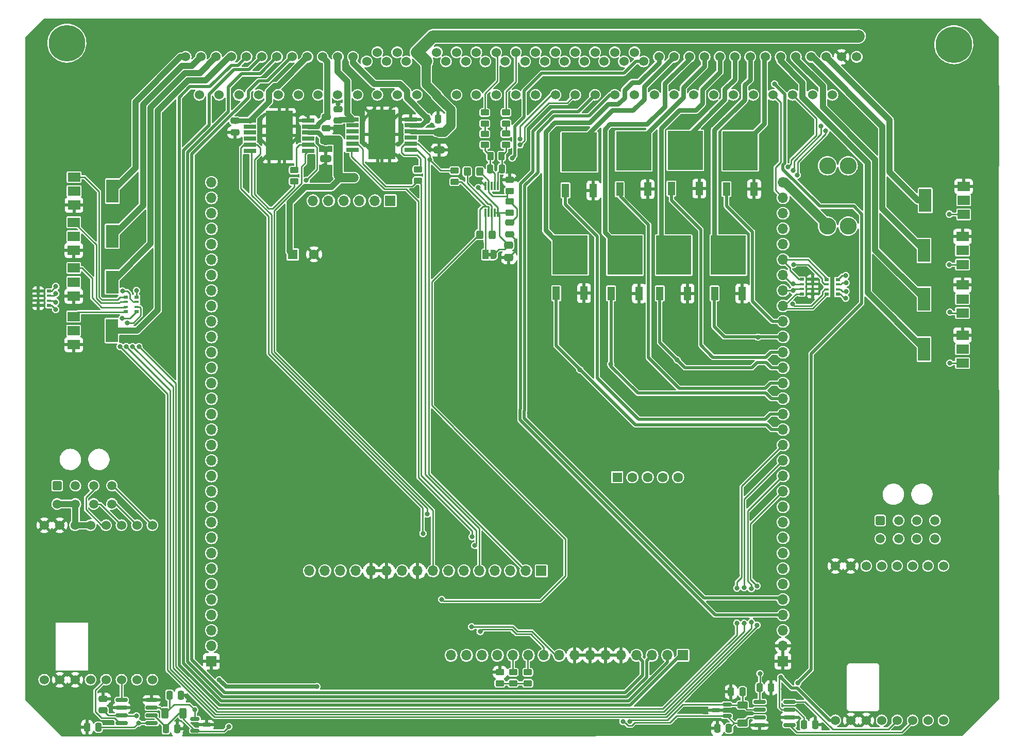
<source format=gbr>
%TF.GenerationSoftware,KiCad,Pcbnew,(6.0.1)*%
%TF.CreationDate,2023-10-20T02:01:24+01:00*%
%TF.ProjectId,Polygonus-Universal-Base,506f6c79-676f-46e7-9573-2d556e697665,rev?*%
%TF.SameCoordinates,Original*%
%TF.FileFunction,Copper,L1,Top*%
%TF.FilePolarity,Positive*%
%FSLAX46Y46*%
G04 Gerber Fmt 4.6, Leading zero omitted, Abs format (unit mm)*
G04 Created by KiCad (PCBNEW (6.0.1)) date 2023-10-20 02:01:24*
%MOMM*%
%LPD*%
G01*
G04 APERTURE LIST*
G04 Aperture macros list*
%AMRoundRect*
0 Rectangle with rounded corners*
0 $1 Rounding radius*
0 $2 $3 $4 $5 $6 $7 $8 $9 X,Y pos of 4 corners*
0 Add a 4 corners polygon primitive as box body*
4,1,4,$2,$3,$4,$5,$6,$7,$8,$9,$2,$3,0*
0 Add four circle primitives for the rounded corners*
1,1,$1+$1,$2,$3*
1,1,$1+$1,$4,$5*
1,1,$1+$1,$6,$7*
1,1,$1+$1,$8,$9*
0 Add four rect primitives between the rounded corners*
20,1,$1+$1,$2,$3,$4,$5,0*
20,1,$1+$1,$4,$5,$6,$7,0*
20,1,$1+$1,$6,$7,$8,$9,0*
20,1,$1+$1,$8,$9,$2,$3,0*%
%AMFreePoly0*
4,1,22,0.550000,-0.750000,0.000000,-0.750000,0.000000,-0.745033,-0.079941,-0.743568,-0.215256,-0.701293,-0.333266,-0.622738,-0.424486,-0.514219,-0.481581,-0.384460,-0.499164,-0.250000,-0.500000,-0.250000,-0.500000,0.250000,-0.499164,0.250000,-0.499963,0.256109,-0.478152,0.396186,-0.417904,0.524511,-0.324060,0.630769,-0.204165,0.706417,-0.067858,0.745374,0.000000,0.744959,0.000000,0.750000,
0.550000,0.750000,0.550000,-0.750000,0.550000,-0.750000,$1*%
%AMFreePoly1*
4,1,20,0.000000,0.744959,0.073905,0.744508,0.209726,0.703889,0.328688,0.626782,0.421226,0.519385,0.479903,0.390333,0.500000,0.250000,0.500000,-0.250000,0.499851,-0.262216,0.476331,-0.402017,0.414519,-0.529596,0.319384,-0.634700,0.198574,-0.708877,0.061801,-0.746166,0.000000,-0.745033,0.000000,-0.750000,-0.550000,-0.750000,-0.550000,0.750000,0.000000,0.750000,0.000000,0.744959,
0.000000,0.744959,$1*%
G04 Aperture macros list end*
%TA.AperFunction,SMDPad,CuDef*%
%ADD10RoundRect,0.250000X0.475000X-0.250000X0.475000X0.250000X-0.475000X0.250000X-0.475000X-0.250000X0*%
%TD*%
%TA.AperFunction,SMDPad,CuDef*%
%ADD11RoundRect,0.250000X0.250000X0.475000X-0.250000X0.475000X-0.250000X-0.475000X0.250000X-0.475000X0*%
%TD*%
%TA.AperFunction,SMDPad,CuDef*%
%ADD12RoundRect,0.250000X-0.475000X0.250000X-0.475000X-0.250000X0.475000X-0.250000X0.475000X0.250000X0*%
%TD*%
%TA.AperFunction,SMDPad,CuDef*%
%ADD13RoundRect,0.250000X0.450000X-0.262500X0.450000X0.262500X-0.450000X0.262500X-0.450000X-0.262500X0*%
%TD*%
%TA.AperFunction,SMDPad,CuDef*%
%ADD14RoundRect,0.250000X-0.250000X-0.475000X0.250000X-0.475000X0.250000X0.475000X-0.250000X0.475000X0*%
%TD*%
%TA.AperFunction,SMDPad,CuDef*%
%ADD15RoundRect,0.250000X-0.475000X0.337500X-0.475000X-0.337500X0.475000X-0.337500X0.475000X0.337500X0*%
%TD*%
%TA.AperFunction,SMDPad,CuDef*%
%ADD16RoundRect,0.250000X-0.450000X0.262500X-0.450000X-0.262500X0.450000X-0.262500X0.450000X0.262500X0*%
%TD*%
%TA.AperFunction,ComponentPad*%
%ADD17R,1.700000X1.700000*%
%TD*%
%TA.AperFunction,ComponentPad*%
%ADD18O,1.700000X1.700000*%
%TD*%
%TA.AperFunction,ComponentPad*%
%ADD19C,1.600000*%
%TD*%
%TA.AperFunction,ComponentPad*%
%ADD20R,1.600000X1.600000*%
%TD*%
%TA.AperFunction,ComponentPad*%
%ADD21C,1.524000*%
%TD*%
%TA.AperFunction,SMDPad,CuDef*%
%ADD22R,0.800000X0.500000*%
%TD*%
%TA.AperFunction,SMDPad,CuDef*%
%ADD23R,0.800000X0.400000*%
%TD*%
%TA.AperFunction,SMDPad,CuDef*%
%ADD24R,1.200000X2.200000*%
%TD*%
%TA.AperFunction,SMDPad,CuDef*%
%ADD25R,5.800000X6.400000*%
%TD*%
%TA.AperFunction,SMDPad,CuDef*%
%ADD26R,2.000000X1.500000*%
%TD*%
%TA.AperFunction,SMDPad,CuDef*%
%ADD27R,2.000000X3.800000*%
%TD*%
%TA.AperFunction,SMDPad,CuDef*%
%ADD28RoundRect,0.150000X-0.825000X-0.150000X0.825000X-0.150000X0.825000X0.150000X-0.825000X0.150000X0*%
%TD*%
%TA.AperFunction,ComponentPad*%
%ADD29C,1.500000*%
%TD*%
%TA.AperFunction,ComponentPad*%
%ADD30RoundRect,0.250001X-0.499999X-0.499999X0.499999X-0.499999X0.499999X0.499999X-0.499999X0.499999X0*%
%TD*%
%TA.AperFunction,SMDPad,CuDef*%
%ADD31R,0.300000X1.400000*%
%TD*%
%TA.AperFunction,SMDPad,CuDef*%
%ADD32R,4.500000X8.100000*%
%TD*%
%TA.AperFunction,SMDPad,CuDef*%
%ADD33R,2.000000X0.650000*%
%TD*%
%TA.AperFunction,SMDPad,CuDef*%
%ADD34RoundRect,0.250000X0.262500X0.450000X-0.262500X0.450000X-0.262500X-0.450000X0.262500X-0.450000X0*%
%TD*%
%TA.AperFunction,SMDPad,CuDef*%
%ADD35RoundRect,0.250000X0.625000X-0.312500X0.625000X0.312500X-0.625000X0.312500X-0.625000X-0.312500X0*%
%TD*%
%TA.AperFunction,SMDPad,CuDef*%
%ADD36RoundRect,0.249999X-0.325001X-0.450001X0.325001X-0.450001X0.325001X0.450001X-0.325001X0.450001X0*%
%TD*%
%TA.AperFunction,ComponentPad*%
%ADD37C,2.780000*%
%TD*%
%TA.AperFunction,SMDPad,CuDef*%
%ADD38RoundRect,0.250000X-0.312500X-0.625000X0.312500X-0.625000X0.312500X0.625000X-0.312500X0.625000X0*%
%TD*%
%TA.AperFunction,SMDPad,CuDef*%
%ADD39RoundRect,0.150000X0.587500X0.150000X-0.587500X0.150000X-0.587500X-0.150000X0.587500X-0.150000X0*%
%TD*%
%TA.AperFunction,SMDPad,CuDef*%
%ADD40RoundRect,0.150000X-0.587500X-0.150000X0.587500X-0.150000X0.587500X0.150000X-0.587500X0.150000X0*%
%TD*%
%TA.AperFunction,SMDPad,CuDef*%
%ADD41RoundRect,0.250000X0.650000X-0.325000X0.650000X0.325000X-0.650000X0.325000X-0.650000X-0.325000X0*%
%TD*%
%TA.AperFunction,ComponentPad*%
%ADD42C,6.000000*%
%TD*%
%TA.AperFunction,SMDPad,CuDef*%
%ADD43RoundRect,0.150000X0.825000X0.150000X-0.825000X0.150000X-0.825000X-0.150000X0.825000X-0.150000X0*%
%TD*%
%TA.AperFunction,SMDPad,CuDef*%
%ADD44FreePoly0,180.000000*%
%TD*%
%TA.AperFunction,SMDPad,CuDef*%
%ADD45R,1.000000X1.500000*%
%TD*%
%TA.AperFunction,SMDPad,CuDef*%
%ADD46FreePoly1,180.000000*%
%TD*%
%TA.AperFunction,ViaPad*%
%ADD47C,0.800000*%
%TD*%
%TA.AperFunction,Conductor*%
%ADD48C,0.250000*%
%TD*%
%TA.AperFunction,Conductor*%
%ADD49C,0.500000*%
%TD*%
%TA.AperFunction,Conductor*%
%ADD50C,1.500000*%
%TD*%
%TA.AperFunction,Conductor*%
%ADD51C,0.800000*%
%TD*%
%TA.AperFunction,Conductor*%
%ADD52C,0.900000*%
%TD*%
%TA.AperFunction,Conductor*%
%ADD53C,1.000000*%
%TD*%
%TA.AperFunction,Conductor*%
%ADD54C,2.000000*%
%TD*%
%TA.AperFunction,Conductor*%
%ADD55C,0.700000*%
%TD*%
G04 APERTURE END LIST*
%TO.C,JP2*%
G36*
X133721425Y-65449871D02*
G01*
X133221425Y-65449871D01*
X133221425Y-64849871D01*
X133721425Y-64849871D01*
X133721425Y-65449871D01*
G37*
%TD*%
D10*
%TO.P,C9,1*%
%TO.N,/ETB1_-*%
X108579658Y-43118935D03*
%TO.P,C9,2*%
%TO.N,GND*%
X108579658Y-41218935D03*
%TD*%
D11*
%TO.P,C8,1*%
%TO.N,GND*%
X125032661Y-42835627D03*
%TO.P,C8,2*%
%TO.N,/ETB1_+*%
X123132661Y-42835627D03*
%TD*%
D12*
%TO.P,C3,1*%
%TO.N,/ETB2_-*%
X91623348Y-43133893D03*
%TO.P,C3,2*%
%TO.N,GND*%
X91623348Y-45033893D03*
%TD*%
D10*
%TO.P,C2,1*%
%TO.N,GND*%
X106612595Y-44416468D03*
%TO.P,C2,2*%
%TO.N,/ETB2_+*%
X106612595Y-42516468D03*
%TD*%
D13*
%TO.P,R12,1*%
%TO.N,/ETB1_DIS*%
X121703685Y-52996521D03*
%TO.P,R12,2*%
%TO.N,/+3V3*%
X121703685Y-51171521D03*
%TD*%
%TO.P,R1,1*%
%TO.N,/ETB2_DIS*%
X101340513Y-53094840D03*
%TO.P,R1,2*%
%TO.N,/+3V3*%
X101340513Y-51269840D03*
%TD*%
D14*
%TO.P,C4,1*%
%TO.N,Net-(C4-Pad1)*%
X133559372Y-51041904D03*
%TO.P,C4,2*%
%TO.N,Net-(C4-Pad2)*%
X135459372Y-51041904D03*
%TD*%
D13*
%TO.P,R7,1*%
%TO.N,/5V_SENSOR_2*%
X136777157Y-58225856D03*
%TO.P,R7,2*%
%TO.N,Net-(C5-Pad1)*%
X136777157Y-56400856D03*
%TD*%
D12*
%TO.P,C5,1*%
%TO.N,Net-(C5-Pad1)*%
X136759056Y-59911096D03*
%TO.P,C5,2*%
%TO.N,GND*%
X136759056Y-61811096D03*
%TD*%
D15*
%TO.P,C6,1*%
%TO.N,/5V_SENSOR_2*%
X136604474Y-63587451D03*
%TO.P,C6,2*%
%TO.N,GND*%
X136604474Y-65662451D03*
%TD*%
D16*
%TO.P,R8,1*%
%TO.N,GND*%
X136767835Y-52882467D03*
%TO.P,R8,2*%
%TO.N,Net-(C5-Pad1)*%
X136767835Y-54707467D03*
%TD*%
D17*
%TO.P,J4,1,Pin_1*%
%TO.N,GND*%
X181672763Y-132012059D03*
D18*
%TO.P,J4,2,Pin_2*%
X181672763Y-129472059D03*
%TO.P,J4,3,Pin_3*%
%TO.N,/12V_MR_FUSE*%
X181672763Y-126932059D03*
%TO.P,J4,4,Pin_4*%
%TO.N,/LS1*%
X181672763Y-124392059D03*
%TO.P,J4,5,Pin_5*%
%TO.N,/LS2*%
X181672763Y-121852059D03*
%TO.P,J4,6,Pin_6*%
%TO.N,/LS3*%
X181672763Y-119312059D03*
%TO.P,J4,7,Pin_7*%
%TO.N,/LS4*%
X181672763Y-116772059D03*
%TO.P,J4,8,Pin_8*%
%TO.N,/LS5*%
X181672763Y-114232059D03*
%TO.P,J4,9,Pin_9*%
%TO.N,/LS6*%
X181672763Y-111692059D03*
%TO.P,J4,10,Pin_10*%
%TO.N,/LS7*%
X181672763Y-109152059D03*
%TO.P,J4,11,Pin_11*%
%TO.N,/LS8*%
X181672763Y-106612059D03*
%TO.P,J4,12,Pin_12*%
%TO.N,/IGN12*%
X181672763Y-104072059D03*
%TO.P,J4,13,Pin_13*%
%TO.N,/IGN11*%
X181672763Y-101532059D03*
%TO.P,J4,14,Pin_14*%
%TO.N,/IGN10*%
X181672763Y-98992059D03*
%TO.P,J4,15,Pin_15*%
%TO.N,/IGN9*%
X181672763Y-96452059D03*
%TO.P,J4,16,Pin_16*%
%TO.N,/IGN8*%
X181672763Y-93912059D03*
%TO.P,J4,17,Pin_17*%
%TO.N,/IGN7*%
X181672763Y-91372059D03*
%TO.P,J4,18,Pin_18*%
%TO.N,/IGN6*%
X181672763Y-88832059D03*
%TO.P,J4,19,Pin_19*%
%TO.N,/IGN5*%
X181672763Y-86292059D03*
%TO.P,J4,20,Pin_20*%
%TO.N,/IGN4*%
X181672763Y-83752059D03*
%TO.P,J4,21,Pin_21*%
%TO.N,/IGN3*%
X181672763Y-81212059D03*
%TO.P,J4,22,Pin_22*%
%TO.N,/IGN2*%
X181672763Y-78672059D03*
%TO.P,J4,23,Pin_23*%
%TO.N,/IGN1*%
X181672763Y-76132059D03*
%TO.P,J4,24,Pin_24*%
%TO.N,/LS9*%
X181672763Y-73592059D03*
%TO.P,J4,25,Pin_25*%
%TO.N,/LS10*%
X181672763Y-71052059D03*
%TO.P,J4,26,Pin_26*%
%TO.N,/LS11*%
X181672763Y-68512059D03*
%TO.P,J4,27,Pin_27*%
%TO.N,/LS12*%
X181672763Y-65972059D03*
%TO.P,J4,28,Pin_28*%
%TO.N,/LS13*%
X181672763Y-63432059D03*
%TO.P,J4,29,Pin_29*%
%TO.N,/LS14*%
X181672763Y-60892059D03*
%TO.P,J4,30,Pin_30*%
%TO.N,/LS15*%
X181672763Y-58352059D03*
%TO.P,J4,31,Pin_31*%
%TO.N,/LS16*%
X181672763Y-55812059D03*
%TO.P,J4,32,Pin_32*%
%TO.N,/12V_MR_FUSE*%
X181672763Y-53272059D03*
D17*
%TO.P,J4,33,Pin_33*%
%TO.N,GND*%
X87760080Y-132017154D03*
D18*
%TO.P,J4,34,Pin_34*%
%TO.N,/12V_PROT*%
X87760080Y-129477154D03*
%TO.P,J4,35,Pin_35*%
X87760080Y-126937154D03*
%TO.P,J4,36,Pin_36*%
%TO.N,/5V_SENSOR_2*%
X87760080Y-124397154D03*
%TO.P,J4,37,Pin_37*%
X87760080Y-121857154D03*
%TO.P,J4,38,Pin_38*%
%TO.N,unconnected-(J4-Pad38)*%
X87760080Y-119317154D03*
%TO.P,J4,39,Pin_39*%
%TO.N,unconnected-(J4-Pad39)*%
X87760080Y-116777154D03*
%TO.P,J4,40,Pin_40*%
%TO.N,/5V_SENSOR_1*%
X87760080Y-114237154D03*
%TO.P,J4,41,Pin_41*%
X87760080Y-111697154D03*
%TO.P,J4,42,Pin_42*%
%TO.N,/DIGITAL_6*%
X87760080Y-109157154D03*
%TO.P,J4,43,Pin_43*%
%TO.N,/DIGITAL_5*%
X87760080Y-106617154D03*
%TO.P,J4,44,Pin_44*%
%TO.N,/DIGITAL_4*%
X87760080Y-104077154D03*
%TO.P,J4,45,Pin_45*%
%TO.N,/DIGITAL_3*%
X87760080Y-101537154D03*
%TO.P,J4,46,Pin_46*%
%TO.N,/DIGITAL_2*%
X87760080Y-98997154D03*
%TO.P,J4,47,Pin_47*%
%TO.N,/DIGITAL_1*%
X87760080Y-96457154D03*
%TO.P,J4,48,Pin_48*%
%TO.N,/AT4*%
X87760080Y-93917154D03*
%TO.P,J4,49,Pin_49*%
%TO.N,/AT3*%
X87760080Y-91377154D03*
%TO.P,J4,50,Pin_50*%
%TO.N,/AT2*%
X87760080Y-88837154D03*
%TO.P,J4,51,Pin_51*%
%TO.N,/AT1*%
X87760080Y-86297154D03*
%TO.P,J4,52,Pin_52*%
%TO.N,/AV11*%
X87760080Y-83757154D03*
%TO.P,J4,53,Pin_53*%
%TO.N,/AV10*%
X87760080Y-81217154D03*
%TO.P,J4,54,Pin_54*%
%TO.N,/AV9*%
X87760080Y-78677154D03*
%TO.P,J4,55,Pin_55*%
%TO.N,/AV8*%
X87760080Y-76137154D03*
%TO.P,J4,56,Pin_56*%
%TO.N,/AV7*%
X87760080Y-73597154D03*
%TO.P,J4,57,Pin_57*%
%TO.N,/AV6*%
X87760080Y-71057154D03*
%TO.P,J4,58,Pin_58*%
%TO.N,/AV5*%
X87760080Y-68517154D03*
%TO.P,J4,59,Pin_59*%
%TO.N,/AV4*%
X87760080Y-65977154D03*
%TO.P,J4,60,Pin_60*%
%TO.N,/AV3*%
X87760080Y-63437154D03*
%TO.P,J4,61,Pin_61*%
%TO.N,/AV2*%
X87760080Y-60897154D03*
%TO.P,J4,62,Pin_62*%
%TO.N,/AV1*%
X87760080Y-58357154D03*
%TO.P,J4,63,Pin_63*%
%TO.N,/KNOCK_1*%
X87760080Y-55817154D03*
%TO.P,J4,64,Pin_64*%
%TO.N,/KNOCK_2*%
X87760080Y-53277154D03*
D17*
%TO.P,J4,65,Pin_65*%
%TO.N,/HS4*%
X165230080Y-131026287D03*
D18*
%TO.P,J4,66,Pin_66*%
%TO.N,/HS3*%
X162690080Y-131026287D03*
%TO.P,J4,67,Pin_67*%
%TO.N,/HS2*%
X160150080Y-131026287D03*
%TO.P,J4,68,Pin_68*%
%TO.N,/HS1*%
X157610080Y-131026287D03*
%TO.P,J4,69,Pin_69*%
%TO.N,GND*%
X155070080Y-131026287D03*
%TO.P,J4,70,Pin_70*%
X152530080Y-131026287D03*
%TO.P,J4,71,Pin_71*%
X149990080Y-131026287D03*
%TO.P,J4,72,Pin_72*%
X147450080Y-131026287D03*
%TO.P,J4,73,Pin_73*%
%TO.N,/CAN2+*%
X144910080Y-131026287D03*
%TO.P,J4,74,Pin_74*%
%TO.N,/CAN2-*%
X142370080Y-131026287D03*
%TO.P,J4,75,Pin_75*%
%TO.N,/RC1*%
X139830080Y-131026287D03*
%TO.P,J4,76,Pin_76*%
%TO.N,/RC2*%
X137290080Y-131026287D03*
%TO.P,J4,77,Pin_77*%
%TO.N,/Perm_Live*%
X134750080Y-131026287D03*
%TO.P,J4,78,Pin_78*%
%TO.N,unconnected-(J4-Pad78)*%
X132210080Y-131026287D03*
%TO.P,J4,79,Pin_79*%
%TO.N,unconnected-(J4-Pad79)*%
X129670080Y-131026287D03*
%TO.P,J4,80,Pin_80*%
%TO.N,unconnected-(J4-Pad80)*%
X127130080Y-131026287D03*
D17*
%TO.P,J4,81,Pin_81*%
%TO.N,/+5V*%
X141953794Y-117134404D03*
D18*
%TO.P,J4,82,Pin_82*%
%TO.N,/+3V3*%
X139413794Y-117134404D03*
%TO.P,J4,83,Pin_83*%
%TO.N,/ETB1_PWM*%
X136873794Y-117134404D03*
%TO.P,J4,84,Pin_84*%
%TO.N,/ETB1_DIS*%
X134333794Y-117134404D03*
%TO.P,J4,85,Pin_85*%
%TO.N,/ETB1_DIR*%
X131793794Y-117134404D03*
%TO.P,J4,86,Pin_86*%
%TO.N,/ETB2_PWM*%
X129253794Y-117134404D03*
%TO.P,J4,87,Pin_87*%
%TO.N,/ETB2_DIS*%
X126713794Y-117134404D03*
%TO.P,J4,88,Pin_88*%
%TO.N,/ETB2_DIR*%
X124173794Y-117134404D03*
%TO.P,J4,89,Pin_89*%
%TO.N,GND*%
X121633794Y-117134404D03*
%TO.P,J4,90,Pin_90*%
%TO.N,/12V_KEY*%
X119093794Y-117134404D03*
%TO.P,J4,91,Pin_91*%
%TO.N,GND*%
X116553794Y-117134404D03*
%TO.P,J4,92,Pin_92*%
X114013794Y-117134404D03*
%TO.P,J4,93,Pin_93*%
%TO.N,/CAN+*%
X111473794Y-117134404D03*
%TO.P,J4,94,Pin_94*%
%TO.N,/CAN-*%
X108933794Y-117134404D03*
%TO.P,J4,95,Pin_95*%
%TO.N,/VR2+*%
X106393794Y-117134404D03*
%TO.P,J4,96,Pin_96*%
%TO.N,/VR1+*%
X103853794Y-117134404D03*
D19*
%TO.P,J4,97,Pin_97*%
%TO.N,unconnected-(J4-Pad97)*%
X164425871Y-101751522D03*
%TO.P,J4,98,Pin_98*%
%TO.N,unconnected-(J4-Pad98)*%
X161925871Y-101751522D03*
%TO.P,J4,99,Pin_99*%
%TO.N,unconnected-(J4-Pad99)*%
X159425871Y-101751522D03*
%TO.P,J4,100,Pin_100*%
%TO.N,unconnected-(J4-Pad100)*%
X156925871Y-101751522D03*
D20*
%TO.P,J4,101,Pin_101*%
%TO.N,unconnected-(J4-Pad101)*%
X154425871Y-101751522D03*
D17*
%TO.P,J4,102,Pin_102*%
%TO.N,unconnected-(J4-Pad102)*%
X117154579Y-56302538D03*
D18*
%TO.P,J4,103,Pin_103*%
%TO.N,unconnected-(J4-Pad103)*%
X114614579Y-56302538D03*
%TO.P,J4,104,Pin_104*%
%TO.N,unconnected-(J4-Pad104)*%
X112074579Y-56302538D03*
%TO.P,J4,105,Pin_105*%
%TO.N,unconnected-(J4-Pad105)*%
X109534579Y-56302538D03*
%TO.P,J4,106,Pin_106*%
%TO.N,unconnected-(J4-Pad106)*%
X106994579Y-56302538D03*
%TO.P,J4,107,Pin_107*%
%TO.N,unconnected-(J4-Pad107)*%
X104454579Y-56302538D03*
%TD*%
D21*
%TO.P,U14,1,5v_in*%
%TO.N,/+5V*%
X60295183Y-135040000D03*
%TO.P,U14,2,GND*%
%TO.N,GND*%
X62835183Y-135040000D03*
%TO.P,U14,3,Select1*%
X65375183Y-135040000D03*
%TO.P,U14,4,Select2*%
%TO.N,unconnected-(U14-Pad4)*%
X67915183Y-135040000D03*
%TO.P,U14,5,CANRX*%
%TO.N,/CAN_RX2*%
X70455183Y-135040000D03*
%TO.P,U14,6,CANTX*%
%TO.N,/CAN_TX2*%
X72995183Y-135040000D03*
%TO.P,U14,7,nRESET*%
%TO.N,unconnected-(U14-Pad7)*%
X75535183Y-135040000D03*
%TO.P,U14,8,Boot0*%
%TO.N,unconnected-(U14-Pad8)*%
X78075183Y-135040000D03*
%TO.P,U14,9,GND*%
%TO.N,GND*%
X60295183Y-109640000D03*
%TO.P,U14,10,GND*%
X62835183Y-109640000D03*
%TO.P,U14,11,HeaterNeg*%
%TO.N,/HeaterNeg2*%
X65375183Y-109640000D03*
%TO.P,U14,12,HeaterNeg*%
X67915183Y-109640000D03*
%TO.P,U14,13,LSU_Ip*%
%TO.N,/LSU_Ip2*%
X70455183Y-109640000D03*
%TO.P,U14,14,LSU_Vm*%
%TO.N,/LSU_Vm2*%
X72995183Y-109640000D03*
%TO.P,U14,15,LSU_Rtrim*%
%TO.N,/LSU_Rtrim2*%
X75535183Y-109640000D03*
%TO.P,U14,16,LSU_Un*%
%TO.N,/LSU_Un2*%
X78075183Y-109640000D03*
%TD*%
D22*
%TO.P,RN3,1,R1.1*%
%TO.N,GND*%
X59284961Y-71127853D03*
D23*
%TO.P,RN3,2,R2.1*%
X59284961Y-71927853D03*
%TO.P,RN3,3,R3.1*%
X59284961Y-72727853D03*
D22*
%TO.P,RN3,4,R4.1*%
X59284961Y-73527853D03*
%TO.P,RN3,5,R4.2*%
%TO.N,/IGN12*%
X61084961Y-73527853D03*
D23*
%TO.P,RN3,6,R3.2*%
%TO.N,/IGN11*%
X61084961Y-72727853D03*
%TO.P,RN3,7,R2.2*%
%TO.N,/IGN10*%
X61084961Y-71927853D03*
D22*
%TO.P,RN3,8,R1.2*%
%TO.N,/IGN9*%
X61084961Y-71127853D03*
%TD*%
D24*
%TO.P,Q2,3,E*%
%TO.N,GND*%
X167897124Y-54300737D03*
D25*
%TO.P,Q2,2,C*%
%TO.N,/IGBT3*%
X165617124Y-48000737D03*
D24*
%TO.P,Q2,1,G*%
%TO.N,/IGN3*%
X163337124Y-54300737D03*
%TD*%
D26*
%TO.P,U10,1,Input*%
%TO.N,Net-(RN4-Pad6)*%
X65154476Y-59831561D03*
%TO.P,U10,2,Drain*%
%TO.N,unconnected-(U10-Pad2)*%
X65154476Y-62131561D03*
%TO.P,U10,3,Source*%
%TO.N,GND*%
X65154476Y-64431561D03*
D27*
%TO.P,U10,4,Drain*%
%TO.N,/ExtraLSB*%
X71454476Y-62131561D03*
%TD*%
D20*
%TO.P,C11,1*%
%TO.N,/12V_MR_FUSE*%
X101112052Y-65110107D03*
D19*
%TO.P,C11,2*%
%TO.N,GND*%
X104612052Y-65110107D03*
%TD*%
D28*
%TO.P,U15,1,TXD*%
%TO.N,/CAN_TX2*%
X73006624Y-138366545D03*
%TO.P,U15,2,GND*%
%TO.N,GND*%
X73006624Y-139636545D03*
%TO.P,U15,3,VCC*%
%TO.N,/+5V*%
X73006624Y-140906545D03*
%TO.P,U15,4,RXD*%
%TO.N,/CAN_RX2*%
X73006624Y-142176545D03*
%TO.P,U15,5,VIO*%
%TO.N,/+3V3*%
X77956624Y-142176545D03*
%TO.P,U15,6,CANL*%
%TO.N,/CAN2-*%
X77956624Y-140906545D03*
%TO.P,U15,7,CANH*%
%TO.N,/CAN2+*%
X77956624Y-139636545D03*
%TO.P,U15,8,S*%
%TO.N,GND*%
X77956624Y-138366545D03*
%TD*%
D22*
%TO.P,RN2,1,R1.1*%
%TO.N,/LS12*%
X188862544Y-69273813D03*
D23*
%TO.P,RN2,2,R2.1*%
%TO.N,/LS11*%
X188862544Y-70073813D03*
%TO.P,RN2,3,R3.1*%
%TO.N,/LS10*%
X188862544Y-70873813D03*
D22*
%TO.P,RN2,4,R4.1*%
%TO.N,/LS9*%
X188862544Y-71673813D03*
%TO.P,RN2,5,R4.2*%
%TO.N,Net-(RN2-Pad5)*%
X190662544Y-71673813D03*
D23*
%TO.P,RN2,6,R3.2*%
%TO.N,Net-(RN2-Pad6)*%
X190662544Y-70873813D03*
%TO.P,RN2,7,R2.2*%
%TO.N,Net-(RN2-Pad7)*%
X190662544Y-70073813D03*
D22*
%TO.P,RN2,8,R1.2*%
%TO.N,Net-(RN2-Pad8)*%
X190662544Y-69273813D03*
%TD*%
D26*
%TO.P,U9,1,Input*%
%TO.N,Net-(RN4-Pad5)*%
X65191189Y-52405741D03*
%TO.P,U9,2,Drain*%
%TO.N,unconnected-(U9-Pad2)*%
X65191189Y-54705741D03*
%TO.P,U9,3,Source*%
%TO.N,GND*%
X65191189Y-57005741D03*
D27*
%TO.P,U9,4,Drain*%
%TO.N,/ExtraLSA*%
X71491189Y-54705741D03*
%TD*%
D11*
%TO.P,C19,1*%
%TO.N,/+3V3*%
X69212465Y-142838958D03*
%TO.P,C19,2*%
%TO.N,GND*%
X67312465Y-142838958D03*
%TD*%
D29*
%TO.P,J5,8,Pin_8*%
%TO.N,/LSU_Rtrim*%
X206646976Y-111866217D03*
%TO.P,J5,7,Pin_7*%
%TO.N,/LSU_Vm*%
X203646976Y-111866217D03*
%TO.P,J5,6,Pin_6*%
%TO.N,/HeaterNeg*%
X200646976Y-111866217D03*
%TO.P,J5,5,Pin_5*%
X197646976Y-111866217D03*
%TO.P,J5,4,Pin_4*%
%TO.N,/LSU_Un*%
X206646976Y-108866217D03*
%TO.P,J5,3,Pin_3*%
%TO.N,/LSU_Ip*%
X203646976Y-108866217D03*
%TO.P,J5,2,Pin_2*%
%TO.N,/12V_MR_FUSE*%
X200646976Y-108866217D03*
D30*
%TO.P,J5,1,Pin_1*%
X197646976Y-108866217D03*
%TD*%
D26*
%TO.P,U6,1,Input*%
%TO.N,Net-(RN2-Pad8)*%
X211338488Y-58550546D03*
%TO.P,U6,2,Drain*%
%TO.N,unconnected-(U6-Pad2)*%
X211338488Y-56250546D03*
%TO.P,U6,3,Source*%
%TO.N,GND*%
X211338488Y-53950546D03*
D27*
%TO.P,U6,4,Drain*%
%TO.N,/LS12ADD*%
X205038488Y-56250546D03*
%TD*%
D14*
%TO.P,C15,1*%
%TO.N,/+3V3*%
X177805526Y-136340000D03*
%TO.P,C15,2*%
%TO.N,GND*%
X179705526Y-136340000D03*
%TD*%
D26*
%TO.P,U7,1,Input*%
%TO.N,Net-(RN2-Pad7)*%
X211155466Y-66786559D03*
%TO.P,U7,2,Drain*%
%TO.N,unconnected-(U7-Pad2)*%
X211155466Y-64486559D03*
%TO.P,U7,3,Source*%
%TO.N,GND*%
X211155466Y-62186559D03*
D27*
%TO.P,U7,4,Drain*%
%TO.N,/LS11ADD*%
X204855466Y-64486559D03*
%TD*%
D11*
%TO.P,C16,1*%
%TO.N,GND*%
X82768167Y-137563839D03*
%TO.P,C16,2*%
%TO.N,/CAN2+*%
X80868167Y-137563839D03*
%TD*%
D26*
%TO.P,U12,1,Input*%
%TO.N,Net-(RN4-Pad7)*%
X65154476Y-67355819D03*
%TO.P,U12,2,Drain*%
%TO.N,unconnected-(U12-Pad2)*%
X65154476Y-69655819D03*
%TO.P,U12,3,Source*%
%TO.N,GND*%
X65154476Y-71955819D03*
D27*
%TO.P,U12,4,Drain*%
%TO.N,/ExtraLSC*%
X71454476Y-69655819D03*
%TD*%
D13*
%TO.P,R5,1*%
%TO.N,Net-(C4-Pad2)*%
X136156488Y-47086808D03*
%TO.P,R5,2*%
%TO.N,Net-(R3-Pad1)*%
X136156488Y-45261808D03*
%TD*%
D11*
%TO.P,C13,1*%
%TO.N,/CAN2-*%
X175022461Y-137038591D03*
%TO.P,C13,2*%
%TO.N,GND*%
X173122461Y-137038591D03*
%TD*%
D24*
%TO.P,Q7,3,E*%
%TO.N,GND*%
X157980000Y-71540000D03*
D25*
%TO.P,Q7,2,C*%
%TO.N,/IGBT6*%
X155700000Y-65240000D03*
D24*
%TO.P,Q7,1,G*%
%TO.N,/IGN6*%
X153420000Y-71540000D03*
%TD*%
D14*
%TO.P,C17,1*%
%TO.N,/CAN2-*%
X80284731Y-143131829D03*
%TO.P,C17,2*%
%TO.N,GND*%
X82184731Y-143131829D03*
%TD*%
%TO.P,C12,1*%
%TO.N,GND*%
X170877796Y-143031045D03*
%TO.P,C12,2*%
%TO.N,/CAN2+*%
X172777796Y-143031045D03*
%TD*%
D31*
%TO.P,U3,1,IN+*%
%TO.N,Net-(C4-Pad2)*%
X134811353Y-53880996D03*
%TO.P,U3,2,IN-*%
%TO.N,Net-(C4-Pad1)*%
X134311353Y-53880996D03*
%TO.P,U3,3*%
%TO.N,unconnected-(U3-Pad3)*%
X133811353Y-53880996D03*
%TO.P,U3,4,BIAS*%
%TO.N,Net-(C5-Pad1)*%
X133311353Y-53880996D03*
%TO.P,U3,5,GND*%
%TO.N,GND*%
X132811353Y-53880996D03*
%TO.P,U3,6,ZERO_EN*%
%TO.N,Net-(JP2-Pad2)*%
X132811353Y-58280996D03*
%TO.P,U3,7,COUT*%
%TO.N,/VR1+*%
X133311353Y-58280996D03*
%TO.P,U3,8,EXT*%
%TO.N,Net-(R10-Pad2)*%
X133811353Y-58280996D03*
%TO.P,U3,9,INT_THRS*%
%TO.N,/5V_SENSOR_2*%
X134311353Y-58280996D03*
%TO.P,U3,10,VCC*%
X134811353Y-58280996D03*
%TD*%
D13*
%TO.P,R4,1*%
%TO.N,Net-(C4-Pad1)*%
X132665586Y-47111392D03*
%TO.P,R4,2*%
%TO.N,Net-(R2-Pad1)*%
X132665586Y-45286392D03*
%TD*%
D26*
%TO.P,U4,1,Input*%
%TO.N,Net-(RN2-Pad5)*%
X211155466Y-82984051D03*
%TO.P,U4,2,Drain*%
%TO.N,unconnected-(U4-Pad2)*%
X211155466Y-80684051D03*
%TO.P,U4,3,Source*%
%TO.N,GND*%
X211155466Y-78384051D03*
D27*
%TO.P,U4,4,Drain*%
%TO.N,/LS9ADD*%
X204855466Y-80684051D03*
%TD*%
D22*
%TO.P,RN4,1,R1.1*%
%TO.N,/IGN12*%
X75458314Y-74539005D03*
D23*
%TO.P,RN4,2,R2.1*%
%TO.N,/IGN11*%
X75458314Y-73739005D03*
%TO.P,RN4,3,R3.1*%
%TO.N,/IGN10*%
X75458314Y-72939005D03*
D22*
%TO.P,RN4,4,R4.1*%
%TO.N,/IGN9*%
X75458314Y-72139005D03*
%TO.P,RN4,5,R4.2*%
%TO.N,Net-(RN4-Pad5)*%
X73658314Y-72139005D03*
D23*
%TO.P,RN4,6,R3.2*%
%TO.N,Net-(RN4-Pad6)*%
X73658314Y-72939005D03*
%TO.P,RN4,7,R2.2*%
%TO.N,Net-(RN4-Pad7)*%
X73658314Y-73739005D03*
D22*
%TO.P,RN4,8,R1.2*%
%TO.N,Net-(RN4-Pad8)*%
X73658314Y-74539005D03*
%TD*%
D32*
%TO.P,U8,13,GND*%
%TO.N,GND*%
X115737906Y-45408604D03*
D33*
%TO.P,U8,12,PWM*%
%TO.N,/ETB1_PWM*%
X110937906Y-47908604D03*
%TO.P,U8,11,DIS*%
%TO.N,/ETB1_DIS*%
X110937906Y-46908604D03*
%TO.P,U8,10,SCK*%
%TO.N,unconnected-(U8-Pad10)*%
X110937906Y-45908604D03*
%TO.P,U8,9,CSN*%
%TO.N,unconnected-(U8-Pad9)*%
X110937906Y-44908604D03*
%TO.P,U8,8,SI*%
%TO.N,unconnected-(U8-Pad8)*%
X110937906Y-43908604D03*
%TO.P,U8,7,OUT2*%
%TO.N,/ETB1_-*%
X110937906Y-42908604D03*
%TO.P,U8,6,GND*%
%TO.N,GND*%
X120537906Y-42908604D03*
%TO.P,U8,5,OUT1*%
%TO.N,/ETB1_+*%
X120537906Y-43908604D03*
%TO.P,U8,4,VS*%
%TO.N,/12V_MR_FUSE*%
X120537906Y-44908604D03*
%TO.P,U8,3,SO*%
%TO.N,unconnected-(U8-Pad3)*%
X120537906Y-45908604D03*
%TO.P,U8,2,VSO*%
%TO.N,/+3V3*%
X120537906Y-46908604D03*
%TO.P,U8,1,DIR*%
%TO.N,/ETB1_DIR*%
X120537906Y-47908604D03*
%TD*%
D34*
%TO.P,R6,1*%
%TO.N,Net-(C4-Pad2)*%
X135421872Y-48964572D03*
%TO.P,R6,2*%
%TO.N,Net-(C4-Pad1)*%
X133596872Y-48964572D03*
%TD*%
D26*
%TO.P,U11,1,Input*%
%TO.N,Net-(RN4-Pad8)*%
X65127619Y-75332820D03*
%TO.P,U11,2,Drain*%
%TO.N,unconnected-(U11-Pad2)*%
X65127619Y-77632820D03*
%TO.P,U11,3,Source*%
%TO.N,GND*%
X65127619Y-79932820D03*
D27*
%TO.P,U11,4,Drain*%
%TO.N,/ExtraLSD*%
X71427619Y-77632820D03*
%TD*%
D35*
%TO.P,R15,1*%
%TO.N,/CAN2+*%
X175014418Y-142128630D03*
%TO.P,R15,2*%
%TO.N,/CAN2-*%
X175014418Y-139203630D03*
%TD*%
D29*
%TO.P,J1,8,Pin_8*%
%TO.N,/LSU_Rtrim2*%
X71418375Y-106145066D03*
%TO.P,J1,7,Pin_7*%
%TO.N,/LSU_Vm2*%
X68418375Y-106145066D03*
%TO.P,J1,6,Pin_6*%
%TO.N,/HeaterNeg2*%
X65418375Y-106145066D03*
%TO.P,J1,5,Pin_5*%
X62418375Y-106145066D03*
%TO.P,J1,4,Pin_4*%
%TO.N,/LSU_Un2*%
X71418375Y-103145066D03*
%TO.P,J1,3,Pin_3*%
%TO.N,/LSU_Ip2*%
X68418375Y-103145066D03*
%TO.P,J1,2,Pin_2*%
%TO.N,/12V_MR_FUSE*%
X65418375Y-103145066D03*
D30*
%TO.P,J1,1,Pin_1*%
X62418375Y-103145066D03*
%TD*%
D36*
%TO.P,R9,1*%
%TO.N,Net-(R10-Pad2)*%
X129784704Y-51520545D03*
%TO.P,R9,2*%
%TO.N,Net-(C5-Pad1)*%
X131834704Y-51520545D03*
%TD*%
D24*
%TO.P,Q8,3,E*%
%TO.N,GND*%
X148980000Y-71502005D03*
D25*
%TO.P,Q8,2,C*%
%TO.N,/IGBT8*%
X146700000Y-65202005D03*
D24*
%TO.P,Q8,1,G*%
%TO.N,/IGN8*%
X144420000Y-71502005D03*
%TD*%
D37*
%TO.P,F1,1*%
%TO.N,/12V_MR*%
X188964464Y-50542664D03*
X192364464Y-50542664D03*
%TO.P,F1,2*%
%TO.N,/12V_MR_FUSE*%
X192364464Y-60462664D03*
X188964464Y-60462664D03*
%TD*%
D26*
%TO.P,U5,1,Input*%
%TO.N,Net-(RN2-Pad6)*%
X211155466Y-74748038D03*
%TO.P,U5,2,Drain*%
%TO.N,unconnected-(U5-Pad2)*%
X211155466Y-72448038D03*
%TO.P,U5,3,Source*%
%TO.N,GND*%
X211155466Y-70148038D03*
D27*
%TO.P,U5,4,Drain*%
%TO.N,/LS10ADD*%
X204855466Y-72448038D03*
%TD*%
D13*
%TO.P,R14,1*%
%TO.N,Net-(C10-Pad1)*%
X137316345Y-135636620D03*
%TO.P,R14,2*%
%TO.N,/RC2*%
X137316345Y-133811620D03*
%TD*%
D38*
%TO.P,R16,1*%
%TO.N,/CAN2+*%
X80155250Y-140550045D03*
%TO.P,R16,2*%
%TO.N,/CAN2-*%
X83080250Y-140550045D03*
%TD*%
D39*
%TO.P,D1,1,K*%
%TO.N,/CAN2+*%
X172464671Y-141014880D03*
%TO.P,D1,2,K*%
%TO.N,/CAN2-*%
X172464671Y-139114880D03*
%TO.P,D1,3,A*%
%TO.N,GND*%
X170589671Y-140064880D03*
%TD*%
D36*
%TO.P,R10,1*%
%TO.N,/VR1+*%
X131822582Y-61893061D03*
%TO.P,R10,2*%
%TO.N,Net-(R10-Pad2)*%
X133872582Y-61893061D03*
%TD*%
D40*
%TO.P,D2,1,K*%
%TO.N,/CAN2+*%
X85069372Y-141504002D03*
%TO.P,D2,2,K*%
%TO.N,/CAN2-*%
X85069372Y-143404002D03*
%TO.P,D2,3,A*%
%TO.N,GND*%
X86944372Y-142454002D03*
%TD*%
D41*
%TO.P,C1,1*%
%TO.N,GND*%
X106562042Y-49339600D03*
%TO.P,C1,2*%
%TO.N,/12V_MR_FUSE*%
X106562042Y-46389600D03*
%TD*%
D24*
%TO.P,Q5,3,E*%
%TO.N,GND*%
X174980000Y-71540000D03*
D25*
%TO.P,Q5,2,C*%
%TO.N,/IGBT2*%
X172700000Y-65240000D03*
D24*
%TO.P,Q5,1,G*%
%TO.N,/IGN2*%
X170420000Y-71540000D03*
%TD*%
D10*
%TO.P,C18,1*%
%TO.N,/+5V*%
X69993202Y-140080574D03*
%TO.P,C18,2*%
%TO.N,GND*%
X69993202Y-138180574D03*
%TD*%
D21*
%TO.P,Motronic_88pin1,88,88*%
%TO.N,/LS13*%
X189777500Y-38892516D03*
%TO.P,Motronic_88pin1,87,87*%
%TO.N,/LS14*%
X186527500Y-38892516D03*
%TO.P,Motronic_88pin1,86,86*%
%TO.N,/LS15*%
X183277500Y-38892516D03*
%TO.P,Motronic_88pin1,85,85*%
%TO.N,/LS16*%
X180027500Y-38892516D03*
%TO.P,Motronic_88pin1,84,84*%
%TO.N,/Perm_Live*%
X176777500Y-38892516D03*
%TO.P,Motronic_88pin1,83,83*%
%TO.N,/LS8*%
X173527500Y-38892516D03*
%TO.P,Motronic_88pin1,82,82*%
%TO.N,/LS7*%
X170277500Y-38892516D03*
%TO.P,Motronic_88pin1,81,81*%
%TO.N,/LS6*%
X167027500Y-38892516D03*
%TO.P,Motronic_88pin1,80,80*%
%TO.N,/LS5*%
X163777500Y-38892516D03*
%TO.P,Motronic_88pin1,79,79*%
%TO.N,/LS4*%
X160527500Y-38892516D03*
%TO.P,Motronic_88pin1,78,78*%
%TO.N,/LS3*%
X157277500Y-38892516D03*
%TO.P,Motronic_88pin1,77,77*%
%TO.N,/LS2*%
X154027500Y-38892516D03*
%TO.P,Motronic_88pin1,76,76*%
%TO.N,/LS1*%
X150777500Y-38892516D03*
%TO.P,Motronic_88pin1,75,75*%
%TO.N,/CAN+*%
X147527500Y-38892516D03*
%TO.P,Motronic_88pin1,74,74*%
%TO.N,/CAN-*%
X144277500Y-38892516D03*
%TO.P,Motronic_88pin1,73,73*%
%TO.N,/AT2*%
X141027500Y-38892516D03*
%TO.P,Motronic_88pin1,72,72*%
%TO.N,/AV10*%
X137777500Y-38892516D03*
%TO.P,Motronic_88pin1,71,71*%
%TO.N,/AV9*%
X134527500Y-38892516D03*
%TO.P,Motronic_88pin1,70,70*%
%TO.N,/AV6*%
X131277500Y-38892516D03*
%TO.P,Motronic_88pin1,69,69*%
%TO.N,/AV3*%
X128027500Y-38892516D03*
%TO.P,Motronic_88pin1,68,68*%
%TO.N,/12V_MR_FUSE*%
X124777500Y-38892516D03*
%TO.P,Motronic_88pin1,67,67*%
%TO.N,unconnected-(Motronic_88pin1-Pad67)*%
X121527500Y-38892516D03*
%TO.P,Motronic_88pin1,66,66*%
%TO.N,unconnected-(Motronic_88pin1-Pad66)*%
X118277500Y-38892516D03*
%TO.P,Motronic_88pin1,65,65*%
%TO.N,/DIGITAL_1*%
X115027500Y-38892516D03*
%TO.P,Motronic_88pin1,64,64*%
%TO.N,/DIGITAL_2*%
X111777500Y-38892516D03*
%TO.P,Motronic_88pin1,63,63*%
%TO.N,/DIGITAL_3*%
X108527500Y-38892516D03*
%TO.P,Motronic_88pin1,62,62*%
%TO.N,/DIGITAL_4*%
X105277500Y-38892516D03*
%TO.P,Motronic_88pin1,61,61*%
%TO.N,/DIGITAL_5*%
X102027500Y-38892516D03*
%TO.P,Motronic_88pin1,60,60*%
%TO.N,/DIGITAL_6*%
X98777500Y-38892516D03*
%TO.P,Motronic_88pin1,59,59*%
%TO.N,/5V_SENSOR_1*%
X95527500Y-38892516D03*
%TO.P,Motronic_88pin1,58,58*%
X92277500Y-38892516D03*
%TO.P,Motronic_88pin1,57,57*%
%TO.N,/5V_SENSOR_2*%
X89027500Y-38892516D03*
%TO.P,Motronic_88pin1,56,56*%
X85777500Y-38892516D03*
%TO.P,Motronic_88pin1,55,55*%
%TO.N,GND*%
X191277500Y-32642516D03*
%TO.P,Motronic_88pin1,54,54*%
%TO.N,/LS11ADD*%
X186277500Y-32642516D03*
%TO.P,Motronic_88pin1,53,53*%
%TO.N,/LS9ADD*%
X181277500Y-32642516D03*
%TO.P,Motronic_88pin1,52,52*%
%TO.N,/IGBT2*%
X176277500Y-32642516D03*
%TO.P,Motronic_88pin1,51,51*%
%TO.N,/IGBT4*%
X171277500Y-32642516D03*
%TO.P,Motronic_88pin1,50,50*%
%TO.N,/IGBT6*%
X166277500Y-32642516D03*
%TO.P,Motronic_88pin1,49,49*%
%TO.N,/IGBT8*%
X161277500Y-32642516D03*
%TO.P,Motronic_88pin1,48,48*%
%TO.N,/IGN1*%
X157277500Y-31892516D03*
%TO.P,Motronic_88pin1,47,47*%
%TO.N,/IGN5*%
X154027500Y-31892516D03*
%TO.P,Motronic_88pin1,46,46*%
%TO.N,/IGN2*%
X150777500Y-31892516D03*
%TO.P,Motronic_88pin1,45,45*%
%TO.N,/IGN6*%
X147527500Y-31892516D03*
%TO.P,Motronic_88pin1,44,44*%
%TO.N,unconnected-(Motronic_88pin1-Pad44)*%
X144277500Y-31892516D03*
%TO.P,Motronic_88pin1,43,43*%
%TO.N,/AT3*%
X141027500Y-31892516D03*
%TO.P,Motronic_88pin1,42,42*%
%TO.N,/CRANK -*%
X137777500Y-31892516D03*
%TO.P,Motronic_88pin1,41,41*%
%TO.N,/CRANK +*%
X134527500Y-31892516D03*
%TO.P,Motronic_88pin1,40,40*%
%TO.N,/AV7*%
X131277500Y-31892516D03*
%TO.P,Motronic_88pin1,39,39*%
%TO.N,/AV4*%
X128027500Y-31892516D03*
%TO.P,Motronic_88pin1,38,38*%
%TO.N,/AV1*%
X124777500Y-31892516D03*
%TO.P,Motronic_88pin1,37,37*%
%TO.N,/12V_MR_FUSE*%
X121527500Y-31892516D03*
%TO.P,Motronic_88pin1,36,36*%
%TO.N,unconnected-(Motronic_88pin1-Pad36)*%
X118277500Y-31892516D03*
%TO.P,Motronic_88pin1,35,35*%
%TO.N,/KNOCK_1*%
X115027500Y-31892516D03*
%TO.P,Motronic_88pin1,34,34*%
%TO.N,/ETB1_+*%
X111027500Y-32642516D03*
%TO.P,Motronic_88pin1,33,33*%
%TO.N,/ETB2_+*%
X106027500Y-32642516D03*
%TO.P,Motronic_88pin1,32,32*%
%TO.N,/HS1*%
X101027500Y-32642516D03*
%TO.P,Motronic_88pin1,31,31*%
%TO.N,/HS3*%
X96027500Y-32642516D03*
%TO.P,Motronic_88pin1,30,30*%
%TO.N,/ExtraLSD*%
X91027500Y-32642516D03*
%TO.P,Motronic_88pin1,29,29*%
%TO.N,/ExtraLSB*%
X86027500Y-32642516D03*
%TO.P,Motronic_88pin1,28,28*%
%TO.N,/12V_MR*%
X193777500Y-32642516D03*
%TO.P,Motronic_88pin1,27,27*%
%TO.N,/LS12ADD*%
X188777500Y-32642516D03*
%TO.P,Motronic_88pin1,26,26*%
%TO.N,/LS10ADD*%
X183777500Y-32642516D03*
%TO.P,Motronic_88pin1,25,25*%
%TO.N,/IGBT1*%
X178777500Y-32642516D03*
%TO.P,Motronic_88pin1,24,24*%
%TO.N,/IGBT3*%
X173777500Y-32642516D03*
%TO.P,Motronic_88pin1,23,23*%
%TO.N,/IGBT5*%
X168777500Y-32642516D03*
%TO.P,Motronic_88pin1,22,22*%
%TO.N,/IGBT7*%
X163777500Y-32642516D03*
%TO.P,Motronic_88pin1,21,21*%
%TO.N,/12V_KEY*%
X158777500Y-33392516D03*
%TO.P,Motronic_88pin1,20,20*%
%TO.N,/IGN3*%
X155527500Y-33392516D03*
%TO.P,Motronic_88pin1,19,19*%
%TO.N,/IGN7*%
X152277500Y-33392516D03*
%TO.P,Motronic_88pin1,18,18*%
%TO.N,/IGN4*%
X149027500Y-33392516D03*
%TO.P,Motronic_88pin1,17,17*%
%TO.N,/IGN8*%
X145777500Y-33392516D03*
%TO.P,Motronic_88pin1,16,16*%
%TO.N,/AT4*%
X142527500Y-33392516D03*
%TO.P,Motronic_88pin1,15,15*%
%TO.N,/AT1*%
X139277500Y-33392516D03*
%TO.P,Motronic_88pin1,14,14*%
%TO.N,/AV11*%
X136027500Y-33392516D03*
%TO.P,Motronic_88pin1,13,13*%
%TO.N,/AV8*%
X132777500Y-33392516D03*
%TO.P,Motronic_88pin1,12,12*%
%TO.N,/AV5*%
X129527500Y-33392516D03*
%TO.P,Motronic_88pin1,11,11*%
%TO.N,/AV2*%
X126277500Y-33392516D03*
%TO.P,Motronic_88pin1,10,10*%
%TO.N,/12V_MR_FUSE*%
X123027500Y-33392516D03*
%TO.P,Motronic_88pin1,9,9*%
%TO.N,unconnected-(Motronic_88pin1-Pad9)*%
X119777500Y-33392516D03*
%TO.P,Motronic_88pin1,8,8*%
%TO.N,unconnected-(Motronic_88pin1-Pad8)*%
X116527500Y-33392516D03*
%TO.P,Motronic_88pin1,7,7*%
%TO.N,/KNOCK_2*%
X113277500Y-33392516D03*
%TO.P,Motronic_88pin1,6,6*%
%TO.N,/ETB1_-*%
X108527500Y-32642516D03*
%TO.P,Motronic_88pin1,5,5*%
%TO.N,/ETB2_-*%
X103527500Y-32642516D03*
%TO.P,Motronic_88pin1,4,4*%
%TO.N,/HS2*%
X98527500Y-32642516D03*
%TO.P,Motronic_88pin1,3,3*%
%TO.N,/HS4*%
X93527500Y-32642516D03*
%TO.P,Motronic_88pin1,2,2*%
%TO.N,/ExtraLSC*%
X88527500Y-32642516D03*
%TO.P,Motronic_88pin1,1,1*%
%TO.N,/ExtraLSA*%
X83527500Y-32642516D03*
D42*
%TO.P,Motronic_88pin1,*%
%TO.N,*%
X209727500Y-30642516D03*
X64017500Y-30392516D03*
%TD*%
D43*
%TO.P,U13,1,TXD*%
%TO.N,/CAN_TX*%
X182760593Y-142478446D03*
%TO.P,U13,2,GND*%
%TO.N,GND*%
X182760593Y-141208446D03*
%TO.P,U13,3,VCC*%
%TO.N,/+5V*%
X182760593Y-139938446D03*
%TO.P,U13,4,RXD*%
%TO.N,/CAN_RX*%
X182760593Y-138668446D03*
%TO.P,U13,5,VIO*%
%TO.N,/+3V3*%
X177810593Y-138668446D03*
%TO.P,U13,6,CANL*%
%TO.N,/CAN2-*%
X177810593Y-139938446D03*
%TO.P,U13,7,CANH*%
%TO.N,/CAN2+*%
X177810593Y-141208446D03*
%TO.P,U13,8,S*%
%TO.N,GND*%
X177810593Y-142478446D03*
%TD*%
D24*
%TO.P,Q6,3,E*%
%TO.N,GND*%
X165980000Y-71540000D03*
D25*
%TO.P,Q6,2,C*%
%TO.N,/IGBT4*%
X163700000Y-65240000D03*
D24*
%TO.P,Q6,1,G*%
%TO.N,/IGN4*%
X161420000Y-71540000D03*
%TD*%
%TO.P,Q4,3,E*%
%TO.N,GND*%
X150482936Y-54600022D03*
D25*
%TO.P,Q4,2,C*%
%TO.N,/IGBT7*%
X148202936Y-48300022D03*
D24*
%TO.P,Q4,1,G*%
%TO.N,/IGN7*%
X145922936Y-54600022D03*
%TD*%
D13*
%TO.P,R2,1*%
%TO.N,Net-(R2-Pad1)*%
X132665586Y-43620490D03*
%TO.P,R2,2*%
%TO.N,/CRANK +*%
X132665586Y-41795490D03*
%TD*%
D14*
%TO.P,C14,1*%
%TO.N,/+5V*%
X185107368Y-142389712D03*
%TO.P,C14,2*%
%TO.N,GND*%
X187007368Y-142389712D03*
%TD*%
D13*
%TO.P,R13,1*%
%TO.N,Net-(C10-Pad1)*%
X139749110Y-135636620D03*
%TO.P,R13,2*%
%TO.N,/RC1*%
X139749110Y-133811620D03*
%TD*%
D22*
%TO.P,RN1,1,R1.1*%
%TO.N,GND*%
X186551050Y-71602925D03*
D23*
%TO.P,RN1,2,R2.1*%
X186551050Y-70802925D03*
%TO.P,RN1,3,R3.1*%
X186551050Y-70002925D03*
D22*
%TO.P,RN1,4,R4.1*%
X186551050Y-69202925D03*
%TO.P,RN1,5,R4.2*%
%TO.N,/LS12*%
X184751050Y-69202925D03*
D23*
%TO.P,RN1,6,R3.2*%
%TO.N,/LS11*%
X184751050Y-70002925D03*
%TO.P,RN1,7,R2.2*%
%TO.N,/LS10*%
X184751050Y-70802925D03*
D22*
%TO.P,RN1,8,R1.2*%
%TO.N,/LS9*%
X184751050Y-71602925D03*
%TD*%
D21*
%TO.P,U1,1,5v_in*%
%TO.N,/+5V*%
X190267127Y-141724405D03*
%TO.P,U1,2,GND*%
%TO.N,GND*%
X192807127Y-141724405D03*
%TO.P,U1,3,Select1*%
X195347127Y-141724405D03*
%TO.P,U1,4,Select2*%
%TO.N,unconnected-(U1-Pad4)*%
X197887127Y-141724405D03*
%TO.P,U1,5,CANRX*%
%TO.N,/CAN_RX*%
X200427127Y-141724405D03*
%TO.P,U1,6,CANTX*%
%TO.N,/CAN_TX*%
X202967127Y-141724405D03*
%TO.P,U1,7,nRESET*%
%TO.N,unconnected-(U1-Pad7)*%
X205507127Y-141724405D03*
%TO.P,U1,8,Boot0*%
%TO.N,unconnected-(U1-Pad8)*%
X208047127Y-141724405D03*
%TO.P,U1,9,GND*%
%TO.N,GND*%
X190267127Y-116324405D03*
%TO.P,U1,10,GND*%
X192807127Y-116324405D03*
%TO.P,U1,11,HeaterNeg*%
%TO.N,/HeaterNeg*%
X195347127Y-116324405D03*
%TO.P,U1,12,HeaterNeg*%
X197887127Y-116324405D03*
%TO.P,U1,13,LSU_Ip*%
%TO.N,/LSU_Ip*%
X200427127Y-116324405D03*
%TO.P,U1,14,LSU_Vm*%
%TO.N,/LSU_Vm*%
X202967127Y-116324405D03*
%TO.P,U1,15,LSU_Rtrim*%
%TO.N,/LSU_Rtrim*%
X205507127Y-116324405D03*
%TO.P,U1,16,LSU_Un*%
%TO.N,/LSU_Un*%
X208047127Y-116324405D03*
%TD*%
D24*
%TO.P,Q3,3,E*%
%TO.N,GND*%
X159412819Y-54407290D03*
D25*
%TO.P,Q3,2,C*%
%TO.N,/IGBT5*%
X157132819Y-48107290D03*
D24*
%TO.P,Q3,1,G*%
%TO.N,/IGN5*%
X154852819Y-54407290D03*
%TD*%
D32*
%TO.P,U2,13,GND*%
%TO.N,GND*%
X98877537Y-45596167D03*
D33*
%TO.P,U2,12,PWM*%
%TO.N,/ETB2_PWM*%
X94077537Y-48096167D03*
%TO.P,U2,11,DIS*%
%TO.N,/ETB2_DIS*%
X94077537Y-47096167D03*
%TO.P,U2,10,SCK*%
%TO.N,unconnected-(U2-Pad10)*%
X94077537Y-46096167D03*
%TO.P,U2,9,CSN*%
%TO.N,unconnected-(U2-Pad9)*%
X94077537Y-45096167D03*
%TO.P,U2,8,SI*%
%TO.N,unconnected-(U2-Pad8)*%
X94077537Y-44096167D03*
%TO.P,U2,7,OUT2*%
%TO.N,/ETB2_-*%
X94077537Y-43096167D03*
%TO.P,U2,6,GND*%
%TO.N,GND*%
X103677537Y-43096167D03*
%TO.P,U2,5,OUT1*%
%TO.N,/ETB2_+*%
X103677537Y-44096167D03*
%TO.P,U2,4,VS*%
%TO.N,/12V_MR_FUSE*%
X103677537Y-45096167D03*
%TO.P,U2,3,SO*%
%TO.N,unconnected-(U2-Pad3)*%
X103677537Y-46096167D03*
%TO.P,U2,2,VSO*%
%TO.N,/+3V3*%
X103677537Y-47096167D03*
%TO.P,U2,1,DIR*%
%TO.N,/ETB2_DIR*%
X103677537Y-48096167D03*
%TD*%
D13*
%TO.P,C10,1*%
%TO.N,Net-(C10-Pad1)*%
X135157194Y-135628633D03*
%TO.P,C10,2*%
%TO.N,GND*%
X135157194Y-133803633D03*
%TD*%
D44*
%TO.P,JP2,1,A*%
%TO.N,/5V_SENSOR_2*%
X134121425Y-65149871D03*
D45*
%TO.P,JP2,2,C*%
%TO.N,Net-(JP2-Pad2)*%
X132821425Y-65149871D03*
D46*
%TO.P,JP2,3,B*%
%TO.N,GND*%
X131521425Y-65149871D03*
%TD*%
D13*
%TO.P,R3,1*%
%TO.N,Net-(R3-Pad1)*%
X136144196Y-43608198D03*
%TO.P,R3,2*%
%TO.N,/CRANK -*%
X136144196Y-41783198D03*
%TD*%
D41*
%TO.P,C7,1*%
%TO.N,GND*%
X125200007Y-47969022D03*
%TO.P,C7,2*%
%TO.N,/12V_MR_FUSE*%
X125200007Y-45019022D03*
%TD*%
D16*
%TO.P,R11,1*%
%TO.N,/+3V3*%
X127720250Y-51342152D03*
%TO.P,R11,2*%
%TO.N,/VR1+*%
X127720250Y-53167152D03*
%TD*%
D24*
%TO.P,Q1,3,E*%
%TO.N,GND*%
X176931404Y-54373011D03*
D25*
%TO.P,Q1,2,C*%
%TO.N,/IGBT1*%
X174651404Y-48073011D03*
D24*
%TO.P,Q1,1,G*%
%TO.N,/IGN1*%
X172371404Y-54373011D03*
%TD*%
D47*
%TO.N,GND*%
X86119039Y-41418310D03*
X88983723Y-41305969D03*
X101959056Y-40317372D03*
X215704179Y-93419533D03*
X58611939Y-87553612D03*
X59041152Y-43058451D03*
X214988822Y-43773807D03*
X124737725Y-49493714D03*
X137977824Y-52657549D03*
X138436280Y-49234829D03*
X183962989Y-72527699D03*
X187862307Y-70466857D03*
X183937868Y-67734263D03*
X187982329Y-66793626D03*
X190914494Y-41798351D03*
X180024593Y-33823868D03*
X177515296Y-31402494D03*
X172541362Y-31452736D03*
X167479505Y-31490417D03*
X162568373Y-31515538D03*
X158921459Y-31706138D03*
X136178092Y-31786883D03*
X139300259Y-31759968D03*
X142691577Y-31786883D03*
X145867574Y-31813799D03*
X149151232Y-31813799D03*
X152381059Y-31759968D03*
X155583971Y-31759968D03*
X133682951Y-78247551D03*
X135943830Y-83522935D03*
X135961773Y-81279999D03*
X182826169Y-92645204D03*
X182853084Y-85028194D03*
X182772339Y-77384270D03*
X182844113Y-102790251D03*
X185314332Y-111937441D03*
X185003312Y-109604788D03*
X184273610Y-107571193D03*
X177899686Y-98679199D03*
X173934175Y-42747362D03*
X177110172Y-42729419D03*
X164936514Y-42669607D03*
X166736844Y-42663626D03*
X171384207Y-42119340D03*
X171503830Y-36437237D03*
X168692684Y-35791271D03*
X176958649Y-37322448D03*
X174003956Y-37573657D03*
X170463108Y-37442072D03*
X153201475Y-34403642D03*
X144145996Y-34295981D03*
X140485525Y-35599874D03*
X138739026Y-34906059D03*
X136968602Y-36353500D03*
X135150329Y-37573657D03*
X138320345Y-37489921D03*
X141550172Y-37477959D03*
X144193846Y-36449199D03*
X147555259Y-36473124D03*
X154439576Y-37591601D03*
X152974191Y-36353500D03*
X150641538Y-36520973D03*
X157125117Y-35504175D03*
X157998367Y-34702700D03*
X167436640Y-33697864D03*
X167173469Y-37358335D03*
X163632621Y-37442072D03*
X160857362Y-37370298D03*
X140571255Y-84270580D03*
X127591636Y-95463328D03*
X129448787Y-93363940D03*
X136917762Y-86137201D03*
X129085431Y-110724262D03*
X131709666Y-107736671D03*
X138088575Y-114196326D03*
X136150678Y-104183861D03*
X133566817Y-97158987D03*
X142650706Y-106767723D03*
X144507857Y-112500667D03*
X117721224Y-108429489D03*
X130743210Y-128228131D03*
X143824010Y-121499324D03*
X149233971Y-118780886D03*
X153755729Y-126209489D03*
X153674984Y-123625627D03*
X169936766Y-134960926D03*
X166294238Y-133866373D03*
X175870078Y-133997959D03*
X187327990Y-128010816D03*
X184995337Y-132927331D03*
X184008445Y-128890047D03*
X172793767Y-120259230D03*
X172991145Y-122968697D03*
X178481852Y-125426954D03*
X178338304Y-122968697D03*
X178356248Y-120564270D03*
X180042935Y-119092904D03*
X179881444Y-116257833D03*
X177154034Y-118088069D03*
X177100204Y-109905839D03*
X178015321Y-109026609D03*
X176206118Y-105663461D03*
X176759277Y-107770565D03*
X175725748Y-103714528D03*
X167933768Y-94527698D03*
X167794804Y-90868302D03*
X146533253Y-102680275D03*
X149405184Y-99900987D03*
X188855548Y-58095829D03*
X192077463Y-58167885D03*
X187939412Y-52568135D03*
X188001174Y-55759169D03*
X193106828Y-55841518D03*
X193271527Y-52506373D03*
X189492373Y-45672549D03*
X188021761Y-48635957D03*
X190862811Y-48759481D03*
X191480431Y-77808184D03*
X187610015Y-81637425D03*
X187074745Y-75399468D03*
X191542192Y-74781849D03*
X191501018Y-73340736D03*
X187959999Y-73855419D03*
X191542192Y-67411590D03*
X193559749Y-68688003D03*
X193477400Y-62264761D03*
X191439256Y-63952920D03*
X188014899Y-62466686D03*
X183868191Y-65159652D03*
X183899072Y-62411246D03*
X183188809Y-60527506D03*
X183295192Y-48007395D03*
X183314032Y-43881291D03*
X180514992Y-49580121D03*
X179804729Y-41396663D03*
X176688284Y-79619289D03*
X151250787Y-61005749D03*
X153604357Y-60736073D03*
X158389432Y-60804451D03*
X160539663Y-60777001D03*
X174465838Y-60694652D03*
X171803212Y-60676352D03*
X169250385Y-60694652D03*
X166523709Y-60767851D03*
X162854592Y-60731252D03*
X180682224Y-59598863D03*
X180682224Y-72404173D03*
X180702811Y-69830759D03*
X180661636Y-67216170D03*
X180743986Y-64745692D03*
X180805748Y-62151690D03*
X177902936Y-61039975D03*
X177923523Y-72465935D03*
X138804451Y-94497216D03*
X136951593Y-90112118D03*
X140008809Y-91223833D03*
X148078459Y-85412983D03*
X154844823Y-92440120D03*
X158399566Y-94196904D03*
X158385841Y-88940276D03*
X158413291Y-91177431D03*
X154707574Y-83134653D03*
X159044636Y-83134653D03*
X162187632Y-83285627D03*
X163477771Y-83340527D03*
X169116814Y-82423739D03*
X165989423Y-82736632D03*
X175981134Y-82887606D03*
X176832076Y-77438829D03*
X176832076Y-74364457D03*
X178012416Y-75668320D03*
X177984966Y-77644702D03*
X180771116Y-74844828D03*
X180743666Y-77383930D03*
X180743666Y-79909307D03*
X180771116Y-84987512D03*
X180743666Y-90093166D03*
X177957516Y-91040183D03*
X177971241Y-94251804D03*
X180784841Y-95171371D03*
X180729941Y-92687168D03*
X180729941Y-82462134D03*
X180716217Y-87567789D03*
X178067315Y-89063800D03*
X178170571Y-81129026D03*
X178053590Y-83752273D03*
X177916342Y-86140401D03*
X165138481Y-86071777D03*
X162791527Y-86936444D03*
X158248593Y-86840370D03*
X152209647Y-84836538D03*
X149972492Y-84301268D03*
X141602690Y-57575022D03*
X141581274Y-53647032D03*
X141632674Y-64429282D03*
X141601793Y-71006929D03*
X141601793Y-76215520D03*
X141544553Y-79651314D03*
X148681296Y-44479534D03*
X147301946Y-44479534D03*
X145891715Y-44489828D03*
X143761208Y-60405745D03*
X143743265Y-58467849D03*
X143743265Y-56745274D03*
X143743265Y-54627943D03*
X143751240Y-51655306D03*
X143783139Y-49621711D03*
X143767189Y-47843312D03*
X143775164Y-46104788D03*
%TO.N,/IGBT7*%
X150246091Y-46200209D03*
X146350697Y-46289325D03*
X148207947Y-50379435D03*
X146272739Y-48320703D03*
X146169803Y-50400022D03*
X148187359Y-46159035D03*
X150122567Y-48238354D03*
X150101980Y-50379435D03*
%TO.N,/IGBT5*%
X159119224Y-46007477D03*
X155223830Y-46096593D03*
X157081080Y-50186703D03*
X155145872Y-48127971D03*
X155042936Y-50207290D03*
X157060492Y-45966303D03*
X158995700Y-48045622D03*
X158975113Y-50186703D03*
%TO.N,/IGBT3*%
X167662960Y-45946779D03*
X163767566Y-46035895D03*
X165624816Y-50126005D03*
X163689608Y-48067273D03*
X163586672Y-50146592D03*
X165604228Y-45905605D03*
X167539436Y-47984924D03*
X167518849Y-50126005D03*
%TO.N,/IGBT1*%
X176618443Y-45973198D03*
X172723049Y-46062314D03*
X174580299Y-50152424D03*
X172645091Y-48093692D03*
X172542155Y-50173011D03*
X174559711Y-45932024D03*
X176494919Y-48011343D03*
X176474332Y-50152424D03*
%TO.N,/IGBT2*%
X174827346Y-63096013D03*
X170931952Y-63185129D03*
X172789202Y-67275239D03*
X170853994Y-65216507D03*
X170751058Y-67295826D03*
X172768614Y-63054839D03*
X174703822Y-65134158D03*
X174683235Y-67275239D03*
%TO.N,/IGBT4*%
X165748340Y-63140187D03*
X161852946Y-63229303D03*
X163710196Y-67319413D03*
X161774988Y-65260681D03*
X161672052Y-67340000D03*
X163689608Y-63099013D03*
X165624816Y-65178332D03*
X165604229Y-67319413D03*
%TO.N,/IGBT6*%
X157719287Y-62951902D03*
X153823893Y-63041018D03*
X155681143Y-67131128D03*
X153745935Y-65072396D03*
X153642999Y-67151715D03*
X155660555Y-62910728D03*
X157595763Y-64990047D03*
X157575176Y-67131128D03*
%TO.N,/IGBT8*%
X146725660Y-63260712D03*
X146746248Y-67481112D03*
X148660868Y-65340031D03*
X144811040Y-65422380D03*
X144708104Y-67501699D03*
X148784392Y-63301886D03*
X148640281Y-67481112D03*
X144888998Y-63391002D03*
%TO.N,GND*%
X116637326Y-124379691D03*
X80135781Y-42067276D03*
X117058200Y-135923682D03*
X189189308Y-118335791D03*
X209120445Y-78000211D03*
X213018559Y-69094301D03*
X90255702Y-77682007D03*
X90215618Y-62590644D03*
X168780682Y-140105747D03*
X171010384Y-122921346D03*
X200893385Y-51236142D03*
X67031789Y-81397485D03*
X75894661Y-66973453D03*
X97234012Y-50515285D03*
X209205805Y-70630784D03*
X85853351Y-95820340D03*
X83456634Y-143803040D03*
X196636675Y-45338919D03*
X213018559Y-70118623D03*
X181762351Y-136569798D03*
X104161398Y-124349629D03*
X194700000Y-92340000D03*
X139730902Y-120023107D03*
X184764065Y-123533667D03*
X170169535Y-27246287D03*
X73118772Y-50264893D03*
X96167988Y-62490436D03*
X184668246Y-139486972D03*
X129869446Y-42935001D03*
X111669545Y-93021931D03*
X199526295Y-86851907D03*
X206702082Y-82041457D03*
X108685814Y-114691120D03*
X108911269Y-142296926D03*
X81111761Y-135646088D03*
X111880642Y-106441775D03*
X124295785Y-60354041D03*
X191480412Y-107280109D03*
X193988446Y-113084152D03*
X67126736Y-58215318D03*
X112693752Y-42995126D03*
X187947788Y-110954038D03*
X59034065Y-114735857D03*
X201846263Y-140397802D03*
X67126736Y-63166207D03*
X202456634Y-67980941D03*
X199526295Y-100650583D03*
X93502449Y-53932651D03*
X132853570Y-111861082D03*
X58362175Y-75065536D03*
X213217733Y-63261357D03*
X108302548Y-89695017D03*
X209205805Y-69663369D03*
X117084440Y-34921207D03*
X120748413Y-84383980D03*
X173426963Y-131862381D03*
X58427514Y-120227024D03*
X108842086Y-27366536D03*
X179879715Y-27336474D03*
X185210659Y-136013610D03*
X139054873Y-27216224D03*
X97410571Y-56497982D03*
X114316214Y-119997815D03*
X117002707Y-50530787D03*
X124456118Y-53399589D03*
X151015268Y-133560494D03*
X126609420Y-57900382D03*
X125077409Y-86929270D03*
X108537129Y-40390650D03*
X63862736Y-143109438D03*
X62724110Y-56487923D03*
X76086186Y-62504131D03*
X187700000Y-90340000D03*
X85582789Y-100840773D03*
X192015678Y-119609463D03*
X83539700Y-46190174D03*
X85552726Y-131113686D03*
X153063912Y-133484618D03*
X161162257Y-138809679D03*
X124876993Y-75746029D03*
X164228629Y-141966239D03*
X125317909Y-115648954D03*
X124917076Y-71056283D03*
X189671010Y-40454384D03*
X128426447Y-40429795D03*
X96458812Y-37550510D03*
X123982479Y-43859855D03*
X76114639Y-59801059D03*
X209205805Y-62806102D03*
X215663820Y-116727278D03*
X75118771Y-56159025D03*
X199059574Y-68762565D03*
X166912541Y-125888749D03*
X118095620Y-34041568D03*
X194700000Y-78340000D03*
X203148071Y-57549262D03*
X69209804Y-107580499D03*
X85703039Y-98285463D03*
X93328939Y-49387119D03*
X155219845Y-111419712D03*
X114577667Y-40670295D03*
X199205082Y-53961043D03*
X112497952Y-41130438D03*
X188838332Y-27216224D03*
X191460445Y-39498326D03*
X136060090Y-132256060D03*
X96208072Y-77702048D03*
X132020666Y-68402207D03*
X188768454Y-137575035D03*
X120788496Y-61095582D03*
X205853693Y-58932136D03*
X62866376Y-64910126D03*
X75259599Y-139474044D03*
X108393395Y-104978734D03*
X93433726Y-50991745D03*
X194083290Y-119571525D03*
X69048427Y-119509570D03*
X69968603Y-136868629D03*
X91417355Y-48794493D03*
X132067456Y-119972523D03*
X165687898Y-123439464D03*
X197927627Y-59758071D03*
X199407203Y-56116037D03*
X168011944Y-118236801D03*
X128451878Y-124319566D03*
X95767155Y-54654151D03*
X104842374Y-52790937D03*
X152654576Y-142176676D03*
X182583434Y-37192857D03*
X131354899Y-36754124D03*
X132321291Y-49628913D03*
X79299731Y-130091561D03*
X179980871Y-138591778D03*
X86413561Y-112843123D03*
X103334301Y-42113294D03*
X58644907Y-137328546D03*
X118002707Y-66486786D03*
X78698482Y-81089727D03*
X150159391Y-136073994D03*
X122912911Y-113684873D03*
X97422015Y-44017251D03*
X85642914Y-126935001D03*
X121469912Y-102902465D03*
X102327587Y-130211811D03*
X81437376Y-59143480D03*
X67126736Y-55882140D03*
X81457417Y-72310844D03*
X167234093Y-137935001D03*
X79359856Y-122966755D03*
X59238038Y-127811597D03*
X191446610Y-114317132D03*
X180760557Y-141576685D03*
X92076283Y-135021807D03*
X116800208Y-74282988D03*
X213331546Y-54952967D03*
X109938983Y-34572697D03*
X62894830Y-63828897D03*
X90295785Y-59223647D03*
X118738728Y-49381920D03*
X138823432Y-142176676D03*
X67095018Y-79095922D03*
X81437376Y-65677058D03*
X174144689Y-117906114D03*
X155179824Y-135983807D03*
X139544932Y-128558375D03*
X105166813Y-59071128D03*
X174084564Y-110811370D03*
X86499583Y-117912877D03*
X115779576Y-44848347D03*
X105307815Y-37408243D03*
X204561007Y-69694502D03*
X113816084Y-41932919D03*
X113315451Y-39618431D03*
X124964631Y-135893619D03*
X183162609Y-134696758D03*
X92686850Y-56242245D03*
X186494615Y-34178351D03*
X116158875Y-97671594D03*
X106766372Y-52760874D03*
X213331546Y-53928645D03*
X99941419Y-50515285D03*
X63366619Y-114128387D03*
X145409004Y-134810587D03*
X198308012Y-30042097D03*
X215325655Y-68417895D03*
X196520288Y-114863475D03*
X89554244Y-45114325D03*
X125017284Y-80195275D03*
X194917923Y-118262669D03*
X99161106Y-53114767D03*
X133563873Y-71268163D03*
X81457417Y-52950610D03*
X98615801Y-50470349D03*
X72977553Y-39632026D03*
X215084108Y-29287295D03*
X176013119Y-129219750D03*
X84314850Y-39022848D03*
X201614884Y-72370062D03*
X129662062Y-115161016D03*
X107889145Y-136043931D03*
X215808748Y-102427700D03*
X106203940Y-50525868D03*
X107527955Y-122192161D03*
X65522059Y-36174842D03*
X120808538Y-70475075D03*
X198368137Y-39962714D03*
X67041376Y-71275423D03*
X58813989Y-52754919D03*
X130778084Y-65035210D03*
X83767279Y-137840649D03*
X117844456Y-51813453D03*
X75232584Y-53057606D03*
X191067231Y-118281638D03*
X170633571Y-120424958D03*
X126996430Y-120010461D03*
X209404979Y-54526167D03*
X107932561Y-77920300D03*
X63037097Y-69377308D03*
X104144565Y-89847288D03*
X95878807Y-50530787D03*
X58719383Y-29972348D03*
X126869962Y-91149480D03*
X100827013Y-82019065D03*
X206695443Y-67830628D03*
X115176614Y-103823372D03*
X62638749Y-57626059D03*
X80274960Y-47138532D03*
X62866376Y-80787116D03*
X129723572Y-31272104D03*
X100129299Y-37778137D03*
X133444654Y-132466497D03*
X99163556Y-74202822D03*
X73846017Y-69249724D03*
X125297867Y-112101582D03*
X81025570Y-27553524D03*
X120527955Y-56846753D03*
X70581613Y-143739925D03*
X134609292Y-119997815D03*
X165313476Y-140185914D03*
X213246186Y-61326526D03*
X58620752Y-80339577D03*
X161507315Y-118861632D03*
X189549717Y-114428192D03*
X122451561Y-28049004D03*
X75692234Y-96481714D03*
X120076626Y-30303689D03*
X83456634Y-142921207D03*
X81417334Y-79004756D03*
X90215618Y-85217667D03*
X189334670Y-37381263D03*
X205092788Y-113968543D03*
X120687506Y-108415782D03*
X124406014Y-67338557D03*
X207403540Y-79796792D03*
X65559440Y-142941249D03*
X95559708Y-34360041D03*
X182579072Y-31263282D03*
X137801978Y-125848626D03*
X120708330Y-93001890D03*
X186283290Y-134929537D03*
X98704680Y-49007621D03*
X111761733Y-120035753D03*
X88968088Y-142520374D03*
X90255702Y-74595592D03*
X120626576Y-27126037D03*
X209376525Y-53587205D03*
X161758434Y-111464806D03*
X68942582Y-104721224D03*
X187700000Y-99340000D03*
X91866189Y-30033127D03*
X137163774Y-119997815D03*
X120768454Y-63881372D03*
X135917912Y-127669890D03*
X78969044Y-103546396D03*
X128673710Y-60505797D03*
X109963456Y-128317875D03*
X117301249Y-77890485D03*
X76804546Y-143679800D03*
X103202264Y-34534451D03*
X131011820Y-41792627D03*
X66844889Y-108315360D03*
X75199474Y-137710378D03*
X99773475Y-48054095D03*
X74240177Y-27276349D03*
X207717567Y-61547571D03*
X115118792Y-50550829D03*
X213246186Y-62293941D03*
X187736703Y-31263282D03*
X160226938Y-133223523D03*
X202573502Y-80738750D03*
X213018559Y-79536694D03*
X131578376Y-125101190D03*
X112959242Y-52941249D03*
X99314528Y-58141398D03*
X121092711Y-37323192D03*
X92389977Y-37436696D03*
X107301249Y-66797184D03*
X126569337Y-55415218D03*
X120788496Y-79914692D03*
X118543831Y-58971168D03*
X109245188Y-119985169D03*
X120768454Y-96729637D03*
X121369704Y-54882671D03*
X95887405Y-59223647D03*
X90984975Y-27276349D03*
X97892108Y-93131676D03*
X141318618Y-126183440D03*
X114394844Y-46214110D03*
X158907571Y-138809679D03*
X186382967Y-37318461D03*
X79329794Y-108807329D03*
X113824682Y-100168738D03*
X107451561Y-74372928D03*
X95443623Y-30393877D03*
X73592245Y-97824381D03*
X115294954Y-51691844D03*
X58058672Y-72352980D03*
X125019278Y-36773093D03*
X80194793Y-49984446D03*
X203779383Y-77600933D03*
X96208072Y-74635676D03*
X98684638Y-43035210D03*
X200947843Y-113638832D03*
X128983784Y-35369392D03*
X172399883Y-125770995D03*
X97699539Y-48028803D03*
X122409321Y-128227688D03*
X191700000Y-102340000D03*
X119838926Y-41177860D03*
X215470583Y-35374277D03*
X157374385Y-133789246D03*
X97361890Y-42153377D03*
X124685422Y-92893103D03*
X124496201Y-64522705D03*
X78668419Y-143619675D03*
X196761038Y-66387710D03*
X150749176Y-27156099D03*
X141378743Y-123808504D03*
X213018559Y-78427012D03*
X93714309Y-41892836D03*
X67155190Y-64304343D03*
X183508202Y-137451631D03*
X186183082Y-137053952D03*
X124384124Y-40828771D03*
X105307815Y-34562904D03*
X196895076Y-68762565D03*
X86207288Y-43390743D03*
X192964124Y-118319576D03*
X194700000Y-97340000D03*
X189089121Y-139398825D03*
X86244163Y-105019457D03*
X111651586Y-36321257D03*
X88691037Y-51834111D03*
X78698482Y-91581531D03*
X120568038Y-89654934D03*
X62164120Y-138629304D03*
X128793960Y-62690337D03*
X105238258Y-40650253D03*
X90315827Y-82251503D03*
X63216307Y-118878258D03*
X71251269Y-139133335D03*
X183774931Y-124664107D03*
X75632109Y-87222472D03*
X126404010Y-31404887D03*
X81405230Y-40887701D03*
X146612018Y-136224306D03*
X92016158Y-142176676D03*
X104156648Y-49235482D03*
X199393489Y-110600776D03*
X81497500Y-84616418D03*
X104094296Y-50348907D03*
X143204422Y-132726255D03*
X107090688Y-93134119D03*
X132833528Y-115769204D03*
X187292103Y-126485620D03*
X92551894Y-41892836D03*
X127674928Y-37171440D03*
X58305268Y-69526610D03*
X102058667Y-44287421D03*
X197984533Y-63400104D03*
X195812827Y-27426661D03*
X141559118Y-136043931D03*
X138495150Y-132496559D03*
X198458325Y-72279875D03*
X214987489Y-52669036D03*
X71491769Y-137008921D03*
X58556339Y-35189762D03*
X195577306Y-73320149D03*
X111519625Y-114881124D03*
X99223681Y-77750194D03*
X215567202Y-85084632D03*
X117784331Y-40530003D03*
X190630946Y-113122090D03*
X123253229Y-46066845D03*
X67126736Y-57020276D03*
X110230251Y-50212267D03*
X75780847Y-69676525D03*
X63065550Y-75978494D03*
X72282857Y-107647305D03*
X191700000Y-84340000D03*
X99274444Y-85217667D03*
X85646122Y-48942280D03*
X67082372Y-80246704D03*
X194785141Y-114355070D03*
X96228113Y-70126304D03*
X95798641Y-42975085D03*
X213047012Y-77317330D03*
X90135452Y-93094036D03*
X209234258Y-61781780D03*
X205234093Y-110294615D03*
X167319291Y-141737018D03*
X85642914Y-102885021D03*
X124620931Y-35312485D03*
X85582789Y-121343381D03*
X161138833Y-132351711D03*
X67098283Y-65556292D03*
X179802723Y-140399980D03*
X116832759Y-120010461D03*
X128812628Y-142086489D03*
X135057033Y-114034808D03*
X90055285Y-70166388D03*
X199581895Y-113497527D03*
X108744248Y-82038859D03*
X117069463Y-48736977D03*
X90997243Y-53992776D03*
X120425198Y-142266864D03*
X133987326Y-34396996D03*
X124395993Y-57548210D03*
X104101273Y-142206739D03*
X190137754Y-119647400D03*
X203809445Y-61607696D03*
X99847054Y-42193460D03*
X159894395Y-115879649D03*
X97487529Y-142176676D03*
X96886279Y-129730812D03*
X170842374Y-129279875D03*
X85793226Y-110280390D03*
X108593935Y-85556169D03*
X191700000Y-92340000D03*
X118367920Y-46997035D03*
X202937633Y-64644006D03*
X149180941Y-115254173D03*
X209148898Y-78967627D03*
X108056572Y-44525875D03*
X124496201Y-51635924D03*
X95898849Y-44117459D03*
X90436076Y-89787163D03*
X131117032Y-35448351D03*
X124636493Y-100677842D03*
X133996630Y-36076373D03*
X160278981Y-27276349D03*
X67057080Y-70205819D03*
X118757697Y-40893326D03*
X99282219Y-27126037D03*
X79269669Y-115872011D03*
X104501697Y-41730806D03*
X133377912Y-30973695D03*
X83409232Y-40113026D03*
X112578891Y-141996302D03*
X76473859Y-131684873D03*
X193828703Y-30943971D03*
X121137758Y-49733964D03*
X168880890Y-141869412D03*
X75782422Y-105109644D03*
X118002707Y-99395176D03*
X148909717Y-133484618D03*
X113326631Y-31624356D03*
X99967304Y-43937084D03*
X187383555Y-78858137D03*
X126011765Y-93719378D03*
X70064914Y-105242307D03*
X142260092Y-119997815D03*
X78818732Y-76670543D03*
X193600924Y-72084910D03*
X112934252Y-37704131D03*
X196572431Y-47234110D03*
X91409519Y-50851453D03*
X216001986Y-137162147D03*
X186031078Y-140836443D03*
X112990230Y-47039715D03*
X134355518Y-44087396D03*
X199630761Y-41405712D03*
X119387240Y-120010461D03*
X129550912Y-119985169D03*
X100201474Y-39410620D03*
X120126082Y-52958681D03*
X90015202Y-66899599D03*
X123278521Y-47167043D03*
X101690886Y-42193460D03*
X75932734Y-126694502D03*
X118757697Y-42211666D03*
X124454595Y-119959877D03*
X133111562Y-136043931D03*
X67044435Y-72494736D03*
X97156842Y-135021807D03*
X96508696Y-82411836D03*
X213331546Y-52961230D03*
X91498284Y-47098448D03*
X93641926Y-36554641D03*
X193153813Y-114374039D03*
X58669061Y-65122121D03*
X69649677Y-125071128D03*
X85793226Y-107935517D03*
X62980190Y-79563621D03*
X86783548Y-141117459D03*
X106578893Y-48083664D03*
X58789835Y-97255912D03*
X117145338Y-43482584D03*
X129525069Y-27276349D03*
X109042956Y-44955838D03*
X96167988Y-66939682D03*
X118886622Y-50691120D03*
X192300211Y-113084152D03*
X123739180Y-41587528D03*
X194700000Y-104340000D03*
X67443355Y-140856917D03*
X212990105Y-71114492D03*
%TO.N,/+5V*%
X181310941Y-134626645D03*
X75429293Y-140972487D03*
%TO.N,/+3V3*%
X177871611Y-134017251D03*
X103333770Y-52954046D03*
X123599995Y-49529795D03*
X75790043Y-142144923D03*
%TO.N,/5V_SENSOR_2*%
X131604705Y-54150829D03*
%TO.N,/CAN+*%
X138472284Y-47115634D03*
%TO.N,/CAN-*%
X138474359Y-46116134D03*
%TO.N,/LS15*%
X182505931Y-50767059D03*
%TO.N,/IGBT7*%
X148202936Y-48300022D03*
%TO.N,/IGBT6*%
X155700000Y-65240000D03*
%TO.N,/IGBT4*%
X163700000Y-65240000D03*
%TO.N,/IGBT1*%
X174651404Y-48073011D03*
%TO.N,/LS13*%
X183997768Y-52080111D03*
X188696879Y-44843560D03*
%TO.N,/LS14*%
X187943252Y-44039692D03*
X183322961Y-51342791D03*
%TO.N,/IGBT2*%
X172700000Y-65240000D03*
%TO.N,/IGBT3*%
X165617124Y-48000737D03*
%TO.N,/IGBT8*%
X146700000Y-65202005D03*
%TO.N,/IGBT5*%
X157132819Y-48107290D03*
%TO.N,/12V_KEY*%
X137153208Y-49299741D03*
%TO.N,/IGN12*%
X72772498Y-80272752D03*
X62191920Y-74192970D03*
X73099518Y-75617464D03*
X177428095Y-119611905D03*
X177428095Y-126068095D03*
%TO.N,/IGN11*%
X176443024Y-125596976D03*
X62179869Y-72963782D03*
X176443024Y-120083024D03*
X73775955Y-80283779D03*
X73915516Y-76378327D03*
%TO.N,/IGN10*%
X175265222Y-125774778D03*
X175265222Y-119905222D03*
X62203971Y-71589983D03*
X73138285Y-71121448D03*
X74823520Y-80272752D03*
%TO.N,/IGN9*%
X75848119Y-80272752D03*
X62203971Y-70396948D03*
X174076712Y-119963288D03*
X174076712Y-125716712D03*
X75452756Y-71037625D03*
%TO.N,/IGN8*%
X148305175Y-84070359D03*
%TO.N,/IGN7*%
X145886714Y-54609999D03*
%TO.N,/IGN6*%
X153348310Y-83138825D03*
%TO.N,/IGN5*%
X154948531Y-54415257D03*
%TO.N,/IGN4*%
X164285657Y-82460339D03*
%TO.N,/IGN3*%
X163337124Y-54702876D03*
%TO.N,/IGN2*%
X177539227Y-78713447D03*
%TO.N,/IGN1*%
X172371404Y-54668596D03*
%TO.N,/LS10*%
X183205641Y-73288769D03*
X183334036Y-71050219D03*
%TO.N,/LS11*%
X183364252Y-69950202D03*
X183374843Y-66774866D03*
%TO.N,/CAN2+*%
X130508078Y-126338267D03*
X155364756Y-141893269D03*
X85037976Y-140002024D03*
%TO.N,/CAN2-*%
X131904520Y-127135480D03*
X156500449Y-141893269D03*
X90631545Y-142740833D03*
%TO.N,/ETB1_PWM*%
X130568889Y-111556921D03*
%TO.N,/ETB1_DIS*%
X131038936Y-112972010D03*
%TO.N,/ETB2_PWM*%
X123224705Y-107778318D03*
%TO.N,/ETB2_DIS*%
X122510777Y-110987853D03*
%TO.N,/VR1+*%
X125598135Y-121834639D03*
%TO.N,Net-(RN2-Pad5)*%
X209089054Y-82978611D03*
X191965310Y-72289501D03*
%TO.N,Net-(RN2-Pad6)*%
X192012569Y-71178925D03*
X209086602Y-74586795D03*
%TO.N,Net-(RN2-Pad7)*%
X192012569Y-69808427D03*
X208966093Y-66789886D03*
%TO.N,Net-(RN2-Pad8)*%
X208990195Y-58486840D03*
X191988940Y-68579704D03*
%TO.N,/Perm_Live*%
X184075567Y-135583631D03*
X180267180Y-37093288D03*
%TO.N,/12V_MR_FUSE*%
X110062586Y-52497414D03*
X105090296Y-136184615D03*
X192629047Y-29269047D03*
X190831038Y-29269047D03*
X194086419Y-29256039D03*
X109020212Y-52497414D03*
X89019650Y-135036225D03*
X111172602Y-52497414D03*
%TD*%
D48*
%TO.N,GND*%
X136852885Y-61811096D02*
X137817192Y-62775403D01*
X137817192Y-62775403D02*
X137817192Y-64449733D01*
X137817192Y-64449733D02*
X136604474Y-65662451D01*
X136759056Y-61811096D02*
X136852885Y-61811096D01*
D49*
X97234012Y-48494330D02*
X97699539Y-48028803D01*
X97234012Y-50515285D02*
X97234012Y-48494330D01*
X99941419Y-50515285D02*
X99773475Y-50347341D01*
X99773475Y-50347341D02*
X99773475Y-48054095D01*
D48*
X118367920Y-46997035D02*
X118325240Y-47039715D01*
X118325240Y-47039715D02*
X112990230Y-47039715D01*
D49*
X102058667Y-45768903D02*
X99773475Y-48054095D01*
X102058667Y-44287421D02*
X102058667Y-45768903D01*
X95898849Y-46228113D02*
X97699539Y-48028803D01*
X95898849Y-44117459D02*
X95898849Y-46228113D01*
D48*
%TO.N,/+3V3*%
X102219953Y-47096167D02*
X103677537Y-47096167D01*
X101715649Y-50894704D02*
X101715649Y-47600471D01*
X101340513Y-51269840D02*
X101715649Y-50894704D01*
%TO.N,/ETB2_DIS*%
X101340513Y-54035815D02*
X101340513Y-53094840D01*
X97816138Y-57560190D02*
X101340513Y-54035815D01*
X97178883Y-57560190D02*
X97816138Y-57560190D01*
X95818028Y-47615853D02*
X95818028Y-48570872D01*
X95298342Y-47096167D02*
X95818028Y-47615853D01*
X94849308Y-49539592D02*
X94849308Y-55230615D01*
X94077537Y-47096167D02*
X95298342Y-47096167D01*
X94849308Y-55230615D02*
X97178883Y-57560190D01*
%TO.N,/+3V3*%
X101715649Y-47600471D02*
X102219953Y-47096167D01*
%TO.N,/ETB2_DIS*%
X95818028Y-48570872D02*
X94849308Y-49539592D01*
D50*
%TO.N,/12V_MR_FUSE*%
X108569104Y-46311976D02*
X106639666Y-46311976D01*
X108569104Y-52046306D02*
X108569104Y-46311976D01*
D51*
X105268609Y-45096167D02*
X106562042Y-46389600D01*
X103651285Y-45096167D02*
X105268609Y-45096167D01*
D50*
X106639666Y-46311976D02*
X106562042Y-46389600D01*
X109020212Y-52497414D02*
X108569104Y-52046306D01*
D52*
%TO.N,/ETB1_-*%
X108789989Y-42908604D02*
X108579658Y-43118935D01*
X110937906Y-42908604D02*
X108789989Y-42908604D01*
D48*
%TO.N,/ETB1_DIS*%
X131293389Y-112717557D02*
X131038936Y-112972010D01*
X131293389Y-110498792D02*
X131293389Y-112717557D01*
X122230975Y-101436378D02*
X131293389Y-110498792D01*
X122230975Y-53523811D02*
X122230975Y-101436378D01*
X120793079Y-53907127D02*
X121703685Y-52996521D01*
X121703685Y-52996521D02*
X122230975Y-53523811D01*
X112666232Y-50240406D02*
X116332953Y-53907127D01*
X116332953Y-53907127D02*
X120793079Y-53907127D01*
X112666232Y-47828906D02*
X112666232Y-50240406D01*
X110937906Y-46908604D02*
X111745930Y-46908604D01*
X111745930Y-46908604D02*
X112666232Y-47828906D01*
%TO.N,/+3V3*%
X122110318Y-50764888D02*
X121703685Y-51171521D01*
X119428152Y-48772872D02*
X121491845Y-48772872D01*
X118987947Y-47484541D02*
X118987947Y-48332667D01*
X118987947Y-48332667D02*
X119428152Y-48772872D01*
X119563884Y-46908604D02*
X118987947Y-47484541D01*
X120371908Y-46908604D02*
X119563884Y-46908604D01*
X121491845Y-48772872D02*
X122110318Y-49391345D01*
X122110318Y-49391345D02*
X122110318Y-50764888D01*
X120398624Y-46935320D02*
X120371908Y-46908604D01*
%TO.N,/CRANK -*%
X137777500Y-31892516D02*
X137777500Y-36757277D01*
X137777500Y-36757277D02*
X136161884Y-38372893D01*
%TO.N,Net-(R3-Pad1)*%
X136144196Y-45249516D02*
X136156488Y-45261808D01*
X136144196Y-43608198D02*
X136144196Y-45249516D01*
%TO.N,/CRANK -*%
X136161884Y-38372893D02*
X136161884Y-41765510D01*
X136161884Y-41765510D02*
X136144196Y-41783198D01*
%TO.N,/CRANK +*%
X132729657Y-41731419D02*
X132665586Y-41795490D01*
X134768864Y-32133880D02*
X134768864Y-36631095D01*
X134527500Y-31892516D02*
X134768864Y-32133880D01*
X134768864Y-36631095D02*
X132729657Y-38670302D01*
X132729657Y-38670302D02*
X132729657Y-41731419D01*
%TO.N,Net-(R2-Pad1)*%
X132665586Y-43620490D02*
X132665586Y-45286392D01*
%TO.N,Net-(C4-Pad1)*%
X132665586Y-47111392D02*
X132665586Y-48033286D01*
X132665586Y-48033286D02*
X133596872Y-48964572D01*
%TO.N,Net-(C4-Pad2)*%
X136156488Y-48229956D02*
X135421872Y-48964572D01*
X136156488Y-47086808D02*
X136156488Y-48229956D01*
%TO.N,Net-(C4-Pad1)*%
X133559372Y-49002072D02*
X133596872Y-48964572D01*
%TO.N,Net-(C4-Pad2)*%
X135459372Y-51041904D02*
X135459372Y-49002072D01*
X135459372Y-49002072D02*
X135421872Y-48964572D01*
%TO.N,Net-(C4-Pad1)*%
X133559372Y-51041904D02*
X133559372Y-49002072D01*
%TO.N,Net-(C4-Pad2)*%
X134811353Y-51689923D02*
X135459372Y-51041904D01*
X134811353Y-53880996D02*
X134811353Y-51689923D01*
%TO.N,Net-(C4-Pad1)*%
X134311353Y-53880996D02*
X134311353Y-51793885D01*
X134311353Y-51793885D02*
X133559372Y-51041904D01*
%TO.N,/5V_SENSOR_2*%
X136722017Y-58280996D02*
X136777157Y-58225856D01*
X134811353Y-58280996D02*
X136722017Y-58280996D01*
X131604705Y-54173370D02*
X134811353Y-57380018D01*
X134811353Y-57380018D02*
X134811353Y-58280996D01*
%TO.N,Net-(C5-Pad1)*%
X136894524Y-59911096D02*
X136759056Y-59911096D01*
X137946713Y-58858907D02*
X136894524Y-59911096D01*
X137946713Y-57570412D02*
X137946713Y-58858907D01*
X136337061Y-55578577D02*
X136337061Y-55960760D01*
X136337061Y-55960760D02*
X137946713Y-57570412D01*
D49*
%TO.N,/LS1*%
X148029536Y-41640480D02*
X150777500Y-38892516D01*
X143791596Y-41640481D02*
X148029536Y-41640480D01*
X140572427Y-51478303D02*
X140572427Y-44859650D01*
X138459778Y-90582203D02*
X138521233Y-90520748D01*
X138459778Y-92331537D02*
X138459778Y-90582203D01*
X138521233Y-53529497D02*
X140572427Y-51478303D01*
X140572427Y-44859650D02*
X143791596Y-41640481D01*
X138521233Y-90520748D02*
X138521233Y-53529497D01*
X170520300Y-124392059D02*
X138459778Y-92331537D01*
X181672763Y-124392059D02*
X170520300Y-124392059D01*
%TO.N,/LS2*%
X153232545Y-38892516D02*
X154027500Y-38892516D01*
X149785061Y-42340000D02*
X153232545Y-38892516D01*
X144081347Y-42340000D02*
X149785061Y-42340000D01*
X141406213Y-45015134D02*
X144081347Y-42340000D01*
X139220753Y-53819247D02*
X141406213Y-51633787D01*
X139220753Y-90810498D02*
X139220753Y-53819247D01*
X139159298Y-90871953D02*
X139220753Y-90810498D01*
X168717851Y-121600340D02*
X139159298Y-92041787D01*
X181421044Y-121600340D02*
X168717851Y-121600340D01*
X141406213Y-51633787D02*
X141406213Y-45015134D01*
X181672763Y-121852059D02*
X181421044Y-121600340D01*
X139159298Y-92041787D02*
X139159298Y-90871953D01*
D48*
%TO.N,/5V_SENSOR_2*%
X135102115Y-58571758D02*
X134811353Y-58280996D01*
X135102115Y-62085092D02*
X135102115Y-58571758D01*
X136604474Y-63587451D02*
X135102115Y-62085092D01*
X135933391Y-64258534D02*
X136604474Y-63587451D01*
X135012762Y-64258534D02*
X135933391Y-64258534D01*
X134121425Y-65149871D02*
X135012762Y-64258534D01*
%TO.N,Net-(JP2-Pad2)*%
X132811353Y-63100913D02*
X132811353Y-58280996D01*
X132821425Y-63110985D02*
X132811353Y-63100913D01*
X132821425Y-65149871D02*
X132821425Y-63110985D01*
%TO.N,Net-(C5-Pad1)*%
X136337061Y-55138241D02*
X136767835Y-54707467D01*
X136337061Y-55578577D02*
X136337061Y-55138241D01*
D49*
%TO.N,/IGN7*%
X145896691Y-54600022D02*
X145922936Y-54600022D01*
X145886714Y-54609999D02*
X145896691Y-54600022D01*
X179574639Y-91372059D02*
X181672763Y-91372059D01*
X178735672Y-92211026D02*
X179574639Y-91372059D01*
X157969154Y-92211026D02*
X178735672Y-92211026D01*
X151159162Y-85401034D02*
X157969154Y-92211026D01*
X151129330Y-85401034D02*
X151159162Y-85401034D01*
X145886714Y-56895214D02*
X151129330Y-62137830D01*
X145886714Y-54609999D02*
X145886714Y-56895214D01*
X151129330Y-62137830D02*
X151129330Y-85401034D01*
D48*
%TO.N,/LS10*%
X188532758Y-70873813D02*
X188862544Y-70873813D01*
X186310396Y-73578919D02*
X188138033Y-71751282D01*
X183495791Y-73578919D02*
X186310396Y-73578919D01*
X183205641Y-73288769D02*
X183495791Y-73578919D01*
X188138033Y-71751282D02*
X188138033Y-71268538D01*
X188138033Y-71268538D02*
X188532758Y-70873813D01*
%TO.N,/LS9*%
X181841691Y-73592059D02*
X181672763Y-73592059D01*
X183830825Y-71602925D02*
X181841691Y-73592059D01*
X184751050Y-71602925D02*
X183830825Y-71602925D01*
%TO.N,/LS10*%
X183334036Y-71050219D02*
X183581330Y-70802925D01*
X183581330Y-70802925D02*
X184751050Y-70802925D01*
X183334036Y-71050219D02*
X183332196Y-71052059D01*
X183332196Y-71052059D02*
X181672763Y-71052059D01*
%TO.N,/LS9*%
X182109143Y-74028439D02*
X186507918Y-74028439D01*
X186507918Y-74028439D02*
X188862544Y-71673813D01*
X181672763Y-73592059D02*
X182109143Y-74028439D01*
%TO.N,/LS11*%
X188518759Y-70073813D02*
X188862544Y-70073813D01*
X188091186Y-69646240D02*
X188518759Y-70073813D01*
X188091186Y-69080868D02*
X188091186Y-69646240D01*
X183374843Y-66774866D02*
X185785184Y-66774866D01*
X185785184Y-66774866D02*
X188091186Y-69080868D01*
%TO.N,/LS12*%
X182800587Y-67735796D02*
X182800587Y-67216603D01*
X184267716Y-69202925D02*
X182800587Y-67735796D01*
X184751050Y-69202925D02*
X184267716Y-69202925D01*
%TO.N,/LS13*%
X184066005Y-52011874D02*
X183997768Y-52080111D01*
X188696879Y-45343121D02*
X184066005Y-49973995D01*
X188696879Y-44843560D02*
X188696879Y-45343121D01*
X184066005Y-49973995D02*
X184066005Y-52011874D01*
%TO.N,/LS14*%
X183479182Y-51186570D02*
X183322961Y-51342791D01*
X187943252Y-44039692D02*
X187943252Y-45343995D01*
X187943252Y-45343995D02*
X183479182Y-49808065D01*
X183479182Y-49808065D02*
X183479182Y-51186570D01*
D51*
%TO.N,/IGBT8*%
X142659506Y-44963243D02*
X142659506Y-61161510D01*
X144149673Y-43473076D02*
X142659506Y-44963243D01*
X149897962Y-43473076D02*
X144149673Y-43473076D01*
X156896248Y-36844683D02*
X155644299Y-38096632D01*
X155644299Y-38096632D02*
X155644299Y-39342607D01*
X142659506Y-61161510D02*
X144888998Y-63391002D01*
X154557096Y-40429810D02*
X152941228Y-40429810D01*
X158043096Y-36844683D02*
X156896248Y-36844683D01*
X152941228Y-40429810D02*
X149897962Y-43473076D01*
X161277500Y-33610279D02*
X158043096Y-36844683D01*
X161277500Y-32642516D02*
X161277500Y-33610279D01*
X155644299Y-39342607D02*
X154557096Y-40429810D01*
%TO.N,/IGBT2*%
X175381616Y-39688996D02*
X170411607Y-44659005D01*
X175381616Y-37280818D02*
X175381616Y-39688996D01*
X170411607Y-62951607D02*
X172700000Y-65240000D01*
X176277500Y-36384934D02*
X175381616Y-37280818D01*
X170411607Y-44659005D02*
X170411607Y-62951607D01*
X176277500Y-32642516D02*
X176277500Y-36384934D01*
%TO.N,/IGBT4*%
X171277500Y-35153642D02*
X171277500Y-32642516D01*
X168431507Y-40304360D02*
X168431507Y-37999635D01*
X168431507Y-37999635D02*
X171277500Y-35153642D01*
X161662005Y-44366309D02*
X164602635Y-41425679D01*
X161662005Y-63679612D02*
X161662005Y-44366309D01*
X167310188Y-41425679D02*
X168431507Y-40304360D01*
X163222393Y-65240000D02*
X161662005Y-63679612D01*
X164602635Y-41425679D02*
X167310188Y-41425679D01*
X163700000Y-65240000D02*
X163222393Y-65240000D01*
%TO.N,/IGBT3*%
X173777500Y-36295676D02*
X173777500Y-32642516D01*
X165605853Y-46117620D02*
X172103940Y-39619533D01*
X172103940Y-39619533D02*
X172103940Y-37969236D01*
X172103940Y-37969236D02*
X173777500Y-36295676D01*
X165605853Y-47989466D02*
X165605853Y-46117620D01*
X165617124Y-48000737D02*
X165605853Y-47989466D01*
%TO.N,/IGBT1*%
X178611444Y-43617657D02*
X174634769Y-47594332D01*
X178611444Y-32808572D02*
X178611444Y-43617657D01*
X174634769Y-47594332D02*
X174634769Y-48056376D01*
X178777500Y-32642516D02*
X178611444Y-32808572D01*
X174634769Y-48056376D02*
X174651404Y-48073011D01*
D48*
%TO.N,/IGN12*%
X176328634Y-109416188D02*
X181672763Y-104072059D01*
X177428095Y-119611905D02*
X176328634Y-118512444D01*
X176328634Y-118512444D02*
X176328634Y-109416188D01*
%TO.N,/IGN11*%
X181636515Y-101532059D02*
X181672763Y-101532059D01*
X175844160Y-107324414D02*
X181636515Y-101532059D01*
X176443024Y-119440559D02*
X175844160Y-118841695D01*
X176443024Y-120083024D02*
X176443024Y-119440559D01*
X175844160Y-118841695D02*
X175844160Y-107324414D01*
%TO.N,/IGN10*%
X175318720Y-119851724D02*
X175318720Y-105346102D01*
X175265222Y-119905222D02*
X175318720Y-119851724D01*
X175318720Y-105346102D02*
X181672763Y-98992059D01*
%TO.N,/LS16*%
X181287016Y-40152032D02*
X180027500Y-38892516D01*
X181287016Y-49972090D02*
X181287016Y-40152032D01*
X180421610Y-54560906D02*
X180421610Y-50837496D01*
X181672763Y-55812059D02*
X180421610Y-54560906D01*
X180421610Y-50837496D02*
X181287016Y-49972090D01*
D49*
%TO.N,/IGN2*%
X170395190Y-71540000D02*
X170420000Y-71540000D01*
X170341941Y-76981941D02*
X170341941Y-71593249D01*
X177539227Y-78713447D02*
X177497839Y-78672059D01*
X177580615Y-78672059D02*
X181672763Y-78672059D01*
X177497839Y-78672059D02*
X172032059Y-78672059D01*
X172032059Y-78672059D02*
X170341941Y-76981941D01*
X177539227Y-78713447D02*
X177580615Y-78672059D01*
X170341941Y-71593249D02*
X170395190Y-71540000D01*
%TO.N,/IGN4*%
X161408332Y-71551668D02*
X161420000Y-71540000D01*
X161408332Y-79595323D02*
X161408332Y-71551668D01*
X164273348Y-82460339D02*
X161408332Y-79595323D01*
X179782711Y-83752059D02*
X181672763Y-83752059D01*
X177420814Y-82902762D02*
X178933414Y-82902762D01*
X176571517Y-83752059D02*
X177420814Y-82902762D01*
X165577377Y-83752059D02*
X176571517Y-83752059D01*
X164285657Y-82460339D02*
X165577377Y-83752059D01*
X164285657Y-82460339D02*
X164273348Y-82460339D01*
X178933414Y-82902762D02*
X179782711Y-83752059D01*
D51*
%TO.N,/IGBT6*%
X155700000Y-64808098D02*
X155700000Y-65240000D01*
X152410293Y-61518391D02*
X155700000Y-64808098D01*
X152410293Y-44517418D02*
X152410293Y-61518391D01*
X159322197Y-43724285D02*
X153203426Y-43724285D01*
X162245485Y-37043857D02*
X162245485Y-40800997D01*
X166277500Y-33011842D02*
X162245485Y-37043857D01*
X153203426Y-43724285D02*
X152410293Y-44517418D01*
X166277500Y-32642516D02*
X166277500Y-33011842D01*
X162245485Y-40800997D02*
X159322197Y-43724285D01*
%TO.N,/IGBT8*%
X144888998Y-63391002D02*
X146700000Y-65202005D01*
D48*
%TO.N,GND*%
X117928264Y-46997035D02*
X115779576Y-44848347D01*
D49*
X114577667Y-41171336D02*
X113816084Y-41932919D01*
X115118792Y-49168277D02*
X112990230Y-47039715D01*
X97422015Y-44017251D02*
X101788497Y-44017251D01*
X99748183Y-48028803D02*
X99773475Y-48054095D01*
X117784331Y-40530003D02*
X117145338Y-41168996D01*
X95798641Y-42975085D02*
X95798641Y-42824731D01*
X118757697Y-42211666D02*
X118416256Y-42211666D01*
X97361890Y-42153377D02*
X99806971Y-42153377D01*
X118416256Y-42211666D02*
X117145338Y-43482584D01*
X97304714Y-42096201D02*
X97361890Y-42153377D01*
X95798641Y-42824731D02*
X96527171Y-42096201D01*
D48*
X130815404Y-49554645D02*
X129129277Y-47868518D01*
D49*
X113013603Y-41130438D02*
X113816084Y-41932919D01*
X96527171Y-42096201D02*
X97304714Y-42096201D01*
X95999057Y-44017251D02*
X97422015Y-44017251D01*
D48*
X131085185Y-53053358D02*
X130815404Y-52783577D01*
X132811353Y-53880996D02*
X132789608Y-53880996D01*
X130815404Y-52783577D02*
X130815404Y-49554645D01*
D49*
X114577667Y-40670295D02*
X114577667Y-41171336D01*
X99847054Y-42193460D02*
X101690886Y-42193460D01*
X100201474Y-41839040D02*
X99847054Y-42193460D01*
X99806971Y-42153377D02*
X99847054Y-42193460D01*
D48*
X131961970Y-53053358D02*
X131085185Y-53053358D01*
D49*
X117069463Y-48736977D02*
X118093785Y-48736977D01*
X95898849Y-44117459D02*
X95999057Y-44017251D01*
X118093785Y-48736977D02*
X118738728Y-49381920D01*
X97699539Y-48028803D02*
X99748183Y-48028803D01*
X101788497Y-44017251D02*
X102058667Y-44287421D01*
X112497952Y-41130438D02*
X113013603Y-41130438D01*
X115118792Y-50550829D02*
X115118792Y-49168277D01*
X113755959Y-41932919D02*
X112693752Y-42995126D01*
X95878807Y-49849535D02*
X97699539Y-48028803D01*
X117002707Y-48803733D02*
X117069463Y-48736977D01*
X117145338Y-41168996D02*
X117145338Y-43482584D01*
X100201474Y-39410620D02*
X100201474Y-41839040D01*
D48*
X129129277Y-47868518D02*
X123979996Y-47868518D01*
X123979996Y-47868518D02*
X123278521Y-47167043D01*
X118367920Y-46997035D02*
X117928264Y-46997035D01*
D49*
X117002707Y-50530787D02*
X117002707Y-48803733D01*
D48*
X132789608Y-53880996D02*
X131961970Y-53053358D01*
D49*
X95878807Y-50530787D02*
X95878807Y-49849535D01*
X113816084Y-41932919D02*
X113755959Y-41932919D01*
%TO.N,/+5V*%
X189320224Y-141724405D02*
X190267127Y-141724405D01*
D48*
X181419995Y-139938446D02*
X182760593Y-139938446D01*
X181026130Y-134911456D02*
X181026130Y-139544581D01*
X181026130Y-139544581D02*
X181419995Y-139938446D01*
X75429293Y-140972487D02*
X73072566Y-140972487D01*
D49*
X181310941Y-134626645D02*
X183117438Y-136433142D01*
D48*
X73072566Y-140972487D02*
X73006624Y-140906545D01*
X182760593Y-139938446D02*
X183766435Y-139938446D01*
X183766435Y-139938446D02*
X185107368Y-141279379D01*
X73006624Y-140906545D02*
X70819173Y-140906545D01*
X185107368Y-141279379D02*
X185107368Y-142389712D01*
X70819173Y-140906545D02*
X69993202Y-140080574D01*
D49*
X184028961Y-136433142D02*
X189320224Y-141724405D01*
D48*
X181310941Y-134626645D02*
X181026130Y-134911456D01*
D49*
X183117438Y-136433142D02*
X184028961Y-136433142D01*
D48*
%TO.N,/+3V3*%
X75790043Y-142144923D02*
X77925002Y-142144923D01*
X177871611Y-136273915D02*
X177805526Y-136340000D01*
X105132501Y-47577109D02*
X104651559Y-47096167D01*
X177871611Y-134017251D02*
X177871611Y-136273915D01*
X75790043Y-142144923D02*
X75064646Y-142870320D01*
X123599995Y-49529795D02*
X125412352Y-51342152D01*
X123599995Y-49529795D02*
X123599995Y-48801860D01*
X77925002Y-142144923D02*
X77956624Y-142176545D01*
X75064646Y-142870320D02*
X69243827Y-142870320D01*
X104651559Y-47096167D02*
X103677537Y-47096167D01*
X125412352Y-51342152D02*
X127720250Y-51342152D01*
X123490048Y-49639742D02*
X123490048Y-101244328D01*
X105132501Y-51155315D02*
X105132501Y-47577109D01*
X121706739Y-46908604D02*
X120537906Y-46908604D01*
X123599995Y-49529795D02*
X123490048Y-49639742D01*
X139413794Y-117168074D02*
X139413794Y-117134404D01*
X123490048Y-101244328D02*
X139413794Y-117168074D01*
X177805526Y-138663379D02*
X177810593Y-138668446D01*
X103333770Y-52954046D02*
X105132501Y-51155315D01*
X123599995Y-48801860D02*
X121706739Y-46908604D01*
X69243827Y-142870320D02*
X69212465Y-142838958D01*
X177805526Y-136340000D02*
X177805526Y-138663379D01*
%TO.N,/5V_SENSOR_2*%
X134811353Y-58280996D02*
X134311353Y-58280996D01*
%TO.N,/CAN+*%
X143169162Y-40210709D02*
X146209307Y-40210709D01*
X146209307Y-40210709D02*
X147527500Y-38892516D01*
X138499473Y-47115634D02*
X139198870Y-46416237D01*
X139198870Y-46416237D02*
X139198870Y-44181001D01*
X139198870Y-44181001D02*
X143169162Y-40210709D01*
X138472284Y-47115634D02*
X138499473Y-47115634D01*
%TO.N,/CAN-*%
X138474359Y-44026254D02*
X143608097Y-38892516D01*
X143608097Y-38892516D02*
X144277500Y-38892516D01*
X138474359Y-46116134D02*
X138474359Y-44026254D01*
%TO.N,/LS15*%
X182505931Y-50767059D02*
X183029662Y-50243328D01*
X187119848Y-45531681D02*
X187119848Y-42734864D01*
X183029662Y-49621867D02*
X187119848Y-45531681D01*
X183029662Y-50243328D02*
X183029662Y-49621867D01*
X187119848Y-42734864D02*
X183277500Y-38892516D01*
D53*
%TO.N,/LS9ADD*%
X181277500Y-32642516D02*
X181277500Y-33325110D01*
X181277500Y-33325110D02*
X184859099Y-36906709D01*
X195585493Y-50017399D02*
X195585493Y-71414078D01*
X195585493Y-71414078D02*
X204855466Y-80684051D01*
X184859099Y-39291005D02*
X195585493Y-50017399D01*
X184859099Y-36906709D02*
X184859099Y-39291005D01*
D51*
%TO.N,/IGBT7*%
X158859532Y-39604662D02*
X157034865Y-41429329D01*
X158859532Y-37560484D02*
X158859532Y-39604662D01*
X157034865Y-41429329D02*
X153648911Y-41429329D01*
X163777500Y-32642516D02*
X158859532Y-37560484D01*
X153648911Y-41429329D02*
X148202936Y-46875304D01*
X148202936Y-46875304D02*
X148202936Y-48300022D01*
D53*
%TO.N,/LS10ADD*%
X196828116Y-64349238D02*
X196785013Y-64306135D01*
X204855466Y-72437674D02*
X196828116Y-64410324D01*
X188208550Y-40944078D02*
X188208550Y-37455363D01*
X204855466Y-72448038D02*
X204855466Y-72437674D01*
X196785013Y-64306135D02*
X196785013Y-49520541D01*
X196828116Y-64410324D02*
X196828116Y-64349238D01*
X183777500Y-33024313D02*
X183777500Y-32642516D01*
X196785013Y-49520541D02*
X188208550Y-40944078D01*
X188208550Y-37455363D02*
X183777500Y-33024313D01*
%TO.N,/LS11ADD*%
X186535813Y-32642516D02*
X186277500Y-32642516D01*
X204855466Y-64486559D02*
X197984533Y-57615626D01*
X197984533Y-57615626D02*
X197984533Y-44091236D01*
X197984533Y-44091236D02*
X186535813Y-32642516D01*
%TO.N,/LS12ADD*%
X203837704Y-56250546D02*
X199184053Y-51596895D01*
X199184053Y-43049069D02*
X188777500Y-32642516D01*
X199184053Y-51596895D02*
X199184053Y-43049069D01*
X205038488Y-56250546D02*
X203837704Y-56250546D01*
%TO.N,/IGBT8*%
X161277500Y-32642516D02*
X161277500Y-32820243D01*
D51*
%TO.N,/IGBT5*%
X165289997Y-37669832D02*
X165289997Y-39305487D01*
X165289997Y-39305487D02*
X157132819Y-47462665D01*
X168777500Y-32642516D02*
X168777500Y-34182329D01*
X168777500Y-34182329D02*
X165289997Y-37669832D01*
X157132819Y-47462665D02*
X157132819Y-48107290D01*
D49*
%TO.N,/12V_KEY*%
X137622784Y-44065335D02*
X139143220Y-42544899D01*
X137622784Y-48830165D02*
X137622784Y-44065335D01*
X139143220Y-42544899D02*
X139143220Y-38236482D01*
X155527508Y-35340000D02*
X157474992Y-33392516D01*
X139143220Y-38236482D02*
X142039702Y-35340000D01*
X142039702Y-35340000D02*
X155527508Y-35340000D01*
X157474992Y-33392516D02*
X158777500Y-33392516D01*
X137153208Y-49299741D02*
X137622784Y-48830165D01*
D48*
%TO.N,/IGN12*%
X162481490Y-141168769D02*
X177428095Y-126222164D01*
X177428095Y-126222164D02*
X177428095Y-126068095D01*
X72772498Y-80272752D02*
X72772498Y-80304936D01*
X62191920Y-74192970D02*
X61526803Y-73527853D01*
X72772498Y-80304936D02*
X80537926Y-88070364D01*
X80537926Y-88070364D02*
X80537927Y-133443335D01*
X88263365Y-141168769D02*
X162481490Y-141168769D01*
X80537927Y-133443335D02*
X80801250Y-133706657D01*
X61526803Y-73527853D02*
X61084961Y-73527853D01*
X74379855Y-75617464D02*
X75458314Y-74539005D01*
X80801250Y-133706657D02*
X88263365Y-141168769D01*
X73099518Y-75617464D02*
X74379855Y-75617464D01*
%TO.N,/IGN11*%
X73915516Y-76378327D02*
X74918014Y-76378327D01*
X88449562Y-140719249D02*
X162295292Y-140719249D01*
X61943940Y-72727853D02*
X62179869Y-72963782D01*
X80987446Y-87495270D02*
X80987447Y-133257137D01*
X73775955Y-80283779D02*
X80987446Y-87495270D01*
X75957336Y-73739005D02*
X75458314Y-73739005D01*
X162295292Y-140719249D02*
X176443024Y-126571517D01*
X74918014Y-76378327D02*
X76182825Y-75113516D01*
X76182825Y-75113516D02*
X76182825Y-73964494D01*
X61084961Y-72727853D02*
X61943940Y-72727853D01*
X76182825Y-73964494D02*
X75957336Y-73739005D01*
X80987447Y-133257137D02*
X88449562Y-140719249D01*
X176443024Y-126571517D02*
X176443024Y-125596976D01*
%TO.N,/IGN10*%
X74823520Y-80272752D02*
X81436966Y-86886198D01*
X74382825Y-72365988D02*
X74955842Y-72939005D01*
X61866101Y-71927853D02*
X61084961Y-71927853D01*
X74955842Y-72939005D02*
X75458314Y-72939005D01*
X88635759Y-140269729D02*
X162109094Y-140269729D01*
X81436966Y-86886198D02*
X81436967Y-133070939D01*
X175265222Y-127113601D02*
X175265222Y-125774778D01*
X73138285Y-71121448D02*
X73939779Y-71121448D01*
X62203971Y-71589983D02*
X61866101Y-71927853D01*
X162109094Y-140269729D02*
X175265222Y-127113601D01*
X74382825Y-71564494D02*
X74382825Y-72365988D01*
X81436967Y-133070939D02*
X88635759Y-140269729D01*
X73939779Y-71121448D02*
X74382825Y-71564494D01*
%TO.N,/IGN9*%
X88821956Y-139820209D02*
X161922896Y-139820209D01*
X174076712Y-127666393D02*
X174076712Y-125716712D01*
X75452756Y-71037625D02*
X75452756Y-72133447D01*
X81886487Y-132884741D02*
X88821956Y-139820209D01*
X174869200Y-103255622D02*
X181672763Y-96452059D01*
X174076712Y-119963288D02*
X174076712Y-118998705D01*
X174076712Y-118998705D02*
X174869200Y-118206217D01*
X161922896Y-139820209D02*
X174076712Y-127666393D01*
X174869200Y-118206217D02*
X174869200Y-103255622D01*
X62203971Y-70396948D02*
X61473066Y-71127853D01*
X75452756Y-72133447D02*
X75458314Y-72139005D01*
X81886486Y-86311119D02*
X81886487Y-132884741D01*
X75848119Y-80272752D02*
X81886486Y-86311119D01*
X61473066Y-71127853D02*
X61084961Y-71127853D01*
D49*
%TO.N,/IGN8*%
X178979420Y-93107308D02*
X179784171Y-93912059D01*
X148305175Y-84006116D02*
X144422742Y-80123683D01*
X144422742Y-71576504D02*
X144411091Y-71564853D01*
X179784171Y-93912059D02*
X181672763Y-93912059D01*
X157419950Y-93107308D02*
X178979420Y-93107308D01*
X144411091Y-71564853D02*
X144411091Y-71510914D01*
X148305175Y-84070359D02*
X148305175Y-84006116D01*
X148383001Y-84070359D02*
X157419950Y-93107308D01*
X148305175Y-84070359D02*
X148383001Y-84070359D01*
X144422742Y-80123683D02*
X144422742Y-71576504D01*
X144411091Y-71510914D02*
X144420000Y-71502005D01*
%TO.N,/IGN6*%
X153348310Y-83138825D02*
X153348310Y-83470551D01*
X178848287Y-87936299D02*
X179744047Y-88832059D01*
X179744047Y-88832059D02*
X181672763Y-88832059D01*
X153348310Y-83470551D02*
X157814058Y-87936299D01*
X153420000Y-83067135D02*
X153420000Y-71540000D01*
X153348310Y-83138825D02*
X153420000Y-83067135D01*
X157814058Y-87936299D02*
X178848287Y-87936299D01*
%TO.N,/IGN5*%
X154948531Y-54415257D02*
X154948531Y-55588531D01*
X154948531Y-54415257D02*
X154940564Y-54407290D01*
X159560498Y-60200498D02*
X159560498Y-82095689D01*
X164623382Y-87158573D02*
X178748249Y-87158573D01*
X154948531Y-55588531D02*
X159560498Y-60200498D01*
X154940564Y-54407290D02*
X154852819Y-54407290D01*
X178748249Y-87158573D02*
X179614763Y-86292059D01*
X179614763Y-86292059D02*
X181672763Y-86292059D01*
X159560498Y-82095689D02*
X164623382Y-87158573D01*
%TO.N,/IGN3*%
X168186049Y-61060997D02*
X163337124Y-56212072D01*
X170161345Y-82020325D02*
X168186049Y-80045029D01*
X168186049Y-80045029D02*
X168186049Y-61060997D01*
X181672763Y-81212059D02*
X179654887Y-81212059D01*
X179654887Y-81212059D02*
X178846621Y-82020325D01*
X163337124Y-56212072D02*
X163337124Y-54702876D01*
X178846621Y-82020325D02*
X170161345Y-82020325D01*
X163337124Y-54702876D02*
X163337124Y-54300737D01*
%TO.N,/IGN1*%
X172371404Y-54668596D02*
X172371404Y-54373011D01*
X179935207Y-76132059D02*
X176648294Y-72845146D01*
X176648294Y-72845146D02*
X176648294Y-61408180D01*
X172371404Y-57131290D02*
X172371404Y-54668596D01*
X181672763Y-76132059D02*
X179935207Y-76132059D01*
X176648294Y-61408180D02*
X172371404Y-57131290D01*
D48*
%TO.N,/LS11*%
X183416975Y-70002925D02*
X184751050Y-70002925D01*
X183364252Y-69950202D02*
X183416975Y-70002925D01*
X183110906Y-69950202D02*
X181672763Y-68512059D01*
X183364252Y-69950202D02*
X183110906Y-69950202D01*
%TO.N,/LS12*%
X188862544Y-69059887D02*
X188862544Y-69273813D01*
X185774716Y-65972059D02*
X188862544Y-69059887D01*
X182757758Y-67216603D02*
X181672763Y-66131608D01*
X181672763Y-65972059D02*
X185774716Y-65972059D01*
X181672763Y-66131608D02*
X181672763Y-65972059D01*
D49*
%TO.N,/HS4*%
X165230080Y-131026287D02*
X164823268Y-131026287D01*
X87508792Y-37538583D02*
X91019923Y-34027452D01*
X82461006Y-39286811D02*
X84209234Y-37538583D01*
X89059929Y-139245689D02*
X82461006Y-132646766D01*
X164823268Y-131026287D02*
X156603864Y-139245689D01*
X84209234Y-37538583D02*
X87508792Y-37538583D01*
X156603864Y-139245689D02*
X89059929Y-139245689D01*
X92142564Y-34027452D02*
X93527500Y-32642516D01*
X82461006Y-132646766D02*
X82461006Y-39286811D01*
X91019923Y-34027452D02*
X92142564Y-34027452D01*
%TO.N,/HS3*%
X87386265Y-43832047D02*
X87386265Y-38820415D01*
X156314115Y-138546170D02*
X89349680Y-138546170D01*
X87386265Y-38820415D02*
X91479708Y-34726972D01*
X83160526Y-48057786D02*
X87386265Y-43832047D01*
X91479708Y-34726972D02*
X93943044Y-34726972D01*
X83160526Y-132357016D02*
X83160526Y-48057786D01*
X162690080Y-131026287D02*
X162690080Y-132170205D01*
X93943044Y-34726972D02*
X96027500Y-32642516D01*
X89349680Y-138546170D02*
X83160526Y-132357016D01*
X162690080Y-132170205D02*
X156314115Y-138546170D01*
%TO.N,/HS2*%
X159274960Y-131901407D02*
X159274959Y-134596056D01*
X160150080Y-131026287D02*
X159274960Y-131901407D01*
X159274959Y-134596056D02*
X156024365Y-137846650D01*
X92708443Y-35426492D02*
X95743524Y-35426492D01*
X83860045Y-132067265D02*
X83860045Y-48347537D01*
X90532903Y-41674679D02*
X90532903Y-37602032D01*
X90532903Y-37602032D02*
X92708443Y-35426492D01*
X83860045Y-48347537D02*
X90532903Y-41674679D01*
X95743524Y-35426492D02*
X98527500Y-32642516D01*
X89639430Y-137846650D02*
X83860045Y-132067265D01*
X156024365Y-137846650D02*
X89639430Y-137846650D01*
%TO.N,/HS1*%
X84559565Y-131777515D02*
X84559565Y-48637287D01*
X155734615Y-137147130D02*
X89929180Y-137147130D01*
X93802928Y-38322730D02*
X95525240Y-36600418D01*
X84559565Y-48637287D02*
X93802928Y-39393924D01*
X158575440Y-131991647D02*
X158575440Y-134306305D01*
X158575440Y-134306305D02*
X155734615Y-137147130D01*
X89929180Y-137147130D02*
X84559565Y-131777515D01*
X96980188Y-36600418D02*
X100938090Y-32642516D01*
X100938090Y-32642516D02*
X101027500Y-32642516D01*
X93802928Y-39393924D02*
X93802928Y-38322730D01*
X157610080Y-131026287D02*
X158575440Y-131991647D01*
X95525240Y-36600418D02*
X96980188Y-36600418D01*
D48*
%TO.N,/CAN2+*%
X156800552Y-142617780D02*
X157317990Y-142100342D01*
X168465837Y-141014880D02*
X172464671Y-141014880D01*
X130508078Y-126338267D02*
X130509811Y-126340000D01*
X137268738Y-126340000D02*
X137994402Y-127065664D01*
X175014418Y-142128630D02*
X173680211Y-142128630D01*
X173680211Y-142128630D02*
X172777796Y-143031045D01*
X77956624Y-139636545D02*
X79241750Y-139636545D01*
X155364756Y-141893269D02*
X155477109Y-141893269D01*
X155775938Y-142192098D02*
X155775938Y-142193372D01*
X156200346Y-142617780D02*
X156800552Y-142617780D01*
X168460446Y-141009489D02*
X168465837Y-141014880D01*
X155477109Y-141893269D02*
X155775938Y-142192098D01*
X177810593Y-141208446D02*
X175934602Y-141208446D01*
X80868167Y-139837128D02*
X80868167Y-137563839D01*
X155775938Y-142193372D02*
X156200346Y-142617780D01*
X130509811Y-126340000D02*
X137268738Y-126340000D01*
X85069372Y-140033420D02*
X85069372Y-141504002D01*
X79241750Y-139636545D02*
X80155250Y-140550045D01*
X175934602Y-141208446D02*
X175014418Y-142128630D01*
X137994402Y-127065664D02*
X140366322Y-127065664D01*
X80155250Y-140550045D02*
X80868167Y-139837128D01*
X140366322Y-127065664D02*
X144326945Y-131026287D01*
X81618290Y-139087005D02*
X84122957Y-139087005D01*
X175014418Y-142128630D02*
X173578421Y-142128630D01*
X164160765Y-141009489D02*
X168460446Y-141009489D01*
X157317990Y-142100342D02*
X163069912Y-142100342D01*
X84122957Y-139087005D02*
X85037976Y-140002024D01*
X173578421Y-142128630D02*
X172464671Y-141014880D01*
X163069912Y-142100342D02*
X164160765Y-141009489D01*
X144326945Y-131026287D02*
X144910080Y-131026287D01*
X80155250Y-140550045D02*
X81618290Y-139087005D01*
X85037976Y-140002024D02*
X85069372Y-140033420D01*
%TO.N,/CAN2-*%
X172553421Y-139203630D02*
X172464671Y-139114880D01*
X175014418Y-139203630D02*
X175749234Y-139938446D01*
X162635154Y-141650822D02*
X165171096Y-139114880D01*
X175014418Y-139203630D02*
X175014418Y-137046634D01*
X83080250Y-141414880D02*
X85069372Y-143404002D01*
X80284731Y-143131829D02*
X80284731Y-142644106D01*
X85167785Y-143502415D02*
X85069372Y-143404002D01*
X175014418Y-139203630D02*
X172553421Y-139203630D01*
X137066725Y-126789520D02*
X137823869Y-127546664D01*
X82378792Y-140550045D02*
X83080250Y-140550045D01*
X156500449Y-141893269D02*
X156742896Y-141650822D01*
X142370080Y-129705140D02*
X142370080Y-131026287D01*
X175749234Y-139938446D02*
X177810593Y-139938446D01*
X77956624Y-140906545D02*
X78332696Y-140906545D01*
X90631545Y-142740833D02*
X89869963Y-143502415D01*
X83080250Y-140550045D02*
X83080250Y-141414880D01*
X89869963Y-143502415D02*
X85167785Y-143502415D01*
X156742896Y-141650822D02*
X162635154Y-141650822D01*
X140211604Y-127546664D02*
X142370080Y-129705140D01*
X137823869Y-127546664D02*
X140211604Y-127546664D01*
X132250480Y-126789520D02*
X137066725Y-126789520D01*
X175014418Y-137046634D02*
X175022461Y-137038591D01*
X131904520Y-127135480D02*
X132250480Y-126789520D01*
X80284731Y-142644106D02*
X82378792Y-140550045D01*
X78332696Y-140906545D02*
X80284731Y-142858580D01*
X165171096Y-139114880D02*
X172464671Y-139114880D01*
X80284731Y-142858580D02*
X80284731Y-143131829D01*
%TO.N,/ETB1_PWM*%
X119729484Y-54375028D02*
X116165136Y-54375028D01*
X121781455Y-56426999D02*
X119729484Y-54375028D01*
X116165136Y-54375028D02*
X110798624Y-49008516D01*
X110798624Y-49008516D02*
X110798624Y-47935320D01*
X121781455Y-101812007D02*
X121781455Y-56426999D01*
X130568889Y-110599441D02*
X121781455Y-101812007D01*
X130568889Y-111556921D02*
X130568889Y-110599441D01*
%TO.N,/ETB1_DIR*%
X120537906Y-47908604D02*
X121520611Y-47908604D01*
X121520611Y-47908604D02*
X122875495Y-49263488D01*
X122875495Y-49263488D02*
X122875495Y-101284203D01*
X131793794Y-110202502D02*
X131793794Y-117134404D01*
X122875495Y-101284203D02*
X131793794Y-110202502D01*
%TO.N,/ETB2_PWM*%
X123224705Y-106866065D02*
X97615573Y-81256933D01*
X97615573Y-81256933D02*
X97615573Y-58632598D01*
X123224705Y-107778318D02*
X123224705Y-106866065D01*
X97615573Y-58632598D02*
X94340715Y-55357740D01*
X94340715Y-48359345D02*
X94077537Y-48096167D01*
X94340715Y-55357740D02*
X94340715Y-48359345D01*
%TO.N,/ETB2_DIS*%
X97166053Y-58818796D02*
X92604428Y-54257171D01*
X92604428Y-54257171D02*
X92604428Y-47595254D01*
X122468568Y-106791449D02*
X97166053Y-81488934D01*
X93103515Y-47096167D02*
X94077537Y-47096167D01*
X92604428Y-47595254D02*
X93103515Y-47096167D01*
X97166053Y-81488934D02*
X97166053Y-58818796D01*
X122468568Y-110945644D02*
X122468568Y-106791449D01*
X122510777Y-110987853D02*
X122468568Y-110945644D01*
%TO.N,/ETB2_DIR*%
X103677537Y-48096167D02*
X103183647Y-48590057D01*
X102568728Y-50686882D02*
X102568728Y-53443318D01*
X103183647Y-50071963D02*
X102568728Y-50686882D01*
X103183647Y-48590057D02*
X103183647Y-50071963D01*
X98096082Y-81101724D02*
X124173794Y-107179436D01*
X102568728Y-53443318D02*
X98096082Y-57915964D01*
X98096082Y-57915964D02*
X98096082Y-81101724D01*
X124173794Y-107179436D02*
X124173794Y-117134404D01*
%TO.N,/VR1+*%
X133311353Y-57281974D02*
X133285864Y-57256485D01*
X125889162Y-122125666D02*
X141760695Y-122125666D01*
X125598135Y-121834639D02*
X125889162Y-122125666D01*
X123968474Y-69636760D02*
X131712173Y-61893061D01*
X128788973Y-53167152D02*
X127720250Y-53167152D01*
X131822582Y-57770745D02*
X131822582Y-61893061D01*
X127541651Y-93523092D02*
X123968474Y-89949915D01*
X133311353Y-58280996D02*
X133311353Y-57281974D01*
X145934862Y-117951499D02*
X145934862Y-111935945D01*
X145934862Y-111935945D02*
X127541651Y-93542734D01*
X132336842Y-57256485D02*
X131822582Y-57770745D01*
X123968474Y-89949915D02*
X123968474Y-69636760D01*
X132878306Y-57256485D02*
X128788973Y-53167152D01*
X127541651Y-93542734D02*
X127541651Y-93523092D01*
X133285864Y-57256485D02*
X132878306Y-57256485D01*
X141760695Y-122125666D02*
X145934862Y-117951499D01*
X131712173Y-61893061D02*
X131822582Y-61893061D01*
X133285864Y-57256485D02*
X132336842Y-57256485D01*
%TO.N,Net-(RN2-Pad5)*%
X191965310Y-72289501D02*
X191727254Y-72289501D01*
X191727254Y-72289501D02*
X191111566Y-71673813D01*
X209089054Y-82978611D02*
X209094494Y-82984051D01*
X191111566Y-71673813D02*
X190662544Y-71673813D01*
X209094494Y-82984051D02*
X211155466Y-82984051D01*
%TO.N,Net-(RN2-Pad6)*%
X191111566Y-70873813D02*
X190662544Y-70873813D01*
X191416678Y-71178925D02*
X191111566Y-70873813D01*
X209247845Y-74748038D02*
X211155466Y-74748038D01*
X192012569Y-71178925D02*
X191416678Y-71178925D01*
X209086602Y-74586795D02*
X209247845Y-74748038D01*
%TO.N,Net-(RN2-Pad7)*%
X191161566Y-70073813D02*
X190662544Y-70073813D01*
X208969420Y-66786559D02*
X211155466Y-66786559D01*
X208966093Y-66789886D02*
X208969420Y-66786559D01*
X192012569Y-69808427D02*
X191426952Y-69808427D01*
X191426952Y-69808427D02*
X191161566Y-70073813D01*
%TO.N,Net-(RN2-Pad8)*%
X209053901Y-58550546D02*
X211338488Y-58550546D01*
X191988940Y-68579704D02*
X191356653Y-68579704D01*
X191356653Y-68579704D02*
X190662544Y-69273813D01*
X208990195Y-58486840D02*
X209053901Y-58550546D01*
%TO.N,Net-(C5-Pad1)*%
X133311353Y-53880996D02*
X133311353Y-52997194D01*
X133311353Y-53880996D02*
X133311353Y-54880018D01*
X134009912Y-55578577D02*
X136337061Y-55578577D01*
X133311353Y-52997194D02*
X131834704Y-51520545D01*
X133311353Y-54880018D02*
X134009912Y-55578577D01*
D53*
%TO.N,/ExtraLSB*%
X82908210Y-34104027D02*
X76534945Y-40477292D01*
X76534945Y-40477292D02*
X76534945Y-57051092D01*
X86027500Y-32642516D02*
X84565989Y-34104027D01*
X84565989Y-34104027D02*
X82908210Y-34104027D01*
X76534945Y-57051092D02*
X71454476Y-62131561D01*
%TO.N,/ExtraLSC*%
X77734465Y-63375830D02*
X71454476Y-69655819D01*
X77734465Y-40974150D02*
X77734465Y-63375830D01*
X88527500Y-32642516D02*
X85866469Y-35303547D01*
X85866469Y-35303547D02*
X83405068Y-35303547D01*
X83405068Y-35303547D02*
X77734465Y-40974150D01*
%TO.N,/ExtraLSA*%
X71504401Y-54705741D02*
X75284169Y-50925973D01*
X75284169Y-40031690D02*
X82673343Y-32642516D01*
X75284169Y-50925973D02*
X75284169Y-40031690D01*
X82673343Y-32642516D02*
X83527500Y-32642516D01*
X71491189Y-54705741D02*
X71504401Y-54705741D01*
D49*
%TO.N,/Perm_Live*%
X194580874Y-58476769D02*
X194580874Y-73152185D01*
X193286065Y-57181960D02*
X194580874Y-58476769D01*
X181656420Y-51118924D02*
X187719456Y-57181960D01*
X187719456Y-57181960D02*
X193286065Y-57181960D01*
X181952753Y-38778861D02*
X181952753Y-50118846D01*
X186279825Y-133379373D02*
X184075567Y-135583631D01*
X194580874Y-73152185D02*
X186279825Y-81453234D01*
X180267180Y-37093288D02*
X181952753Y-38778861D01*
X186279825Y-81453234D02*
X186279825Y-133379373D01*
X181656420Y-50415179D02*
X181656420Y-51118924D01*
X181952753Y-50118846D02*
X181656420Y-50415179D01*
D50*
%TO.N,/12V_MR_FUSE*%
X123027500Y-33392516D02*
X123027500Y-37142516D01*
X127093622Y-43955889D02*
X126030489Y-45019022D01*
X126030489Y-45019022D02*
X125200007Y-45019022D01*
D53*
X100602245Y-64600300D02*
X101112052Y-65110107D01*
D50*
X181946486Y-53272059D02*
X181672763Y-53272059D01*
X124777500Y-38892516D02*
X124777500Y-39033072D01*
D52*
X125116305Y-44935320D02*
X125135339Y-44954354D01*
D50*
X124777500Y-39033072D02*
X127093622Y-41349194D01*
D54*
X194073411Y-29269047D02*
X194086419Y-29256039D01*
D53*
X103124537Y-54053557D02*
X100602245Y-56575849D01*
D54*
X190831038Y-29269047D02*
X124150969Y-29269047D01*
X190831038Y-29269047D02*
X194073411Y-29269047D01*
D50*
X127093622Y-41349194D02*
X127093622Y-43955889D01*
D55*
X90168040Y-136184615D02*
X105090296Y-136184615D01*
D53*
X107464069Y-54053557D02*
X103124537Y-54053557D01*
X100602245Y-56575849D02*
X100602245Y-64600300D01*
D55*
X89019650Y-135036225D02*
X90168040Y-136184615D01*
D50*
X188964464Y-60290037D02*
X181946486Y-53272059D01*
X123027500Y-37142516D02*
X124777500Y-38892516D01*
D51*
X120564622Y-44935320D02*
X125116305Y-44935320D01*
D50*
X188964464Y-60462664D02*
X188964464Y-60290037D01*
D54*
X124150969Y-29269047D02*
X121527500Y-31892516D01*
D53*
X109020212Y-52497414D02*
X107464069Y-54053557D01*
D50*
X111172602Y-52497414D02*
X109020212Y-52497414D01*
D54*
X121527500Y-31892516D02*
X123027500Y-33392516D01*
D53*
%TO.N,/ETB2_+*%
X106829372Y-42511572D02*
X106814194Y-42496394D01*
D51*
X106508389Y-42511572D02*
X106829372Y-42511572D01*
X103677537Y-44096167D02*
X105201559Y-44096167D01*
X105201559Y-44096167D02*
X105277048Y-44020678D01*
D53*
X106814194Y-33429210D02*
X106027500Y-32642516D01*
D51*
X105277048Y-43742913D02*
X106508389Y-42511572D01*
D53*
X106814194Y-42496394D02*
X106814194Y-33429210D01*
D51*
X105277048Y-44020678D02*
X105277048Y-43742913D01*
D53*
%TO.N,/ETB2_-*%
X103527500Y-32642516D02*
X98739011Y-37431005D01*
X98739011Y-37431005D02*
X98172121Y-37431005D01*
X98172121Y-37431005D02*
X97197372Y-38405754D01*
D51*
X91670481Y-43308893D02*
X91623348Y-43308893D01*
X94077537Y-43096167D02*
X91883207Y-43096167D01*
D53*
X97197372Y-38405754D02*
X97197372Y-39976332D01*
D51*
X91883207Y-43096167D02*
X91670481Y-43308893D01*
D52*
X97197372Y-39976332D02*
X94077537Y-43096167D01*
D53*
%TO.N,/ETB1_+*%
X114510015Y-37101985D02*
X118736425Y-37101985D01*
X111027500Y-33619470D02*
X114510015Y-37101985D01*
D51*
X123420227Y-42795139D02*
X122306762Y-43908604D01*
D53*
X118736425Y-37101985D02*
X119881900Y-38247460D01*
D51*
X122306762Y-43908604D02*
X120425340Y-43908604D01*
D53*
X119881900Y-38247460D02*
X119881900Y-39409866D01*
X111027500Y-32642516D02*
X111027500Y-33619470D01*
X119881900Y-39409866D02*
X123307661Y-42835627D01*
%TO.N,/ETB1_-*%
X108527500Y-35105294D02*
X110063245Y-36641039D01*
D52*
X110063245Y-42033943D02*
X110937906Y-42908604D01*
D53*
X110063245Y-36641039D02*
X110063245Y-42033943D01*
X108527500Y-32642516D02*
X108527500Y-35105294D01*
D48*
%TO.N,Net-(R10-Pad2)*%
X133472062Y-56806965D02*
X133236243Y-56806965D01*
X133811353Y-61831832D02*
X133872582Y-61893061D01*
X133811353Y-58280996D02*
X133811353Y-57146256D01*
X129784704Y-53355426D02*
X129784704Y-51520545D01*
X133236243Y-56806965D02*
X129784704Y-53355426D01*
X133811353Y-57146256D02*
X133472062Y-56806965D01*
X133811353Y-58280996D02*
X133811353Y-61831832D01*
%TO.N,Net-(RN4-Pad5)*%
X69306870Y-54818578D02*
X66894033Y-52405741D01*
X66894033Y-52405741D02*
X65191189Y-52405741D01*
X72743920Y-72139005D02*
X72290828Y-72592097D01*
X69754258Y-72592097D02*
X69306870Y-72144709D01*
X72290828Y-72592097D02*
X69754258Y-72592097D01*
X73658314Y-72139005D02*
X72743920Y-72139005D01*
X69306870Y-72144709D02*
X69306870Y-54818578D01*
%TO.N,Net-(RN4-Pad6)*%
X65154476Y-59831561D02*
X68857350Y-63534435D01*
X68857350Y-63534435D02*
X68857350Y-72330907D01*
X68857350Y-72330907D02*
X69606600Y-73080157D01*
X72783099Y-72939005D02*
X73658314Y-72939005D01*
X72641947Y-73080157D02*
X72783099Y-72939005D01*
X69606600Y-73080157D02*
X72641947Y-73080157D01*
%TO.N,Net-(RN4-Pad7)*%
X68151388Y-69019050D02*
X66488157Y-67355819D01*
X69711073Y-73820348D02*
X68151388Y-72260663D01*
X68151388Y-72260663D02*
X68151388Y-69019050D01*
X66488157Y-67355819D02*
X65154476Y-67355819D01*
X73576971Y-73820348D02*
X69711073Y-73820348D01*
X73658314Y-73739005D02*
X73576971Y-73820348D01*
%TO.N,Net-(RN4-Pad8)*%
X73583935Y-74613384D02*
X65847055Y-74613384D01*
X65847055Y-74613384D02*
X65127619Y-75332820D01*
X73658314Y-74539005D02*
X73583935Y-74613384D01*
D53*
%TO.N,/ExtraLSD*%
X83901926Y-36503067D02*
X78933985Y-41471008D01*
X91027500Y-32642516D02*
X90672046Y-32642516D01*
X90672046Y-32642516D02*
X86811495Y-36503067D01*
X78933985Y-41471008D02*
X78933985Y-74240037D01*
X78933985Y-74240037D02*
X75541202Y-77632820D01*
X86811495Y-36503067D02*
X83901926Y-36503067D01*
X75541202Y-77632820D02*
X71427619Y-77632820D01*
D48*
%TO.N,Net-(C10-Pad1)*%
X137308358Y-135628633D02*
X137316345Y-135636620D01*
X137316345Y-135636620D02*
X139749110Y-135636620D01*
X135157194Y-135628633D02*
X137308358Y-135628633D01*
%TO.N,/RC1*%
X139749110Y-133811620D02*
X139749110Y-131107257D01*
X139749110Y-131107257D02*
X139830080Y-131026287D01*
%TO.N,/RC2*%
X137316345Y-133811620D02*
X137290080Y-133785355D01*
X137290080Y-133785355D02*
X137290080Y-131026287D01*
%TO.N,/CAN_RX*%
X189818446Y-143184626D02*
X185302266Y-138668446D01*
X200427131Y-141724405D02*
X198966910Y-143184626D01*
X198966910Y-143184626D02*
X189818446Y-143184626D01*
X185302266Y-138668446D02*
X182760593Y-138668446D01*
%TO.N,/CAN_TX*%
X201231562Y-143672686D02*
X183913219Y-143672686D01*
X202967131Y-141724405D02*
X202967131Y-141937117D01*
X182760593Y-142520060D02*
X182760593Y-142478446D01*
X202967131Y-141937117D02*
X201231562Y-143672686D01*
X183913219Y-143672686D02*
X182760593Y-142520060D01*
%TO.N,/LSU_Ip2*%
X68418375Y-103145066D02*
X68418375Y-103822040D01*
X67138833Y-107063231D02*
X69715602Y-109640000D01*
X69715602Y-109640000D02*
X70455183Y-109640000D01*
X67138833Y-105101582D02*
X67138833Y-107063231D01*
X68418375Y-103822040D02*
X67138833Y-105101582D01*
%TO.N,/LSU_Un2*%
X71418375Y-103145066D02*
X71580249Y-103145066D01*
X71580249Y-103145066D02*
X78075183Y-109640000D01*
D53*
%TO.N,/HeaterNeg2*%
X65418375Y-109596808D02*
X65375183Y-109640000D01*
X65418375Y-106145066D02*
X65418375Y-109596808D01*
X62418375Y-106145066D02*
X65418375Y-106145066D01*
X65375183Y-109640000D02*
X67915183Y-109640000D01*
D48*
%TO.N,/LSU_Vm2*%
X69500249Y-106145066D02*
X72995183Y-109640000D01*
X68418375Y-106145066D02*
X69500249Y-106145066D01*
%TO.N,/LSU_Rtrim2*%
X72040249Y-106145066D02*
X75535183Y-109640000D01*
X71418375Y-106145066D02*
X72040249Y-106145066D01*
%TO.N,/CAN_RX2*%
X69731200Y-141356065D02*
X71810072Y-141356065D01*
X72630552Y-142176545D02*
X73006624Y-142176545D01*
X68703381Y-136791802D02*
X68703381Y-140328246D01*
X68703381Y-140328246D02*
X69731200Y-141356065D01*
X71810072Y-141356065D02*
X72630552Y-142176545D01*
X70455183Y-135040000D02*
X68703381Y-136791802D01*
%TO.N,/CAN_TX2*%
X72995183Y-138355104D02*
X73006624Y-138366545D01*
X72995183Y-135040000D02*
X72995183Y-138355104D01*
%TD*%
%TA.AperFunction,Conductor*%
%TO.N,GND*%
G36*
X214175723Y-26400502D02*
G01*
X214196697Y-26417405D01*
X215648123Y-27868830D01*
X217090926Y-29311633D01*
X217124952Y-29373945D01*
X217127830Y-29400335D01*
X217152649Y-37358941D01*
X217152650Y-37358943D01*
X217152706Y-37377058D01*
X217156110Y-37377005D01*
X217159500Y-37400322D01*
X217159500Y-50569864D01*
X217157287Y-50593376D01*
X217154980Y-50605522D01*
X217152706Y-50605643D01*
X217152705Y-50617499D01*
X217149713Y-87337172D01*
X217149711Y-87359170D01*
X217154711Y-87359187D01*
X217159500Y-87392507D01*
X217159500Y-100540968D01*
X217156852Y-100566664D01*
X217152468Y-100587711D01*
X217149711Y-100587755D01*
X217149732Y-100600841D01*
X217149732Y-100600842D01*
X217153107Y-102685761D01*
X217159470Y-106615581D01*
X217159500Y-106634296D01*
X217159500Y-138226133D01*
X217139498Y-138294254D01*
X217122905Y-138314917D01*
X214099102Y-141359866D01*
X211223647Y-144255430D01*
X211201710Y-144277520D01*
X211139517Y-144311762D01*
X211112341Y-144314736D01*
X209184884Y-144315287D01*
X171682394Y-144325998D01*
X171614268Y-144306015D01*
X171567759Y-144252373D01*
X171557635Y-144182102D01*
X171587110Y-144117513D01*
X171604099Y-144101249D01*
X171607000Y-144098950D01*
X171721535Y-143984216D01*
X171730547Y-143972805D01*
X171815612Y-143834802D01*
X171821759Y-143821621D01*
X171870407Y-143674953D01*
X171910838Y-143616594D01*
X171976402Y-143589357D01*
X172046284Y-143601891D01*
X172098296Y-143650215D01*
X172108883Y-143672873D01*
X172111018Y-143678953D01*
X172125162Y-143719229D01*
X172130754Y-143726799D01*
X172130755Y-143726802D01*
X172158569Y-143764458D01*
X172205646Y-143828195D01*
X172213217Y-143833787D01*
X172307039Y-143903086D01*
X172307042Y-143903087D01*
X172314612Y-143908679D01*
X172442427Y-143953564D01*
X172450073Y-143954287D01*
X172450074Y-143954287D01*
X172456044Y-143954851D01*
X172473962Y-143956545D01*
X173081630Y-143956545D01*
X173099548Y-143954851D01*
X173105518Y-143954287D01*
X173105519Y-143954287D01*
X173113165Y-143953564D01*
X173240980Y-143908679D01*
X173248550Y-143903087D01*
X173248553Y-143903086D01*
X173342375Y-143833787D01*
X173349946Y-143828195D01*
X173397023Y-143764458D01*
X173424837Y-143726802D01*
X173424838Y-143726799D01*
X173430430Y-143719229D01*
X173475315Y-143591414D01*
X173478296Y-143559879D01*
X173478296Y-142843061D01*
X173498298Y-142774940D01*
X173515201Y-142753966D01*
X173748500Y-142520667D01*
X173810812Y-142486641D01*
X173881627Y-142491706D01*
X173938463Y-142534253D01*
X173956478Y-142568013D01*
X173986784Y-142654314D01*
X173992376Y-142661884D01*
X173992377Y-142661887D01*
X174049151Y-142738752D01*
X174067268Y-142763280D01*
X174074839Y-142768872D01*
X174168661Y-142838171D01*
X174168664Y-142838172D01*
X174176234Y-142843764D01*
X174304049Y-142888649D01*
X174311695Y-142889372D01*
X174311696Y-142889372D01*
X174316426Y-142889819D01*
X174335584Y-142891630D01*
X175693252Y-142891630D01*
X175712410Y-142889819D01*
X175717140Y-142889372D01*
X175717141Y-142889372D01*
X175724787Y-142888649D01*
X175852602Y-142843764D01*
X175860172Y-142838172D01*
X175860175Y-142838171D01*
X175953997Y-142768872D01*
X175961568Y-142763280D01*
X175975575Y-142744317D01*
X176334049Y-142744317D01*
X176374700Y-142884236D01*
X176380945Y-142898667D01*
X176457504Y-143028124D01*
X176467144Y-143040550D01*
X176573489Y-143146895D01*
X176585915Y-143156535D01*
X176715372Y-143233094D01*
X176729803Y-143239339D01*
X176875658Y-143281715D01*
X176888260Y-143284016D01*
X176916677Y-143286253D01*
X176921607Y-143286446D01*
X177538478Y-143286446D01*
X177553717Y-143281971D01*
X177554922Y-143280581D01*
X177556593Y-143272898D01*
X177556593Y-143268330D01*
X178064593Y-143268330D01*
X178069068Y-143283569D01*
X178070458Y-143284774D01*
X178078141Y-143286445D01*
X178699577Y-143286445D01*
X178704513Y-143286251D01*
X178732929Y-143284016D01*
X178745524Y-143281716D01*
X178891383Y-143239339D01*
X178905814Y-143233094D01*
X179035271Y-143156535D01*
X179047697Y-143146895D01*
X179154042Y-143040550D01*
X179163682Y-143028124D01*
X179240241Y-142898667D01*
X179246486Y-142884236D01*
X179285532Y-142749841D01*
X179285492Y-142735740D01*
X179278223Y-142732446D01*
X178082708Y-142732446D01*
X178067469Y-142736921D01*
X178066264Y-142738311D01*
X178064593Y-142745994D01*
X178064593Y-143268330D01*
X177556593Y-143268330D01*
X177556593Y-142750561D01*
X177552118Y-142735322D01*
X177550728Y-142734117D01*
X177543045Y-142732446D01*
X176348715Y-142732446D01*
X176335184Y-142736419D01*
X176334049Y-142744317D01*
X175975575Y-142744317D01*
X175979685Y-142738752D01*
X176036459Y-142661887D01*
X176036460Y-142661884D01*
X176042052Y-142654314D01*
X176086937Y-142526499D01*
X176089918Y-142494964D01*
X176089918Y-142269740D01*
X176104959Y-142218513D01*
X176089918Y-142167556D01*
X176089918Y-141762296D01*
X176086937Y-141730761D01*
X176084308Y-141723273D01*
X176076730Y-141701696D01*
X176073030Y-141630796D01*
X176108249Y-141569151D01*
X176171206Y-141536332D01*
X176195612Y-141533946D01*
X176575814Y-141533946D01*
X176643935Y-141553948D01*
X176690428Y-141607604D01*
X176700532Y-141677878D01*
X176671038Y-141742458D01*
X176639953Y-141768400D01*
X176585916Y-141800357D01*
X176573489Y-141809997D01*
X176467144Y-141916342D01*
X176457504Y-141928768D01*
X176380945Y-142058225D01*
X176374700Y-142072656D01*
X176336915Y-142202710D01*
X176329813Y-142213830D01*
X176334073Y-142220417D01*
X176342963Y-142224446D01*
X179272471Y-142224446D01*
X179286002Y-142220473D01*
X179287137Y-142212575D01*
X179246486Y-142072656D01*
X179240241Y-142058225D01*
X179163682Y-141928768D01*
X179154042Y-141916342D01*
X179047697Y-141809997D01*
X179035267Y-141800355D01*
X178956135Y-141753557D01*
X178907682Y-141701664D01*
X178894976Y-141631814D01*
X178917653Y-141572041D01*
X178924886Y-141564796D01*
X178929457Y-141555445D01*
X178929459Y-141555442D01*
X178961631Y-141489624D01*
X178976129Y-141459964D01*
X178983849Y-141407045D01*
X178985433Y-141396190D01*
X178985433Y-141396186D01*
X178986093Y-141391664D01*
X178986093Y-141025228D01*
X178984362Y-141013466D01*
X178977377Y-140966020D01*
X178977377Y-140966019D01*
X178975951Y-140956334D01*
X178942861Y-140888937D01*
X178929115Y-140860939D01*
X178929114Y-140860937D01*
X178924525Y-140851591D01*
X178841943Y-140769153D01*
X178737111Y-140717910D01*
X178706620Y-140713462D01*
X178673337Y-140708606D01*
X178673333Y-140708606D01*
X178668811Y-140707946D01*
X176952375Y-140707946D01*
X176947825Y-140708616D01*
X176947822Y-140708616D01*
X176893167Y-140716662D01*
X176893166Y-140716662D01*
X176883481Y-140718088D01*
X176863429Y-140727933D01*
X176788086Y-140764924D01*
X176788084Y-140764925D01*
X176778738Y-140769514D01*
X176771380Y-140776884D01*
X176771381Y-140776884D01*
X176702421Y-140845964D01*
X176640138Y-140880043D01*
X176613248Y-140882946D01*
X175954312Y-140882946D01*
X175943330Y-140882466D01*
X175916782Y-140880143D01*
X175916780Y-140880143D01*
X175905795Y-140879182D01*
X175869387Y-140888938D01*
X175858660Y-140891316D01*
X175855301Y-140891908D01*
X175821557Y-140897858D01*
X175812012Y-140903369D01*
X175808736Y-140904561D01*
X175805568Y-140906038D01*
X175794918Y-140908892D01*
X175785887Y-140915216D01*
X175764058Y-140930501D01*
X175754787Y-140936407D01*
X175738825Y-140945623D01*
X175722147Y-140955252D01*
X175715061Y-140963697D01*
X175697917Y-140984128D01*
X175690491Y-140992231D01*
X175353997Y-141328725D01*
X175291685Y-141362751D01*
X175264902Y-141365630D01*
X174335584Y-141365630D01*
X174317666Y-141367324D01*
X174311696Y-141367888D01*
X174311695Y-141367888D01*
X174304049Y-141368611D01*
X174176234Y-141413496D01*
X174168664Y-141419088D01*
X174168661Y-141419089D01*
X174087066Y-141479357D01*
X174067268Y-141493980D01*
X174061676Y-141501551D01*
X173992377Y-141595373D01*
X173992376Y-141595376D01*
X173986784Y-141602946D01*
X173947495Y-141714825D01*
X173946072Y-141718878D01*
X173904629Y-141776524D01*
X173838599Y-141802612D01*
X173827189Y-141803130D01*
X173765438Y-141803130D01*
X173697317Y-141783128D01*
X173676343Y-141766225D01*
X173385336Y-141475218D01*
X173351310Y-141412906D01*
X173356375Y-141342091D01*
X173361224Y-141330806D01*
X173392707Y-141266398D01*
X173397819Y-141231357D01*
X173402011Y-141202624D01*
X173402011Y-141202620D01*
X173402671Y-141198098D01*
X173402671Y-140831662D01*
X173401828Y-140825931D01*
X173393955Y-140772454D01*
X173393955Y-140772453D01*
X173392529Y-140762768D01*
X173357490Y-140691402D01*
X173345693Y-140667373D01*
X173345692Y-140667371D01*
X173341103Y-140658025D01*
X173258521Y-140575587D01*
X173243119Y-140568058D01*
X173207712Y-140550751D01*
X173153689Y-140524344D01*
X173123198Y-140519896D01*
X173089915Y-140515040D01*
X173089911Y-140515040D01*
X173085389Y-140514380D01*
X171943182Y-140514380D01*
X171875061Y-140494378D01*
X171828568Y-140440722D01*
X171818464Y-140370448D01*
X171822186Y-140353225D01*
X171827110Y-140336277D01*
X171827070Y-140322174D01*
X171819801Y-140318880D01*
X169365293Y-140318880D01*
X169351762Y-140322853D01*
X169350627Y-140330751D01*
X169391278Y-140470670D01*
X169397525Y-140485105D01*
X169405885Y-140499242D01*
X169423344Y-140568058D01*
X169400827Y-140635389D01*
X169345482Y-140679858D01*
X169297431Y-140689380D01*
X168540006Y-140689380D01*
X168507394Y-140685086D01*
X168503300Y-140683989D01*
X168489253Y-140680225D01*
X168478267Y-140681186D01*
X168478265Y-140681186D01*
X168451718Y-140683509D01*
X168440736Y-140683989D01*
X164366503Y-140683989D01*
X164298382Y-140663987D01*
X164251889Y-140610331D01*
X164241785Y-140540057D01*
X164271279Y-140475477D01*
X164277408Y-140468894D01*
X165269017Y-139477285D01*
X165331329Y-139443259D01*
X165358112Y-139440380D01*
X169297431Y-139440380D01*
X169365552Y-139460382D01*
X169412045Y-139514038D01*
X169422149Y-139584312D01*
X169405885Y-139630518D01*
X169397525Y-139644655D01*
X169391278Y-139659090D01*
X169352232Y-139793485D01*
X169352272Y-139807586D01*
X169359541Y-139810880D01*
X171814049Y-139810880D01*
X171827580Y-139806907D01*
X171828715Y-139799008D01*
X171822186Y-139776535D01*
X171822387Y-139705538D01*
X171860940Y-139645922D01*
X171925605Y-139616612D01*
X171943182Y-139615380D01*
X173085389Y-139615380D01*
X173089939Y-139614710D01*
X173089942Y-139614710D01*
X173144597Y-139606664D01*
X173144598Y-139606664D01*
X173154283Y-139605238D01*
X173259026Y-139553812D01*
X173261329Y-139551505D01*
X173331018Y-139529130D01*
X173827189Y-139529130D01*
X173895310Y-139549132D01*
X173941803Y-139602788D01*
X173946072Y-139613381D01*
X173986784Y-139729314D01*
X173992376Y-139736884D01*
X173992377Y-139736887D01*
X174024002Y-139779703D01*
X174067268Y-139838280D01*
X174074839Y-139843872D01*
X174168661Y-139913171D01*
X174168664Y-139913172D01*
X174176234Y-139918764D01*
X174304049Y-139963649D01*
X174311695Y-139964372D01*
X174311696Y-139964372D01*
X174317666Y-139964936D01*
X174335584Y-139966630D01*
X175264902Y-139966630D01*
X175333023Y-139986632D01*
X175353997Y-140003535D01*
X175505123Y-140154661D01*
X175512550Y-140162765D01*
X175536779Y-140191640D01*
X175546328Y-140197153D01*
X175569419Y-140210485D01*
X175578684Y-140216387D01*
X175609550Y-140238000D01*
X175620200Y-140240854D01*
X175623368Y-140242331D01*
X175626644Y-140243523D01*
X175636189Y-140249034D01*
X175669933Y-140254984D01*
X175673292Y-140255576D01*
X175684019Y-140257954D01*
X175720427Y-140267710D01*
X175731403Y-140266750D01*
X175731406Y-140266750D01*
X175757977Y-140264425D01*
X175768958Y-140263946D01*
X176613125Y-140263946D01*
X176681246Y-140283948D01*
X176702141Y-140300771D01*
X176732173Y-140330751D01*
X176762919Y-140361443D01*
X176779243Y-140377739D01*
X176788599Y-140382312D01*
X176788600Y-140382313D01*
X176821053Y-140398176D01*
X176884075Y-140428982D01*
X176914566Y-140433430D01*
X176947849Y-140438286D01*
X176947853Y-140438286D01*
X176952375Y-140438946D01*
X178668811Y-140438946D01*
X178673361Y-140438276D01*
X178673364Y-140438276D01*
X178728019Y-140430230D01*
X178728020Y-140430230D01*
X178737705Y-140428804D01*
X178787842Y-140404188D01*
X178833100Y-140381968D01*
X178833102Y-140381967D01*
X178842448Y-140377378D01*
X178924886Y-140294796D01*
X178938127Y-140267709D01*
X178952648Y-140238000D01*
X178976129Y-140189964D01*
X178983849Y-140137045D01*
X178985433Y-140126190D01*
X178985433Y-140126186D01*
X178986093Y-140121664D01*
X178986093Y-139755228D01*
X178984954Y-139747487D01*
X178977377Y-139696020D01*
X178977377Y-139696019D01*
X178975951Y-139686334D01*
X178943640Y-139620523D01*
X178929115Y-139590939D01*
X178929114Y-139590937D01*
X178924525Y-139581591D01*
X178865242Y-139522411D01*
X178849314Y-139506511D01*
X178849313Y-139506511D01*
X178841943Y-139499153D01*
X178828104Y-139492388D01*
X178757548Y-139457900D01*
X178737111Y-139447910D01*
X178695668Y-139441864D01*
X178673337Y-139438606D01*
X178673333Y-139438606D01*
X178668811Y-139437946D01*
X176952375Y-139437946D01*
X176947825Y-139438616D01*
X176947822Y-139438616D01*
X176893167Y-139446662D01*
X176893166Y-139446662D01*
X176883481Y-139448088D01*
X176858441Y-139460382D01*
X176788086Y-139494924D01*
X176788084Y-139494925D01*
X176778738Y-139499514D01*
X176764239Y-139514038D01*
X176702421Y-139575964D01*
X176640138Y-139610043D01*
X176613248Y-139612946D01*
X176215918Y-139612946D01*
X176147797Y-139592944D01*
X176101304Y-139539288D01*
X176089918Y-139486946D01*
X176089918Y-138851664D01*
X176635093Y-138851664D01*
X176635763Y-138856214D01*
X176635763Y-138856217D01*
X176643809Y-138910872D01*
X176645235Y-138920558D01*
X176649551Y-138929348D01*
X176681267Y-138993946D01*
X176696661Y-139025301D01*
X176704031Y-139032658D01*
X176762910Y-139091434D01*
X176779243Y-139107739D01*
X176788599Y-139112312D01*
X176788600Y-139112313D01*
X176811055Y-139123289D01*
X176884075Y-139158982D01*
X176914566Y-139163430D01*
X176947849Y-139168286D01*
X176947853Y-139168286D01*
X176952375Y-139168946D01*
X178668811Y-139168946D01*
X178673361Y-139168276D01*
X178673364Y-139168276D01*
X178728019Y-139160230D01*
X178728020Y-139160230D01*
X178737705Y-139158804D01*
X178803124Y-139126685D01*
X178833100Y-139111968D01*
X178833102Y-139111967D01*
X178842448Y-139107378D01*
X178917038Y-139032658D01*
X178917528Y-139032167D01*
X178917528Y-139032166D01*
X178924886Y-139024796D01*
X178976129Y-138919964D01*
X178982308Y-138877612D01*
X178985433Y-138856190D01*
X178985433Y-138856186D01*
X178986093Y-138851664D01*
X178986093Y-138485228D01*
X178983043Y-138464506D01*
X178977377Y-138426020D01*
X178977377Y-138426019D01*
X178975951Y-138416334D01*
X178946144Y-138355623D01*
X178929115Y-138320939D01*
X178929114Y-138320937D01*
X178924525Y-138311591D01*
X178871283Y-138258442D01*
X178849314Y-138236511D01*
X178849313Y-138236511D01*
X178841943Y-138229153D01*
X178737111Y-138177910D01*
X178706620Y-138173462D01*
X178673337Y-138168606D01*
X178673333Y-138168606D01*
X178668811Y-138167946D01*
X178257026Y-138167946D01*
X178188905Y-138147944D01*
X178142412Y-138094288D01*
X178131026Y-138041946D01*
X178131026Y-137355281D01*
X178151028Y-137287160D01*
X178204684Y-137240667D01*
X178215277Y-137236398D01*
X178268710Y-137217634D01*
X178276280Y-137212042D01*
X178276283Y-137212041D01*
X178370105Y-137142742D01*
X178377676Y-137137150D01*
X178390447Y-137119860D01*
X178452567Y-137035757D01*
X178452568Y-137035754D01*
X178458160Y-137028184D01*
X178474369Y-136982027D01*
X178515812Y-136924381D01*
X178581842Y-136898293D01*
X178651494Y-136912044D01*
X178702655Y-136961269D01*
X178712776Y-136983899D01*
X178762114Y-137131784D01*
X178768287Y-137144962D01*
X178853589Y-137282807D01*
X178862625Y-137294208D01*
X178977355Y-137408739D01*
X178988766Y-137417751D01*
X179126769Y-137502816D01*
X179139950Y-137508963D01*
X179294236Y-137560138D01*
X179307612Y-137563005D01*
X179401964Y-137572672D01*
X179408380Y-137573000D01*
X179433411Y-137573000D01*
X179448650Y-137568525D01*
X179449855Y-137567135D01*
X179451526Y-137559452D01*
X179451526Y-135125116D01*
X179447051Y-135109877D01*
X179445661Y-135108672D01*
X179437978Y-135107001D01*
X179408431Y-135107001D01*
X179401912Y-135107338D01*
X179306320Y-135117257D01*
X179292926Y-135120149D01*
X179138742Y-135171588D01*
X179125564Y-135177761D01*
X178987719Y-135263063D01*
X178976318Y-135272099D01*
X178861787Y-135386829D01*
X178852775Y-135398240D01*
X178767710Y-135536243D01*
X178761563Y-135549424D01*
X178712915Y-135696092D01*
X178672484Y-135754451D01*
X178606920Y-135781688D01*
X178537038Y-135769154D01*
X178485026Y-135720830D01*
X178474439Y-135698172D01*
X178461279Y-135660699D01*
X178458160Y-135651816D01*
X178452568Y-135644246D01*
X178452567Y-135644243D01*
X178383268Y-135550421D01*
X178377676Y-135542850D01*
X178268710Y-135462366D01*
X178262914Y-135460331D01*
X178213310Y-135411987D01*
X178197111Y-135350183D01*
X178197111Y-134586537D01*
X178217113Y-134518416D01*
X178246407Y-134486574D01*
X178293347Y-134450556D01*
X178299893Y-134445533D01*
X178396147Y-134320092D01*
X178456655Y-134174013D01*
X178477293Y-134017251D01*
X178456655Y-133860489D01*
X178396147Y-133714410D01*
X178299893Y-133588969D01*
X178174452Y-133492715D01*
X178028373Y-133432207D01*
X178004933Y-133429121D01*
X177879799Y-133412647D01*
X177871611Y-133411569D01*
X177863423Y-133412647D01*
X177738290Y-133429121D01*
X177714849Y-133432207D01*
X177568770Y-133492715D01*
X177443329Y-133588969D01*
X177347075Y-133714410D01*
X177286567Y-133860489D01*
X177265929Y-134017251D01*
X177286567Y-134174013D01*
X177347075Y-134320092D01*
X177443329Y-134445533D01*
X177449875Y-134450556D01*
X177496815Y-134486574D01*
X177538682Y-134543912D01*
X177546111Y-134586537D01*
X177546111Y-135301512D01*
X177526109Y-135369633D01*
X177472453Y-135416126D01*
X177461859Y-135420395D01*
X177342342Y-135462366D01*
X177334772Y-135467958D01*
X177334769Y-135467959D01*
X177273244Y-135513403D01*
X177233376Y-135542850D01*
X177227784Y-135550421D01*
X177158485Y-135644243D01*
X177158484Y-135644246D01*
X177152892Y-135651816D01*
X177108007Y-135779631D01*
X177105026Y-135811166D01*
X177105026Y-136868834D01*
X177108007Y-136900369D01*
X177152892Y-137028184D01*
X177158484Y-137035754D01*
X177158485Y-137035757D01*
X177220605Y-137119860D01*
X177233376Y-137137150D01*
X177240947Y-137142742D01*
X177334769Y-137212041D01*
X177334772Y-137212042D01*
X177342342Y-137217634D01*
X177395775Y-137236398D01*
X177453420Y-137277842D01*
X177479508Y-137343871D01*
X177480026Y-137355281D01*
X177480026Y-138041946D01*
X177460024Y-138110067D01*
X177406368Y-138156560D01*
X177354026Y-138167946D01*
X176952375Y-138167946D01*
X176947825Y-138168616D01*
X176947822Y-138168616D01*
X176893167Y-138176662D01*
X176893166Y-138176662D01*
X176883481Y-138178088D01*
X176863429Y-138187933D01*
X176788086Y-138224924D01*
X176788084Y-138224925D01*
X176778738Y-138229514D01*
X176746712Y-138261596D01*
X176705099Y-138303282D01*
X176696300Y-138312096D01*
X176691727Y-138321452D01*
X176691726Y-138321453D01*
X176681755Y-138341851D01*
X176645057Y-138416928D01*
X176635093Y-138485228D01*
X176635093Y-138851664D01*
X176089918Y-138851664D01*
X176089918Y-138837296D01*
X176086937Y-138805761D01*
X176042052Y-138677946D01*
X176036460Y-138670376D01*
X176036459Y-138670373D01*
X175967160Y-138576551D01*
X175961568Y-138568980D01*
X175929359Y-138545190D01*
X175860175Y-138494089D01*
X175860172Y-138494088D01*
X175852602Y-138488496D01*
X175724787Y-138443611D01*
X175717141Y-138442888D01*
X175717140Y-138442888D01*
X175711170Y-138442324D01*
X175693252Y-138440630D01*
X175465918Y-138440630D01*
X175397797Y-138420628D01*
X175351304Y-138366972D01*
X175339918Y-138314630D01*
X175339918Y-138056696D01*
X175359920Y-137988575D01*
X175413576Y-137942082D01*
X175424165Y-137937815D01*
X175485645Y-137916225D01*
X175493215Y-137910633D01*
X175493218Y-137910632D01*
X175587040Y-137841333D01*
X175594611Y-137835741D01*
X175617730Y-137804441D01*
X175669502Y-137734348D01*
X175669503Y-137734345D01*
X175675095Y-137726775D01*
X175719980Y-137598960D01*
X175722961Y-137567425D01*
X175722961Y-136509757D01*
X175719980Y-136478222D01*
X175675095Y-136350407D01*
X175669503Y-136342837D01*
X175669502Y-136342834D01*
X175600203Y-136249012D01*
X175594611Y-136241441D01*
X175557052Y-136213699D01*
X175493218Y-136166550D01*
X175493215Y-136166549D01*
X175485645Y-136160957D01*
X175357830Y-136116072D01*
X175350184Y-136115349D01*
X175350183Y-136115349D01*
X175344213Y-136114785D01*
X175326295Y-136113091D01*
X174718627Y-136113091D01*
X174700709Y-136114785D01*
X174694739Y-136115349D01*
X174694738Y-136115349D01*
X174687092Y-136116072D01*
X174559277Y-136160957D01*
X174551707Y-136166549D01*
X174551704Y-136166550D01*
X174487870Y-136213699D01*
X174450311Y-136241441D01*
X174444719Y-136249012D01*
X174375420Y-136342834D01*
X174375419Y-136342837D01*
X174369827Y-136350407D01*
X174366708Y-136359290D01*
X174353618Y-136396564D01*
X174312175Y-136454210D01*
X174246145Y-136480298D01*
X174176493Y-136466547D01*
X174125332Y-136417322D01*
X174115211Y-136394692D01*
X174065873Y-136246807D01*
X174059700Y-136233629D01*
X173974398Y-136095784D01*
X173965362Y-136084383D01*
X173850632Y-135969852D01*
X173839221Y-135960840D01*
X173701218Y-135875775D01*
X173688037Y-135869628D01*
X173533751Y-135818453D01*
X173520375Y-135815586D01*
X173426023Y-135805919D01*
X173419606Y-135805591D01*
X173394576Y-135805591D01*
X173379337Y-135810066D01*
X173378132Y-135811456D01*
X173376461Y-135819139D01*
X173376461Y-138253475D01*
X173380936Y-138268714D01*
X173382326Y-138269919D01*
X173390009Y-138271590D01*
X173419556Y-138271590D01*
X173426075Y-138271253D01*
X173521667Y-138261334D01*
X173535061Y-138258442D01*
X173689245Y-138207003D01*
X173702423Y-138200830D01*
X173840268Y-138115528D01*
X173851669Y-138106492D01*
X173966200Y-137991762D01*
X173975212Y-137980351D01*
X174060277Y-137842348D01*
X174066424Y-137829167D01*
X174115072Y-137682499D01*
X174155503Y-137624140D01*
X174221067Y-137596903D01*
X174290949Y-137609437D01*
X174342961Y-137657761D01*
X174353548Y-137680419D01*
X174355683Y-137686499D01*
X174369827Y-137726775D01*
X174375419Y-137734345D01*
X174375420Y-137734348D01*
X174427192Y-137804441D01*
X174450311Y-137835741D01*
X174457882Y-137841333D01*
X174551704Y-137910632D01*
X174551707Y-137910633D01*
X174559277Y-137916225D01*
X174568160Y-137919344D01*
X174568161Y-137919345D01*
X174604665Y-137932164D01*
X174662311Y-137973607D01*
X174688400Y-138039636D01*
X174688918Y-138051047D01*
X174688918Y-138314630D01*
X174668916Y-138382751D01*
X174615260Y-138429244D01*
X174562918Y-138440630D01*
X174335584Y-138440630D01*
X174317666Y-138442324D01*
X174311696Y-138442888D01*
X174311695Y-138442888D01*
X174304049Y-138443611D01*
X174176234Y-138488496D01*
X174168664Y-138494088D01*
X174168661Y-138494089D01*
X174099477Y-138545190D01*
X174067268Y-138568980D01*
X174061676Y-138576551D01*
X173992377Y-138670373D01*
X173992376Y-138670376D01*
X173986784Y-138677946D01*
X173955380Y-138767373D01*
X173946072Y-138793878D01*
X173904629Y-138851524D01*
X173838599Y-138877612D01*
X173827189Y-138878130D01*
X173478576Y-138878130D01*
X173410455Y-138858128D01*
X173365473Y-138807661D01*
X173345693Y-138767373D01*
X173345692Y-138767371D01*
X173341103Y-138758025D01*
X173296541Y-138713541D01*
X173265892Y-138682945D01*
X173265891Y-138682945D01*
X173258521Y-138675587D01*
X173247855Y-138670373D01*
X173181503Y-138637940D01*
X173153689Y-138624344D01*
X173123198Y-138619896D01*
X173089915Y-138615040D01*
X173089911Y-138615040D01*
X173085389Y-138614380D01*
X171843953Y-138614380D01*
X171839403Y-138615050D01*
X171839400Y-138615050D01*
X171784745Y-138623096D01*
X171784744Y-138623096D01*
X171775059Y-138624522D01*
X171758981Y-138632416D01*
X171679664Y-138671358D01*
X171679662Y-138671359D01*
X171670316Y-138675948D01*
X171662958Y-138683318D01*
X171662959Y-138683318D01*
X171593999Y-138752398D01*
X171531716Y-138786477D01*
X171504826Y-138789380D01*
X165625395Y-138789380D01*
X165557274Y-138769378D01*
X165510781Y-138715722D01*
X165500677Y-138645448D01*
X165530171Y-138580868D01*
X165536300Y-138574285D01*
X166549899Y-137560686D01*
X172114462Y-137560686D01*
X172114799Y-137567205D01*
X172124718Y-137662797D01*
X172127610Y-137676191D01*
X172179049Y-137830375D01*
X172185222Y-137843553D01*
X172270524Y-137981398D01*
X172279560Y-137992799D01*
X172394290Y-138107330D01*
X172405701Y-138116342D01*
X172543704Y-138201407D01*
X172556885Y-138207554D01*
X172711171Y-138258729D01*
X172724547Y-138261596D01*
X172818899Y-138271263D01*
X172825315Y-138271591D01*
X172850346Y-138271591D01*
X172865585Y-138267116D01*
X172866790Y-138265726D01*
X172868461Y-138258043D01*
X172868461Y-137310706D01*
X172863986Y-137295467D01*
X172862596Y-137294262D01*
X172854913Y-137292591D01*
X172132577Y-137292591D01*
X172117338Y-137297066D01*
X172116133Y-137298456D01*
X172114462Y-137306139D01*
X172114462Y-137560686D01*
X166549899Y-137560686D01*
X167344109Y-136766476D01*
X172114461Y-136766476D01*
X172118936Y-136781715D01*
X172120326Y-136782920D01*
X172128009Y-136784591D01*
X172850346Y-136784591D01*
X172865585Y-136780116D01*
X172866790Y-136778726D01*
X172868461Y-136771043D01*
X172868461Y-135823707D01*
X172863986Y-135808468D01*
X172862596Y-135807263D01*
X172854913Y-135805592D01*
X172825366Y-135805592D01*
X172818847Y-135805929D01*
X172723255Y-135815848D01*
X172709861Y-135818740D01*
X172555677Y-135870179D01*
X172542499Y-135876352D01*
X172404654Y-135961654D01*
X172393253Y-135970690D01*
X172278722Y-136085420D01*
X172269710Y-136096831D01*
X172184645Y-136234834D01*
X172178498Y-136248015D01*
X172127323Y-136402301D01*
X172124456Y-136415677D01*
X172114789Y-136510029D01*
X172114461Y-136516446D01*
X172114461Y-136766476D01*
X167344109Y-136766476D01*
X171203857Y-132906728D01*
X180314764Y-132906728D01*
X180315134Y-132913549D01*
X180320658Y-132964411D01*
X180324284Y-132979663D01*
X180369439Y-133100113D01*
X180377977Y-133115708D01*
X180454478Y-133217783D01*
X180467039Y-133230344D01*
X180569114Y-133306845D01*
X180584709Y-133315383D01*
X180705157Y-133360537D01*
X180720412Y-133364164D01*
X180771277Y-133369690D01*
X180778091Y-133370059D01*
X181400648Y-133370059D01*
X181415887Y-133365584D01*
X181417092Y-133364194D01*
X181418763Y-133356511D01*
X181418763Y-133351943D01*
X181926763Y-133351943D01*
X181931238Y-133367182D01*
X181932628Y-133368387D01*
X181940311Y-133370058D01*
X182567432Y-133370058D01*
X182574253Y-133369688D01*
X182625115Y-133364164D01*
X182640367Y-133360538D01*
X182760817Y-133315383D01*
X182776412Y-133306845D01*
X182878487Y-133230344D01*
X182891048Y-133217783D01*
X182967549Y-133115708D01*
X182976087Y-133100113D01*
X183021241Y-132979665D01*
X183024868Y-132964410D01*
X183030394Y-132913545D01*
X183030763Y-132906731D01*
X183030763Y-132284174D01*
X183026288Y-132268935D01*
X183024898Y-132267730D01*
X183017215Y-132266059D01*
X181944878Y-132266059D01*
X181929639Y-132270534D01*
X181928434Y-132271924D01*
X181926763Y-132279607D01*
X181926763Y-133351943D01*
X181418763Y-133351943D01*
X181418763Y-132284174D01*
X181414288Y-132268935D01*
X181412898Y-132267730D01*
X181405215Y-132266059D01*
X180332879Y-132266059D01*
X180317640Y-132270534D01*
X180316435Y-132271924D01*
X180314764Y-132279607D01*
X180314764Y-132906728D01*
X171203857Y-132906728D01*
X172370641Y-131739944D01*
X180314763Y-131739944D01*
X180319238Y-131755183D01*
X180320628Y-131756388D01*
X180328311Y-131758059D01*
X181400648Y-131758059D01*
X181415887Y-131753584D01*
X181417092Y-131752194D01*
X181418763Y-131744511D01*
X181418763Y-131739944D01*
X181926763Y-131739944D01*
X181931238Y-131755183D01*
X181932628Y-131756388D01*
X181940311Y-131758059D01*
X183012647Y-131758059D01*
X183027886Y-131753584D01*
X183029091Y-131752194D01*
X183030762Y-131744511D01*
X183030762Y-131117390D01*
X183030392Y-131110569D01*
X183024868Y-131059707D01*
X183021242Y-131044455D01*
X182976087Y-130924005D01*
X182967549Y-130908410D01*
X182891048Y-130806335D01*
X182878487Y-130793774D01*
X182776412Y-130717273D01*
X182760817Y-130708735D01*
X182650060Y-130667214D01*
X182593296Y-130624572D01*
X182568596Y-130558011D01*
X182583803Y-130488662D01*
X182605350Y-130459981D01*
X182706820Y-130358864D01*
X182713493Y-130351024D01*
X182837766Y-130178079D01*
X182843076Y-130169242D01*
X182937433Y-129978326D01*
X182941232Y-129968731D01*
X183003140Y-129764969D01*
X183005318Y-129754896D01*
X183006749Y-129744021D01*
X183004538Y-129729837D01*
X182991380Y-129726059D01*
X181944878Y-129726059D01*
X181929639Y-129730534D01*
X181928434Y-129731924D01*
X181926763Y-129739607D01*
X181926763Y-131739944D01*
X181418763Y-131739944D01*
X181418763Y-129744174D01*
X181414288Y-129728935D01*
X181412898Y-129727730D01*
X181405215Y-129726059D01*
X180355988Y-129726059D01*
X180342457Y-129730032D01*
X180341020Y-129740025D01*
X180371328Y-129874505D01*
X180374408Y-129884334D01*
X180454533Y-130081662D01*
X180459176Y-130090853D01*
X180570457Y-130272447D01*
X180576540Y-130280758D01*
X180715976Y-130441726D01*
X180723341Y-130448940D01*
X180728729Y-130453413D01*
X180768362Y-130512317D01*
X180769858Y-130583298D01*
X180732741Y-130643820D01*
X180692470Y-130668337D01*
X180584711Y-130708734D01*
X180569114Y-130717273D01*
X180467039Y-130793774D01*
X180454478Y-130806335D01*
X180377977Y-130908410D01*
X180369439Y-130924005D01*
X180324285Y-131044453D01*
X180320658Y-131059708D01*
X180315132Y-131110573D01*
X180314763Y-131117387D01*
X180314763Y-131739944D01*
X172370641Y-131739944D01*
X174904343Y-129206242D01*
X180337152Y-129206242D01*
X180338675Y-129214666D01*
X180351055Y-129218059D01*
X182991107Y-129218059D01*
X183004638Y-129214086D01*
X183005943Y-129205006D01*
X182963977Y-129037934D01*
X182960657Y-129028183D01*
X182875735Y-128832873D01*
X182870868Y-128823798D01*
X182755189Y-128644985D01*
X182748899Y-128636816D01*
X182605569Y-128479299D01*
X182598036Y-128472274D01*
X182430902Y-128340281D01*
X182422315Y-128334576D01*
X182235880Y-128231658D01*
X182226468Y-128227428D01*
X182034794Y-128159552D01*
X181977258Y-128117958D01*
X181951342Y-128051860D01*
X181965276Y-127982244D01*
X182014635Y-127931213D01*
X182042969Y-127919421D01*
X182048553Y-127917862D01*
X182048562Y-127917859D01*
X182054488Y-127916204D01*
X182059977Y-127913431D01*
X182059983Y-127913429D01*
X182222793Y-127831187D01*
X182238373Y-127823317D01*
X182259320Y-127806952D01*
X182389343Y-127705367D01*
X182400714Y-127696483D01*
X182423208Y-127670424D01*
X182531303Y-127545193D01*
X182531303Y-127545192D01*
X182535327Y-127540531D01*
X182556150Y-127503877D01*
X182634039Y-127366766D01*
X182637086Y-127361403D01*
X182702114Y-127165922D01*
X182727934Y-126961533D01*
X182728346Y-126932059D01*
X182708243Y-126727029D01*
X182648698Y-126529808D01*
X182551981Y-126347908D01*
X182451623Y-126224857D01*
X182425669Y-126193034D01*
X182425666Y-126193031D01*
X182421774Y-126188259D01*
X182417025Y-126184330D01*
X182267788Y-126060870D01*
X182267784Y-126060868D01*
X182263038Y-126056941D01*
X182096660Y-125966981D01*
X182087237Y-125961886D01*
X182081818Y-125958956D01*
X181885017Y-125898036D01*
X181878892Y-125897392D01*
X181878891Y-125897392D01*
X181686261Y-125877146D01*
X181686259Y-125877146D01*
X181680132Y-125876502D01*
X181593292Y-125884405D01*
X181481105Y-125894614D01*
X181481102Y-125894615D01*
X181474966Y-125895173D01*
X181277335Y-125953339D01*
X181271870Y-125956196D01*
X181251240Y-125966981D01*
X181094765Y-126048785D01*
X181089964Y-126052645D01*
X181089961Y-126052647D01*
X180939017Y-126174009D01*
X180934210Y-126177874D01*
X180801787Y-126335689D01*
X180798819Y-126341087D01*
X180798816Y-126341092D01*
X180754662Y-126421409D01*
X180702539Y-126516221D01*
X180640247Y-126712591D01*
X180639561Y-126718708D01*
X180639560Y-126718712D01*
X180625805Y-126841345D01*
X180617283Y-126917321D01*
X180617799Y-126923465D01*
X180625543Y-127015680D01*
X180634522Y-127122612D01*
X180636221Y-127128537D01*
X180683163Y-127292242D01*
X180691307Y-127320645D01*
X180694122Y-127326122D01*
X180694123Y-127326125D01*
X180772883Y-127479376D01*
X180785475Y-127503877D01*
X180913440Y-127665329D01*
X180918133Y-127669323D01*
X180918134Y-127669324D01*
X181061590Y-127791414D01*
X181070327Y-127798850D01*
X181075705Y-127801856D01*
X181075707Y-127801857D01*
X181105844Y-127818700D01*
X181250161Y-127899356D01*
X181315200Y-127920488D01*
X181373805Y-127960561D01*
X181401443Y-128025957D01*
X181389337Y-128095914D01*
X181341331Y-128148221D01*
X181315409Y-128160086D01*
X181149631Y-128214271D01*
X181140122Y-128218268D01*
X180951226Y-128316601D01*
X180942501Y-128322095D01*
X180772196Y-128449964D01*
X180764489Y-128456807D01*
X180617353Y-128610776D01*
X180610867Y-128618786D01*
X180490861Y-128794708D01*
X180485763Y-128803682D01*
X180396101Y-128996842D01*
X180392538Y-129006529D01*
X180337152Y-129206242D01*
X174904343Y-129206242D01*
X177407885Y-126702700D01*
X177470197Y-126668674D01*
X177480527Y-126666874D01*
X177584857Y-126653139D01*
X177730936Y-126592631D01*
X177837549Y-126510824D01*
X177849831Y-126501400D01*
X177856377Y-126496377D01*
X177952631Y-126370936D01*
X178013139Y-126224857D01*
X178033777Y-126068095D01*
X178013139Y-125911333D01*
X177952631Y-125765254D01*
X177871060Y-125658948D01*
X177861400Y-125646359D01*
X177856377Y-125639813D01*
X177730936Y-125543559D01*
X177584857Y-125483051D01*
X177428095Y-125462413D01*
X177271333Y-125483051D01*
X177263704Y-125486211D01*
X177194436Y-125514903D01*
X177123847Y-125522492D01*
X177060360Y-125490713D01*
X177029607Y-125439577D01*
X177028068Y-125440214D01*
X177026612Y-125436700D01*
X176967560Y-125294135D01*
X176871306Y-125168694D01*
X176821432Y-125130424D01*
X176745865Y-125072440D01*
X176746723Y-125071322D01*
X176703789Y-125026294D01*
X176690354Y-124956581D01*
X176716741Y-124890670D01*
X176774574Y-124849488D01*
X176815783Y-124842559D01*
X180646216Y-124842559D01*
X180714337Y-124862561D01*
X180758281Y-124910962D01*
X180785475Y-124963877D01*
X180913440Y-125125329D01*
X180918133Y-125129323D01*
X180918134Y-125129324D01*
X181060213Y-125250242D01*
X181070327Y-125258850D01*
X181075705Y-125261856D01*
X181075707Y-125261857D01*
X181116442Y-125284623D01*
X181250161Y-125359356D01*
X181322788Y-125382954D01*
X181440234Y-125421115D01*
X181440238Y-125421116D01*
X181446092Y-125423018D01*
X181650657Y-125447410D01*
X181656792Y-125446938D01*
X181656794Y-125446938D01*
X181712802Y-125442628D01*
X181856063Y-125431605D01*
X181861993Y-125429949D01*
X181861995Y-125429949D01*
X182030312Y-125382954D01*
X182054488Y-125376204D01*
X182059977Y-125373431D01*
X182059983Y-125373429D01*
X182228251Y-125288430D01*
X182238373Y-125283317D01*
X182259320Y-125266952D01*
X182384570Y-125169096D01*
X182400714Y-125156483D01*
X182423208Y-125130424D01*
X182531303Y-125005193D01*
X182531303Y-125005192D01*
X182535327Y-125000531D01*
X182540575Y-124991294D01*
X182621131Y-124849488D01*
X182637086Y-124821403D01*
X182702114Y-124625922D01*
X182727934Y-124421533D01*
X182728346Y-124392059D01*
X182708243Y-124187029D01*
X182648698Y-123989808D01*
X182551981Y-123807908D01*
X182429824Y-123658129D01*
X182425669Y-123653034D01*
X182425666Y-123653031D01*
X182421774Y-123648259D01*
X182417025Y-123644330D01*
X182267788Y-123520870D01*
X182267784Y-123520868D01*
X182263038Y-123516941D01*
X182081818Y-123418956D01*
X181885017Y-123358036D01*
X181878892Y-123357392D01*
X181878891Y-123357392D01*
X181686261Y-123337146D01*
X181686259Y-123337146D01*
X181680132Y-123336502D01*
X181593292Y-123344405D01*
X181481105Y-123354614D01*
X181481102Y-123354615D01*
X181474966Y-123355173D01*
X181277335Y-123413339D01*
X181271870Y-123416196D01*
X181270076Y-123417134D01*
X181094765Y-123508785D01*
X181089964Y-123512645D01*
X181089961Y-123512647D01*
X181073397Y-123525965D01*
X180934210Y-123637874D01*
X180801787Y-123795689D01*
X180798820Y-123801087D01*
X180798816Y-123801092D01*
X180757493Y-123876260D01*
X180707148Y-123926318D01*
X180647078Y-123941559D01*
X170759093Y-123941559D01*
X170690972Y-123921557D01*
X170669998Y-123904654D01*
X169031279Y-122265935D01*
X168997253Y-122203623D01*
X169002318Y-122132808D01*
X169044865Y-122075972D01*
X169111385Y-122051161D01*
X169120374Y-122050840D01*
X180541933Y-122050840D01*
X180610054Y-122070842D01*
X180656547Y-122124498D01*
X180663052Y-122142109D01*
X180691307Y-122240645D01*
X180694122Y-122246122D01*
X180694123Y-122246125D01*
X180782660Y-122418400D01*
X180785475Y-122423877D01*
X180913440Y-122585329D01*
X180918133Y-122589323D01*
X180918134Y-122589324D01*
X180960485Y-122625367D01*
X181070327Y-122718850D01*
X181075705Y-122721856D01*
X181075707Y-122721857D01*
X181107326Y-122739528D01*
X181250161Y-122819356D01*
X181322788Y-122842954D01*
X181440234Y-122881115D01*
X181440238Y-122881116D01*
X181446092Y-122883018D01*
X181650657Y-122907410D01*
X181656792Y-122906938D01*
X181656794Y-122906938D01*
X181712802Y-122902628D01*
X181856063Y-122891605D01*
X181861993Y-122889949D01*
X181861995Y-122889949D01*
X182030312Y-122842954D01*
X182054488Y-122836204D01*
X182059977Y-122833431D01*
X182059983Y-122833429D01*
X182222793Y-122751187D01*
X182238373Y-122743317D01*
X182259320Y-122726952D01*
X182389343Y-122625367D01*
X182400714Y-122616483D01*
X182423208Y-122590424D01*
X182531303Y-122465193D01*
X182531303Y-122465192D01*
X182535327Y-122460531D01*
X182538510Y-122454929D01*
X182595761Y-122354148D01*
X182637086Y-122281403D01*
X182702114Y-122085922D01*
X182727934Y-121881533D01*
X182728346Y-121852059D01*
X182708243Y-121647029D01*
X182648698Y-121449808D01*
X182551981Y-121267908D01*
X182455687Y-121149840D01*
X182425669Y-121113034D01*
X182425666Y-121113031D01*
X182421774Y-121108259D01*
X182417025Y-121104330D01*
X182267788Y-120980870D01*
X182267784Y-120980868D01*
X182263038Y-120976941D01*
X182081818Y-120878956D01*
X181885017Y-120818036D01*
X181878892Y-120817392D01*
X181878891Y-120817392D01*
X181686261Y-120797146D01*
X181686259Y-120797146D01*
X181680132Y-120796502D01*
X181593292Y-120804405D01*
X181481105Y-120814614D01*
X181481102Y-120814615D01*
X181474966Y-120815173D01*
X181277335Y-120873339D01*
X181271870Y-120876196D01*
X181270076Y-120877134D01*
X181094765Y-120968785D01*
X181089964Y-120972645D01*
X181089961Y-120972647D01*
X181073397Y-120985965D01*
X180934210Y-121097874D01*
X180929935Y-121102969D01*
X180928368Y-121104836D01*
X180927095Y-121105683D01*
X180925847Y-121106905D01*
X180925615Y-121106668D01*
X180869256Y-121144159D01*
X180831850Y-121149840D01*
X168956645Y-121149840D01*
X168888524Y-121129838D01*
X168867550Y-121112935D01*
X167717903Y-119963288D01*
X173471030Y-119963288D01*
X173472108Y-119971476D01*
X173484024Y-120061984D01*
X173491668Y-120120050D01*
X173552176Y-120266129D01*
X173648430Y-120391570D01*
X173773871Y-120487824D01*
X173919950Y-120548332D01*
X174076712Y-120568970D01*
X174084900Y-120567892D01*
X174225286Y-120549410D01*
X174233474Y-120548332D01*
X174379553Y-120487824D01*
X174504994Y-120391570D01*
X174510017Y-120385024D01*
X174510021Y-120385020D01*
X174593283Y-120276511D01*
X174650621Y-120234644D01*
X174721492Y-120230422D01*
X174783394Y-120265186D01*
X174793207Y-120276510D01*
X174836940Y-120333504D01*
X174962381Y-120429758D01*
X175108460Y-120490266D01*
X175265222Y-120510904D01*
X175273410Y-120509826D01*
X175311891Y-120504760D01*
X175421984Y-120490266D01*
X175568063Y-120429758D01*
X175693504Y-120333504D01*
X175698527Y-120326958D01*
X175703469Y-120322016D01*
X175765781Y-120287990D01*
X175836596Y-120293055D01*
X175893432Y-120335602D01*
X175908973Y-120362894D01*
X175918488Y-120385865D01*
X176014742Y-120511306D01*
X176140183Y-120607560D01*
X176286262Y-120668068D01*
X176443024Y-120688706D01*
X176451212Y-120687628D01*
X176591598Y-120669146D01*
X176599786Y-120668068D01*
X176745865Y-120607560D01*
X176871306Y-120511306D01*
X176967560Y-120385865D01*
X177028068Y-120239786D01*
X177029662Y-120240446D01*
X177061461Y-120188274D01*
X177125321Y-120157251D01*
X177194435Y-120165097D01*
X177271333Y-120196949D01*
X177279521Y-120198027D01*
X177319703Y-120203317D01*
X177428095Y-120217587D01*
X177436283Y-120216509D01*
X177576669Y-120198027D01*
X177584857Y-120196949D01*
X177730936Y-120136441D01*
X177827971Y-120061984D01*
X177849831Y-120045210D01*
X177856377Y-120040187D01*
X177952631Y-119914746D01*
X178013139Y-119768667D01*
X178033777Y-119611905D01*
X178013139Y-119455143D01*
X177952631Y-119309064D01*
X177943620Y-119297321D01*
X180617283Y-119297321D01*
X180617799Y-119303465D01*
X180632914Y-119483459D01*
X180634522Y-119502612D01*
X180636221Y-119508537D01*
X180681439Y-119666230D01*
X180691307Y-119700645D01*
X180694122Y-119706122D01*
X180694123Y-119706125D01*
X180714872Y-119746498D01*
X180785475Y-119883877D01*
X180913440Y-120045329D01*
X180918133Y-120049323D01*
X180918134Y-120049324D01*
X180960485Y-120085367D01*
X181070327Y-120178850D01*
X181075705Y-120181856D01*
X181075707Y-120181857D01*
X181160244Y-120229103D01*
X181250161Y-120279356D01*
X181322788Y-120302954D01*
X181440234Y-120341115D01*
X181440238Y-120341116D01*
X181446092Y-120343018D01*
X181650657Y-120367410D01*
X181656792Y-120366938D01*
X181656794Y-120366938D01*
X181712802Y-120362628D01*
X181856063Y-120351605D01*
X181861993Y-120349949D01*
X181861995Y-120349949D01*
X182030312Y-120302954D01*
X182054488Y-120296204D01*
X182059977Y-120293431D01*
X182059983Y-120293429D01*
X182222793Y-120211187D01*
X182238373Y-120203317D01*
X182250569Y-120193789D01*
X182392342Y-120083024D01*
X182400714Y-120076483D01*
X182423208Y-120050424D01*
X182531303Y-119925193D01*
X182531303Y-119925192D01*
X182535327Y-119920531D01*
X182538614Y-119914746D01*
X182576838Y-119847458D01*
X182637086Y-119741403D01*
X182702114Y-119545922D01*
X182727934Y-119341533D01*
X182728346Y-119312059D01*
X182708243Y-119107029D01*
X182648698Y-118909808D01*
X182551981Y-118727908D01*
X182429824Y-118578129D01*
X182425669Y-118573034D01*
X182425666Y-118573031D01*
X182421774Y-118568259D01*
X182417025Y-118564330D01*
X182267788Y-118440870D01*
X182267784Y-118440868D01*
X182263038Y-118436941D01*
X182081818Y-118338956D01*
X181885017Y-118278036D01*
X181878892Y-118277392D01*
X181878891Y-118277392D01*
X181686261Y-118257146D01*
X181686259Y-118257146D01*
X181680132Y-118256502D01*
X181593292Y-118264405D01*
X181481105Y-118274614D01*
X181481102Y-118274615D01*
X181474966Y-118275173D01*
X181277335Y-118333339D01*
X181271870Y-118336196D01*
X181270076Y-118337134D01*
X181094765Y-118428785D01*
X181089964Y-118432645D01*
X181089961Y-118432647D01*
X180939017Y-118554009D01*
X180934210Y-118557874D01*
X180801787Y-118715689D01*
X180798819Y-118721087D01*
X180798816Y-118721092D01*
X180722990Y-118859021D01*
X180702539Y-118896221D01*
X180640247Y-119092591D01*
X180639561Y-119098708D01*
X180639560Y-119098712D01*
X180630036Y-119183623D01*
X180617283Y-119297321D01*
X177943620Y-119297321D01*
X177856377Y-119183623D01*
X177730936Y-119087369D01*
X177584857Y-119026861D01*
X177428095Y-119006223D01*
X177361252Y-119015023D01*
X177291105Y-119004084D01*
X177255712Y-118979196D01*
X176691039Y-118414523D01*
X176657013Y-118352211D01*
X176654134Y-118325428D01*
X176654134Y-116757321D01*
X180617283Y-116757321D01*
X180617799Y-116763465D01*
X180626098Y-116862289D01*
X180634522Y-116962612D01*
X180636221Y-116968537D01*
X180686472Y-117143782D01*
X180691307Y-117160645D01*
X180694122Y-117166122D01*
X180694123Y-117166125D01*
X180782660Y-117338400D01*
X180785475Y-117343877D01*
X180913440Y-117505329D01*
X180918133Y-117509323D01*
X180918134Y-117509324D01*
X181061193Y-117631076D01*
X181070327Y-117638850D01*
X181075705Y-117641856D01*
X181075707Y-117641857D01*
X181107326Y-117659528D01*
X181250161Y-117739356D01*
X181322788Y-117762954D01*
X181440234Y-117801115D01*
X181440238Y-117801116D01*
X181446092Y-117803018D01*
X181650657Y-117827410D01*
X181656792Y-117826938D01*
X181656794Y-117826938D01*
X181712802Y-117822628D01*
X181856063Y-117811605D01*
X181861993Y-117809949D01*
X181861995Y-117809949D01*
X182030312Y-117762954D01*
X182054488Y-117756204D01*
X182059977Y-117753431D01*
X182059983Y-117753429D01*
X182222793Y-117671187D01*
X182238373Y-117663317D01*
X182259320Y-117646952D01*
X182373308Y-117557895D01*
X182400714Y-117536483D01*
X182414899Y-117520050D01*
X182531303Y-117385193D01*
X182531303Y-117385192D01*
X182535327Y-117380531D01*
X182556150Y-117343877D01*
X182586403Y-117290621D01*
X182637086Y-117201403D01*
X182702114Y-117005922D01*
X182727934Y-116801533D01*
X182728262Y-116778102D01*
X182728297Y-116775581D01*
X182728297Y-116775577D01*
X182728346Y-116772059D01*
X182708243Y-116567029D01*
X182648698Y-116369808D01*
X182551981Y-116187908D01*
X182463033Y-116078847D01*
X182425669Y-116033034D01*
X182425666Y-116033031D01*
X182421774Y-116028259D01*
X182417025Y-116024330D01*
X182267788Y-115900870D01*
X182267784Y-115900868D01*
X182263038Y-115896941D01*
X182081818Y-115798956D01*
X181885017Y-115738036D01*
X181878892Y-115737392D01*
X181878891Y-115737392D01*
X181686261Y-115717146D01*
X181686259Y-115717146D01*
X181680132Y-115716502D01*
X181593292Y-115724405D01*
X181481105Y-115734614D01*
X181481102Y-115734615D01*
X181474966Y-115735173D01*
X181277335Y-115793339D01*
X181271870Y-115796196D01*
X181270076Y-115797134D01*
X181094765Y-115888785D01*
X181089964Y-115892645D01*
X181089961Y-115892647D01*
X180960270Y-115996921D01*
X180934210Y-116017874D01*
X180801787Y-116175689D01*
X180798819Y-116181087D01*
X180798816Y-116181092D01*
X180707122Y-116347885D01*
X180702539Y-116356221D01*
X180640247Y-116552591D01*
X180639561Y-116558708D01*
X180639560Y-116558712D01*
X180625859Y-116680860D01*
X180617283Y-116757321D01*
X176654134Y-116757321D01*
X176654134Y-114217321D01*
X180617283Y-114217321D01*
X180634522Y-114422612D01*
X180691307Y-114620645D01*
X180694122Y-114626122D01*
X180694123Y-114626125D01*
X180714872Y-114666498D01*
X180785475Y-114803877D01*
X180913440Y-114965329D01*
X180918133Y-114969323D01*
X180918134Y-114969324D01*
X180960485Y-115005367D01*
X181070327Y-115098850D01*
X181075705Y-115101856D01*
X181075707Y-115101857D01*
X181128187Y-115131187D01*
X181250161Y-115199356D01*
X181322788Y-115222954D01*
X181440234Y-115261115D01*
X181440238Y-115261116D01*
X181446092Y-115263018D01*
X181650657Y-115287410D01*
X181656792Y-115286938D01*
X181656794Y-115286938D01*
X181712802Y-115282628D01*
X181856063Y-115271605D01*
X181861993Y-115269949D01*
X181861995Y-115269949D01*
X182030312Y-115222954D01*
X182054488Y-115216204D01*
X182059977Y-115213431D01*
X182059983Y-115213429D01*
X182222793Y-115131187D01*
X182238373Y-115123317D01*
X182259320Y-115106952D01*
X182389343Y-115005367D01*
X182400714Y-114996483D01*
X182423208Y-114970424D01*
X182531303Y-114845193D01*
X182531303Y-114845192D01*
X182535327Y-114840531D01*
X182556150Y-114803877D01*
X182634039Y-114666766D01*
X182637086Y-114661403D01*
X182702114Y-114465922D01*
X182727934Y-114261533D01*
X182728346Y-114232059D01*
X182708243Y-114027029D01*
X182648698Y-113829808D01*
X182551981Y-113647908D01*
X182438458Y-113508715D01*
X182425669Y-113493034D01*
X182425666Y-113493031D01*
X182421774Y-113488259D01*
X182417025Y-113484330D01*
X182267788Y-113360870D01*
X182267784Y-113360868D01*
X182263038Y-113356941D01*
X182081818Y-113258956D01*
X181885017Y-113198036D01*
X181878892Y-113197392D01*
X181878891Y-113197392D01*
X181686261Y-113177146D01*
X181686259Y-113177146D01*
X181680132Y-113176502D01*
X181593292Y-113184405D01*
X181481105Y-113194614D01*
X181481102Y-113194615D01*
X181474966Y-113195173D01*
X181277335Y-113253339D01*
X181271870Y-113256196D01*
X181270076Y-113257134D01*
X181094765Y-113348785D01*
X181089964Y-113352645D01*
X181089961Y-113352647D01*
X180939017Y-113474009D01*
X180934210Y-113477874D01*
X180801787Y-113635689D01*
X180798819Y-113641087D01*
X180798816Y-113641092D01*
X180792078Y-113653349D01*
X180702539Y-113816221D01*
X180640247Y-114012591D01*
X180639561Y-114018708D01*
X180639560Y-114018712D01*
X180637368Y-114038257D01*
X180617283Y-114217321D01*
X176654134Y-114217321D01*
X176654134Y-111677321D01*
X180617283Y-111677321D01*
X180617799Y-111683465D01*
X180633440Y-111869722D01*
X180634522Y-111882612D01*
X180636221Y-111888537D01*
X180680959Y-112044556D01*
X180691307Y-112080645D01*
X180694122Y-112086122D01*
X180694123Y-112086125D01*
X180713055Y-112122962D01*
X180785475Y-112263877D01*
X180913440Y-112425329D01*
X180918133Y-112429323D01*
X180918134Y-112429324D01*
X181052559Y-112543728D01*
X181070327Y-112558850D01*
X181075705Y-112561856D01*
X181075707Y-112561857D01*
X181107326Y-112579528D01*
X181250161Y-112659356D01*
X181322788Y-112682954D01*
X181440234Y-112721115D01*
X181440238Y-112721116D01*
X181446092Y-112723018D01*
X181650657Y-112747410D01*
X181656792Y-112746938D01*
X181656794Y-112746938D01*
X181712802Y-112742628D01*
X181856063Y-112731605D01*
X181861993Y-112729949D01*
X181861995Y-112729949D01*
X182030312Y-112682954D01*
X182054488Y-112676204D01*
X182059977Y-112673431D01*
X182059983Y-112673429D01*
X182222793Y-112591187D01*
X182238373Y-112583317D01*
X182259320Y-112566952D01*
X182389343Y-112465367D01*
X182400714Y-112456483D01*
X182408491Y-112447474D01*
X182531303Y-112305193D01*
X182531303Y-112305192D01*
X182535327Y-112300531D01*
X182556150Y-112263877D01*
X182613681Y-112162603D01*
X182637086Y-112121403D01*
X182702114Y-111925922D01*
X182727934Y-111721533D01*
X182728346Y-111692059D01*
X182708243Y-111487029D01*
X182648698Y-111289808D01*
X182551981Y-111107908D01*
X182460744Y-110996041D01*
X182425669Y-110953034D01*
X182425666Y-110953031D01*
X182421774Y-110948259D01*
X182417025Y-110944330D01*
X182267788Y-110820870D01*
X182267784Y-110820868D01*
X182263038Y-110816941D01*
X182081818Y-110718956D01*
X181885017Y-110658036D01*
X181878892Y-110657392D01*
X181878891Y-110657392D01*
X181686261Y-110637146D01*
X181686259Y-110637146D01*
X181680132Y-110636502D01*
X181593292Y-110644405D01*
X181481105Y-110654614D01*
X181481102Y-110654615D01*
X181474966Y-110655173D01*
X181277335Y-110713339D01*
X181271870Y-110716196D01*
X181188703Y-110759675D01*
X181094765Y-110808785D01*
X181089964Y-110812645D01*
X181089961Y-110812647D01*
X180939017Y-110934009D01*
X180934210Y-110937874D01*
X180801787Y-111095689D01*
X180798819Y-111101087D01*
X180798816Y-111101092D01*
X180714711Y-111254080D01*
X180702539Y-111276221D01*
X180640247Y-111472591D01*
X180639561Y-111478708D01*
X180639560Y-111478712D01*
X180629350Y-111569737D01*
X180617283Y-111677321D01*
X176654134Y-111677321D01*
X176654134Y-109603204D01*
X176674136Y-109535083D01*
X176691039Y-109514109D01*
X177067827Y-109137321D01*
X180617283Y-109137321D01*
X180634522Y-109342612D01*
X180636221Y-109348537D01*
X180672586Y-109475356D01*
X180691307Y-109540645D01*
X180694122Y-109546122D01*
X180694123Y-109546125D01*
X180759140Y-109672634D01*
X180785475Y-109723877D01*
X180913440Y-109885329D01*
X180918133Y-109889323D01*
X180918134Y-109889324D01*
X181058507Y-110008790D01*
X181070327Y-110018850D01*
X181075705Y-110021856D01*
X181075707Y-110021857D01*
X181107326Y-110039528D01*
X181250161Y-110119356D01*
X181322788Y-110142954D01*
X181440234Y-110181115D01*
X181440238Y-110181116D01*
X181446092Y-110183018D01*
X181650657Y-110207410D01*
X181656792Y-110206938D01*
X181656794Y-110206938D01*
X181718770Y-110202169D01*
X181856063Y-110191605D01*
X181861993Y-110189949D01*
X181861995Y-110189949D01*
X182030312Y-110142954D01*
X182054488Y-110136204D01*
X182059977Y-110133431D01*
X182059983Y-110133429D01*
X182222793Y-110051187D01*
X182238373Y-110043317D01*
X182251095Y-110033378D01*
X182389343Y-109925367D01*
X182400714Y-109916483D01*
X182420817Y-109893194D01*
X182531303Y-109765193D01*
X182531303Y-109765192D01*
X182535327Y-109760531D01*
X182556150Y-109723877D01*
X182583681Y-109675412D01*
X182637086Y-109581403D01*
X182702114Y-109385922D01*
X182727934Y-109181533D01*
X182728346Y-109152059D01*
X182708243Y-108947029D01*
X182648698Y-108749808D01*
X182551981Y-108567908D01*
X182467464Y-108464280D01*
X182425669Y-108413034D01*
X182425666Y-108413031D01*
X182421774Y-108408259D01*
X182417025Y-108404330D01*
X182267788Y-108280870D01*
X182267784Y-108280868D01*
X182263038Y-108276941D01*
X182117034Y-108197997D01*
X182087237Y-108181886D01*
X182081818Y-108178956D01*
X181885017Y-108118036D01*
X181878892Y-108117392D01*
X181878891Y-108117392D01*
X181686261Y-108097146D01*
X181686259Y-108097146D01*
X181680132Y-108096502D01*
X181593292Y-108104405D01*
X181481105Y-108114614D01*
X181481102Y-108114615D01*
X181474966Y-108115173D01*
X181277335Y-108173339D01*
X181271870Y-108176196D01*
X181270076Y-108177134D01*
X181094765Y-108268785D01*
X181089964Y-108272645D01*
X181089961Y-108272647D01*
X180949052Y-108385941D01*
X180934210Y-108397874D01*
X180801787Y-108555689D01*
X180798819Y-108561087D01*
X180798816Y-108561092D01*
X180729687Y-108686838D01*
X180702539Y-108736221D01*
X180640247Y-108932591D01*
X180639561Y-108938708D01*
X180639560Y-108938712D01*
X180619805Y-109114836D01*
X180617283Y-109137321D01*
X177067827Y-109137321D01*
X179607827Y-106597321D01*
X180617283Y-106597321D01*
X180617799Y-106603465D01*
X180626642Y-106708767D01*
X180634522Y-106802612D01*
X180636220Y-106808533D01*
X180636220Y-106808534D01*
X180682969Y-106971566D01*
X180691307Y-107000645D01*
X180694122Y-107006122D01*
X180694123Y-107006125D01*
X180782660Y-107178400D01*
X180785475Y-107183877D01*
X180913440Y-107345329D01*
X180918133Y-107349323D01*
X180918134Y-107349324D01*
X180960485Y-107385367D01*
X181070327Y-107478850D01*
X181075705Y-107481856D01*
X181075707Y-107481857D01*
X181107326Y-107499528D01*
X181250161Y-107579356D01*
X181322788Y-107602954D01*
X181440234Y-107641115D01*
X181440238Y-107641116D01*
X181446092Y-107643018D01*
X181650657Y-107667410D01*
X181656792Y-107666938D01*
X181656794Y-107666938D01*
X181712802Y-107662628D01*
X181856063Y-107651605D01*
X181861993Y-107649949D01*
X181861995Y-107649949D01*
X182030312Y-107602954D01*
X182054488Y-107596204D01*
X182059977Y-107593431D01*
X182059983Y-107593429D01*
X182222793Y-107511187D01*
X182238373Y-107503317D01*
X182259320Y-107486952D01*
X182389343Y-107385367D01*
X182400714Y-107376483D01*
X182423208Y-107350424D01*
X182531303Y-107225193D01*
X182531303Y-107225192D01*
X182535327Y-107220531D01*
X182547476Y-107199146D01*
X182608321Y-107092038D01*
X182637086Y-107041403D01*
X182702114Y-106845922D01*
X182727934Y-106641533D01*
X182728346Y-106612059D01*
X182708243Y-106407029D01*
X182648698Y-106209808D01*
X182551981Y-106027908D01*
X182471192Y-105928851D01*
X182425669Y-105873034D01*
X182425666Y-105873031D01*
X182421774Y-105868259D01*
X182417025Y-105864330D01*
X182267788Y-105740870D01*
X182267784Y-105740868D01*
X182263038Y-105736941D01*
X182103965Y-105650931D01*
X182087237Y-105641886D01*
X182081818Y-105638956D01*
X181885017Y-105578036D01*
X181878892Y-105577392D01*
X181878891Y-105577392D01*
X181686261Y-105557146D01*
X181686259Y-105557146D01*
X181680132Y-105556502D01*
X181593292Y-105564405D01*
X181481105Y-105574614D01*
X181481102Y-105574615D01*
X181474966Y-105575173D01*
X181277335Y-105633339D01*
X181271870Y-105636196D01*
X181270076Y-105637134D01*
X181094765Y-105728785D01*
X181089964Y-105732645D01*
X181089961Y-105732647D01*
X180954972Y-105841181D01*
X180934210Y-105857874D01*
X180801787Y-106015689D01*
X180798819Y-106021087D01*
X180798816Y-106021092D01*
X180705506Y-106190824D01*
X180702539Y-106196221D01*
X180640247Y-106392591D01*
X180639561Y-106398708D01*
X180639560Y-106398712D01*
X180621154Y-106562810D01*
X180617283Y-106597321D01*
X179607827Y-106597321D01*
X181131885Y-105073263D01*
X181194197Y-105039237D01*
X181259914Y-105042525D01*
X181446092Y-105103018D01*
X181650657Y-105127410D01*
X181656792Y-105126938D01*
X181656794Y-105126938D01*
X181712802Y-105122628D01*
X181856063Y-105111605D01*
X181861993Y-105109949D01*
X181861995Y-105109949D01*
X182030312Y-105062954D01*
X182054488Y-105056204D01*
X182059977Y-105053431D01*
X182059983Y-105053429D01*
X182222793Y-104971187D01*
X182238373Y-104963317D01*
X182251749Y-104952867D01*
X182389343Y-104845367D01*
X182400714Y-104836483D01*
X182423208Y-104810424D01*
X182531303Y-104685193D01*
X182531303Y-104685192D01*
X182535327Y-104680531D01*
X182556367Y-104643495D01*
X182610504Y-104548195D01*
X182637086Y-104501403D01*
X182702114Y-104305922D01*
X182727934Y-104101533D01*
X182728226Y-104080676D01*
X182728297Y-104075581D01*
X182728297Y-104075577D01*
X182728346Y-104072059D01*
X182708243Y-103867029D01*
X182648698Y-103669808D01*
X182551981Y-103487908D01*
X182459501Y-103374517D01*
X182425669Y-103333034D01*
X182425666Y-103333031D01*
X182421774Y-103328259D01*
X182415907Y-103323405D01*
X182267788Y-103200870D01*
X182267784Y-103200868D01*
X182263038Y-103196941D01*
X182081818Y-103098956D01*
X181885017Y-103038036D01*
X181878892Y-103037392D01*
X181878891Y-103037392D01*
X181686261Y-103017146D01*
X181686259Y-103017146D01*
X181680132Y-103016502D01*
X181593292Y-103024405D01*
X181481105Y-103034614D01*
X181481102Y-103034615D01*
X181474966Y-103035173D01*
X181277335Y-103093339D01*
X181271870Y-103096196D01*
X181270076Y-103097134D01*
X181094765Y-103188785D01*
X181089964Y-103192645D01*
X181089961Y-103192647D01*
X180993957Y-103269836D01*
X180934210Y-103317874D01*
X180801787Y-103475689D01*
X180798819Y-103481087D01*
X180798816Y-103481092D01*
X180705506Y-103650824D01*
X180702539Y-103656221D01*
X180640247Y-103852591D01*
X180639561Y-103858708D01*
X180639560Y-103858712D01*
X180621970Y-104015532D01*
X180617283Y-104057321D01*
X180634522Y-104262612D01*
X180636221Y-104268537D01*
X180683787Y-104434418D01*
X180691307Y-104460645D01*
X180694125Y-104466128D01*
X180694128Y-104466136D01*
X180694308Y-104466487D01*
X180694347Y-104466689D01*
X180696393Y-104471858D01*
X180695410Y-104472247D01*
X180707649Y-104536219D01*
X180681172Y-104602093D01*
X180671331Y-104613165D01*
X176384755Y-108899741D01*
X176322443Y-108933767D01*
X176251628Y-108928702D01*
X176194792Y-108886155D01*
X176169981Y-108819635D01*
X176169660Y-108810646D01*
X176169660Y-107511430D01*
X176189662Y-107443309D01*
X176206565Y-107422335D01*
X181105898Y-102523002D01*
X181168210Y-102488976D01*
X181245263Y-102496619D01*
X181250161Y-102499356D01*
X181256023Y-102501261D01*
X181256026Y-102501262D01*
X181440234Y-102561115D01*
X181440238Y-102561116D01*
X181446092Y-102563018D01*
X181650657Y-102587410D01*
X181656792Y-102586938D01*
X181656794Y-102586938D01*
X181712802Y-102582628D01*
X181856063Y-102571605D01*
X181861993Y-102569949D01*
X181861995Y-102569949D01*
X182030312Y-102522954D01*
X182054488Y-102516204D01*
X182059977Y-102513431D01*
X182059983Y-102513429D01*
X182222793Y-102431187D01*
X182238373Y-102423317D01*
X182259320Y-102406952D01*
X182356492Y-102331033D01*
X182400714Y-102296483D01*
X182423208Y-102270424D01*
X182531303Y-102145193D01*
X182531303Y-102145192D01*
X182535327Y-102140531D01*
X182556367Y-102103495D01*
X182606688Y-102014913D01*
X182637086Y-101961403D01*
X182702114Y-101765922D01*
X182727934Y-101561533D01*
X182728346Y-101532059D01*
X182708243Y-101327029D01*
X182648698Y-101129808D01*
X182551981Y-100947908D01*
X182453913Y-100827665D01*
X182425669Y-100793034D01*
X182425666Y-100793031D01*
X182421774Y-100788259D01*
X182417025Y-100784330D01*
X182267788Y-100660870D01*
X182267784Y-100660868D01*
X182263038Y-100656941D01*
X182081818Y-100558956D01*
X181885017Y-100498036D01*
X181878892Y-100497392D01*
X181878891Y-100497392D01*
X181686261Y-100477146D01*
X181686259Y-100477146D01*
X181680132Y-100476502D01*
X181593292Y-100484405D01*
X181481105Y-100494614D01*
X181481102Y-100494615D01*
X181474966Y-100495173D01*
X181277335Y-100553339D01*
X181271870Y-100556196D01*
X181270076Y-100557134D01*
X181094765Y-100648785D01*
X181089964Y-100652645D01*
X181089961Y-100652647D01*
X181073397Y-100665965D01*
X180934210Y-100777874D01*
X180801787Y-100935689D01*
X180798819Y-100941087D01*
X180798816Y-100941092D01*
X180744882Y-101039199D01*
X180702539Y-101116221D01*
X180640247Y-101312591D01*
X180639561Y-101318708D01*
X180639560Y-101318712D01*
X180617970Y-101511196D01*
X180617283Y-101517321D01*
X180634522Y-101722612D01*
X180636221Y-101728537D01*
X180691307Y-101920645D01*
X180689436Y-101921182D01*
X180695095Y-101982908D01*
X180660558Y-102047690D01*
X175859315Y-106848933D01*
X175797003Y-106882959D01*
X175726188Y-106877894D01*
X175669352Y-106835347D01*
X175644541Y-106768827D01*
X175644220Y-106759838D01*
X175644220Y-105533118D01*
X175664222Y-105464997D01*
X175681125Y-105444023D01*
X181131885Y-99993263D01*
X181194197Y-99959237D01*
X181259914Y-99962525D01*
X181446092Y-100023018D01*
X181650657Y-100047410D01*
X181656792Y-100046938D01*
X181656794Y-100046938D01*
X181712802Y-100042628D01*
X181856063Y-100031605D01*
X181861993Y-100029949D01*
X181861995Y-100029949D01*
X182030312Y-99982954D01*
X182054488Y-99976204D01*
X182059977Y-99973431D01*
X182059983Y-99973429D01*
X182225582Y-99889778D01*
X182238373Y-99883317D01*
X182259320Y-99866952D01*
X182389343Y-99765367D01*
X182400714Y-99756483D01*
X182423208Y-99730424D01*
X182531303Y-99605193D01*
X182531303Y-99605192D01*
X182535327Y-99600531D01*
X182556367Y-99563495D01*
X182610504Y-99468195D01*
X182637086Y-99421403D01*
X182702114Y-99225922D01*
X182727934Y-99021533D01*
X182728346Y-98992059D01*
X182708243Y-98787029D01*
X182648698Y-98589808D01*
X182551981Y-98407908D01*
X182429824Y-98258129D01*
X182425669Y-98253034D01*
X182425666Y-98253031D01*
X182421774Y-98248259D01*
X182417025Y-98244330D01*
X182267788Y-98120870D01*
X182267784Y-98120868D01*
X182263038Y-98116941D01*
X182081818Y-98018956D01*
X181885017Y-97958036D01*
X181878892Y-97957392D01*
X181878891Y-97957392D01*
X181686261Y-97937146D01*
X181686259Y-97937146D01*
X181680132Y-97936502D01*
X181593292Y-97944405D01*
X181481105Y-97954614D01*
X181481102Y-97954615D01*
X181474966Y-97955173D01*
X181277335Y-98013339D01*
X181271870Y-98016196D01*
X181270076Y-98017134D01*
X181094765Y-98108785D01*
X181089964Y-98112645D01*
X181089961Y-98112647D01*
X180973785Y-98206055D01*
X180934210Y-98237874D01*
X180801787Y-98395689D01*
X180798819Y-98401087D01*
X180798816Y-98401092D01*
X180768846Y-98455608D01*
X180702539Y-98576221D01*
X180640247Y-98772591D01*
X180639561Y-98778708D01*
X180639560Y-98778712D01*
X180637368Y-98798257D01*
X180617283Y-98977321D01*
X180634522Y-99182612D01*
X180636221Y-99188537D01*
X180648183Y-99230252D01*
X180691307Y-99380645D01*
X180694125Y-99386128D01*
X180694128Y-99386136D01*
X180694308Y-99386487D01*
X180694347Y-99386689D01*
X180696393Y-99391858D01*
X180695410Y-99392247D01*
X180707649Y-99456219D01*
X180681172Y-99522093D01*
X180671331Y-99533165D01*
X175409795Y-104794701D01*
X175347483Y-104828727D01*
X175276668Y-104823662D01*
X175219832Y-104781115D01*
X175195021Y-104714595D01*
X175194700Y-104705606D01*
X175194700Y-103442638D01*
X175214702Y-103374517D01*
X175231605Y-103353543D01*
X181131885Y-97453263D01*
X181194197Y-97419237D01*
X181259914Y-97422525D01*
X181446092Y-97483018D01*
X181650657Y-97507410D01*
X181656792Y-97506938D01*
X181656794Y-97506938D01*
X181712802Y-97502628D01*
X181856063Y-97491605D01*
X181861993Y-97489949D01*
X181861995Y-97489949D01*
X182030312Y-97442954D01*
X182054488Y-97436204D01*
X182059977Y-97433431D01*
X182059983Y-97433429D01*
X182222793Y-97351187D01*
X182238373Y-97343317D01*
X182259320Y-97326952D01*
X182389343Y-97225367D01*
X182400714Y-97216483D01*
X182423208Y-97190424D01*
X182531303Y-97065193D01*
X182531303Y-97065192D01*
X182535327Y-97060531D01*
X182556367Y-97023495D01*
X182610504Y-96928195D01*
X182637086Y-96881403D01*
X182702114Y-96685922D01*
X182727934Y-96481533D01*
X182728346Y-96452059D01*
X182708243Y-96247029D01*
X182648698Y-96049808D01*
X182551981Y-95867908D01*
X182429824Y-95718129D01*
X182425669Y-95713034D01*
X182425666Y-95713031D01*
X182421774Y-95708259D01*
X182417025Y-95704330D01*
X182267788Y-95580870D01*
X182267784Y-95580868D01*
X182263038Y-95576941D01*
X182081818Y-95478956D01*
X181885017Y-95418036D01*
X181878892Y-95417392D01*
X181878891Y-95417392D01*
X181686261Y-95397146D01*
X181686259Y-95397146D01*
X181680132Y-95396502D01*
X181593292Y-95404405D01*
X181481105Y-95414614D01*
X181481102Y-95414615D01*
X181474966Y-95415173D01*
X181277335Y-95473339D01*
X181271870Y-95476196D01*
X181270076Y-95477134D01*
X181094765Y-95568785D01*
X181089964Y-95572645D01*
X181089961Y-95572647D01*
X181073397Y-95585965D01*
X180934210Y-95697874D01*
X180801787Y-95855689D01*
X180798819Y-95861087D01*
X180798816Y-95861092D01*
X180792078Y-95873349D01*
X180702539Y-96036221D01*
X180640247Y-96232591D01*
X180639561Y-96238708D01*
X180639560Y-96238712D01*
X180637368Y-96258257D01*
X180617283Y-96437321D01*
X180634522Y-96642612D01*
X180691307Y-96840645D01*
X180694125Y-96846128D01*
X180694128Y-96846136D01*
X180694308Y-96846487D01*
X180694347Y-96846689D01*
X180696393Y-96851858D01*
X180695410Y-96852247D01*
X180707649Y-96916219D01*
X180681172Y-96982093D01*
X180671331Y-96993165D01*
X174652985Y-103011511D01*
X174644881Y-103018938D01*
X174616006Y-103043167D01*
X174610493Y-103052716D01*
X174597161Y-103075807D01*
X174591255Y-103085078D01*
X174569646Y-103115938D01*
X174566792Y-103126588D01*
X174565315Y-103129756D01*
X174564123Y-103133032D01*
X174558612Y-103142577D01*
X174553471Y-103171734D01*
X174552070Y-103179680D01*
X174549692Y-103190407D01*
X174539936Y-103226815D01*
X174540897Y-103237800D01*
X174540897Y-103237802D01*
X174543220Y-103264350D01*
X174543700Y-103275332D01*
X174543700Y-118019199D01*
X174523698Y-118087320D01*
X174506796Y-118108294D01*
X173860490Y-118754601D01*
X173852386Y-118762027D01*
X173823518Y-118786250D01*
X173818005Y-118795799D01*
X173804673Y-118818890D01*
X173798767Y-118828161D01*
X173777158Y-118859021D01*
X173774304Y-118869671D01*
X173772827Y-118872839D01*
X173771635Y-118876115D01*
X173766124Y-118885660D01*
X173760968Y-118914903D01*
X173759582Y-118922763D01*
X173757204Y-118933490D01*
X173747448Y-118969898D01*
X173748409Y-118980883D01*
X173748409Y-118980885D01*
X173750732Y-119007433D01*
X173751212Y-119018415D01*
X173751212Y-119394002D01*
X173731210Y-119462123D01*
X173701916Y-119493965D01*
X173648430Y-119535006D01*
X173552176Y-119660447D01*
X173491668Y-119806526D01*
X173471030Y-119963288D01*
X167717903Y-119963288D01*
X150325884Y-102571270D01*
X153425371Y-102571270D01*
X153426578Y-102577338D01*
X153433423Y-102611748D01*
X153437004Y-102629753D01*
X153481319Y-102696074D01*
X153547640Y-102740389D01*
X153559809Y-102742810D01*
X153559810Y-102742810D01*
X153600055Y-102750815D01*
X153606123Y-102752022D01*
X155245619Y-102752022D01*
X155251687Y-102750815D01*
X155291932Y-102742810D01*
X155291933Y-102742810D01*
X155304102Y-102740389D01*
X155370423Y-102696074D01*
X155414738Y-102629753D01*
X155418320Y-102611748D01*
X155425164Y-102577338D01*
X155426371Y-102571270D01*
X155426371Y-101737485D01*
X155920628Y-101737485D01*
X155937046Y-101933005D01*
X155991129Y-102121613D01*
X156003470Y-102145626D01*
X156077994Y-102290635D01*
X156077997Y-102290639D01*
X156080815Y-102296123D01*
X156202689Y-102449891D01*
X156207382Y-102453885D01*
X156207383Y-102453886D01*
X156346258Y-102572077D01*
X156352109Y-102577057D01*
X156357487Y-102580063D01*
X156357489Y-102580064D01*
X156424622Y-102617583D01*
X156523384Y-102672779D01*
X156709989Y-102733411D01*
X156904817Y-102756643D01*
X156910952Y-102756171D01*
X156910954Y-102756171D01*
X157094305Y-102742063D01*
X157094309Y-102742062D01*
X157100447Y-102741590D01*
X157289427Y-102688825D01*
X157464560Y-102600359D01*
X157472449Y-102594196D01*
X157591399Y-102501262D01*
X157619174Y-102479562D01*
X157629032Y-102468142D01*
X157743356Y-102335695D01*
X157743356Y-102335694D01*
X157747380Y-102331033D01*
X157761961Y-102305367D01*
X157824904Y-102194567D01*
X157844296Y-102160431D01*
X157906229Y-101974254D01*
X157930820Y-101779593D01*
X157931212Y-101751522D01*
X157929836Y-101737485D01*
X158420628Y-101737485D01*
X158437046Y-101933005D01*
X158491129Y-102121613D01*
X158503470Y-102145626D01*
X158577994Y-102290635D01*
X158577997Y-102290639D01*
X158580815Y-102296123D01*
X158702689Y-102449891D01*
X158707382Y-102453885D01*
X158707383Y-102453886D01*
X158846258Y-102572077D01*
X158852109Y-102577057D01*
X158857487Y-102580063D01*
X158857489Y-102580064D01*
X158924622Y-102617583D01*
X159023384Y-102672779D01*
X159209989Y-102733411D01*
X159404817Y-102756643D01*
X159410952Y-102756171D01*
X159410954Y-102756171D01*
X159594305Y-102742063D01*
X159594309Y-102742062D01*
X159600447Y-102741590D01*
X159789427Y-102688825D01*
X159964560Y-102600359D01*
X159972449Y-102594196D01*
X160091399Y-102501262D01*
X160119174Y-102479562D01*
X160129032Y-102468142D01*
X160243356Y-102335695D01*
X160243356Y-102335694D01*
X160247380Y-102331033D01*
X160261961Y-102305367D01*
X160324904Y-102194567D01*
X160344296Y-102160431D01*
X160406229Y-101974254D01*
X160430820Y-101779593D01*
X160431212Y-101751522D01*
X160429836Y-101737485D01*
X160920628Y-101737485D01*
X160937046Y-101933005D01*
X160991129Y-102121613D01*
X161003470Y-102145626D01*
X161077994Y-102290635D01*
X161077997Y-102290639D01*
X161080815Y-102296123D01*
X161202689Y-102449891D01*
X161207382Y-102453885D01*
X161207383Y-102453886D01*
X161346258Y-102572077D01*
X161352109Y-102577057D01*
X161357487Y-102580063D01*
X161357489Y-102580064D01*
X161424622Y-102617583D01*
X161523384Y-102672779D01*
X161709989Y-102733411D01*
X161904817Y-102756643D01*
X161910952Y-102756171D01*
X161910954Y-102756171D01*
X162094305Y-102742063D01*
X162094309Y-102742062D01*
X162100447Y-102741590D01*
X162289427Y-102688825D01*
X162464560Y-102600359D01*
X162472449Y-102594196D01*
X162591399Y-102501262D01*
X162619174Y-102479562D01*
X162629032Y-102468142D01*
X162743356Y-102335695D01*
X162743356Y-102335694D01*
X162747380Y-102331033D01*
X162761961Y-102305367D01*
X162824904Y-102194567D01*
X162844296Y-102160431D01*
X162906229Y-101974254D01*
X162930820Y-101779593D01*
X162931212Y-101751522D01*
X162929836Y-101737485D01*
X163420628Y-101737485D01*
X163437046Y-101933005D01*
X163491129Y-102121613D01*
X163503470Y-102145626D01*
X163577994Y-102290635D01*
X163577997Y-102290639D01*
X163580815Y-102296123D01*
X163702689Y-102449891D01*
X163707382Y-102453885D01*
X163707383Y-102453886D01*
X163846258Y-102572077D01*
X163852109Y-102577057D01*
X163857487Y-102580063D01*
X163857489Y-102580064D01*
X163924622Y-102617583D01*
X164023384Y-102672779D01*
X164209989Y-102733411D01*
X164404817Y-102756643D01*
X164410952Y-102756171D01*
X164410954Y-102756171D01*
X164594305Y-102742063D01*
X164594309Y-102742062D01*
X164600447Y-102741590D01*
X164789427Y-102688825D01*
X164964560Y-102600359D01*
X164972449Y-102594196D01*
X165091399Y-102501262D01*
X165119174Y-102479562D01*
X165129032Y-102468142D01*
X165243356Y-102335695D01*
X165243356Y-102335694D01*
X165247380Y-102331033D01*
X165261961Y-102305367D01*
X165324904Y-102194567D01*
X165344296Y-102160431D01*
X165406229Y-101974254D01*
X165430820Y-101779593D01*
X165431212Y-101751522D01*
X165412065Y-101556250D01*
X165410284Y-101550351D01*
X165410283Y-101550346D01*
X165357136Y-101374315D01*
X165355355Y-101368416D01*
X165263241Y-101195175D01*
X165139232Y-101043124D01*
X164988051Y-100918057D01*
X164815456Y-100824735D01*
X164713046Y-100793034D01*
X164633910Y-100768537D01*
X164633907Y-100768536D01*
X164628023Y-100766715D01*
X164621898Y-100766071D01*
X164621897Y-100766071D01*
X164439018Y-100746849D01*
X164439017Y-100746849D01*
X164432890Y-100746205D01*
X164310254Y-100757366D01*
X164243630Y-100763429D01*
X164243629Y-100763429D01*
X164237489Y-100763988D01*
X164231575Y-100765729D01*
X164231573Y-100765729D01*
X164121489Y-100798129D01*
X164049264Y-100819386D01*
X164043799Y-100822243D01*
X163880843Y-100907434D01*
X163880839Y-100907437D01*
X163875383Y-100910289D01*
X163870583Y-100914149D01*
X163870582Y-100914149D01*
X163856208Y-100925706D01*
X163722471Y-101033233D01*
X163596351Y-101183538D01*
X163593387Y-101188930D01*
X163593384Y-101188934D01*
X163528632Y-101306718D01*
X163501827Y-101355476D01*
X163442499Y-101542500D01*
X163420628Y-101737485D01*
X162929836Y-101737485D01*
X162912065Y-101556250D01*
X162910284Y-101550351D01*
X162910283Y-101550346D01*
X162857136Y-101374315D01*
X162855355Y-101368416D01*
X162763241Y-101195175D01*
X162639232Y-101043124D01*
X162488051Y-100918057D01*
X162315456Y-100824735D01*
X162213046Y-100793034D01*
X162133910Y-100768537D01*
X162133907Y-100768536D01*
X162128023Y-100766715D01*
X162121898Y-100766071D01*
X162121897Y-100766071D01*
X161939018Y-100746849D01*
X161939017Y-100746849D01*
X161932890Y-100746205D01*
X161810254Y-100757366D01*
X161743630Y-100763429D01*
X161743629Y-100763429D01*
X161737489Y-100763988D01*
X161731575Y-100765729D01*
X161731573Y-100765729D01*
X161621489Y-100798129D01*
X161549264Y-100819386D01*
X161543799Y-100822243D01*
X161380843Y-100907434D01*
X161380839Y-100907437D01*
X161375383Y-100910289D01*
X161370583Y-100914149D01*
X161370582Y-100914149D01*
X161356208Y-100925706D01*
X161222471Y-101033233D01*
X161096351Y-101183538D01*
X161093387Y-101188930D01*
X161093384Y-101188934D01*
X161028632Y-101306718D01*
X161001827Y-101355476D01*
X160942499Y-101542500D01*
X160920628Y-101737485D01*
X160429836Y-101737485D01*
X160412065Y-101556250D01*
X160410284Y-101550351D01*
X160410283Y-101550346D01*
X160357136Y-101374315D01*
X160355355Y-101368416D01*
X160263241Y-101195175D01*
X160139232Y-101043124D01*
X159988051Y-100918057D01*
X159815456Y-100824735D01*
X159713046Y-100793034D01*
X159633910Y-100768537D01*
X159633907Y-100768536D01*
X159628023Y-100766715D01*
X159621898Y-100766071D01*
X159621897Y-100766071D01*
X159439018Y-100746849D01*
X159439017Y-100746849D01*
X159432890Y-100746205D01*
X159310254Y-100757366D01*
X159243630Y-100763429D01*
X159243629Y-100763429D01*
X159237489Y-100763988D01*
X159231575Y-100765729D01*
X159231573Y-100765729D01*
X159121489Y-100798129D01*
X159049264Y-100819386D01*
X159043799Y-100822243D01*
X158880843Y-100907434D01*
X158880839Y-100907437D01*
X158875383Y-100910289D01*
X158870583Y-100914149D01*
X158870582Y-100914149D01*
X158856208Y-100925706D01*
X158722471Y-101033233D01*
X158596351Y-101183538D01*
X158593387Y-101188930D01*
X158593384Y-101188934D01*
X158528632Y-101306718D01*
X158501827Y-101355476D01*
X158442499Y-101542500D01*
X158420628Y-101737485D01*
X157929836Y-101737485D01*
X157912065Y-101556250D01*
X157910284Y-101550351D01*
X157910283Y-101550346D01*
X157857136Y-101374315D01*
X157855355Y-101368416D01*
X157763241Y-101195175D01*
X157639232Y-101043124D01*
X157488051Y-100918057D01*
X157315456Y-100824735D01*
X157213046Y-100793034D01*
X157133910Y-100768537D01*
X157133907Y-100768536D01*
X157128023Y-100766715D01*
X157121898Y-100766071D01*
X157121897Y-100766071D01*
X156939018Y-100746849D01*
X156939017Y-100746849D01*
X156932890Y-100746205D01*
X156810254Y-100757366D01*
X156743630Y-100763429D01*
X156743629Y-100763429D01*
X156737489Y-100763988D01*
X156731575Y-100765729D01*
X156731573Y-100765729D01*
X156621489Y-100798129D01*
X156549264Y-100819386D01*
X156543799Y-100822243D01*
X156380843Y-100907434D01*
X156380839Y-100907437D01*
X156375383Y-100910289D01*
X156370583Y-100914149D01*
X156370582Y-100914149D01*
X156356208Y-100925706D01*
X156222471Y-101033233D01*
X156096351Y-101183538D01*
X156093387Y-101188930D01*
X156093384Y-101188934D01*
X156028632Y-101306718D01*
X156001827Y-101355476D01*
X155942499Y-101542500D01*
X155920628Y-101737485D01*
X155426371Y-101737485D01*
X155426371Y-100931774D01*
X155422097Y-100910289D01*
X155417159Y-100885461D01*
X155417159Y-100885460D01*
X155414738Y-100873291D01*
X155370423Y-100806970D01*
X155328719Y-100779104D01*
X155314418Y-100769548D01*
X155304102Y-100762655D01*
X155291933Y-100760234D01*
X155291932Y-100760234D01*
X155251687Y-100752229D01*
X155245619Y-100751022D01*
X153606123Y-100751022D01*
X153600055Y-100752229D01*
X153559810Y-100760234D01*
X153559809Y-100760234D01*
X153547640Y-100762655D01*
X153537324Y-100769548D01*
X153523023Y-100779104D01*
X153481319Y-100806970D01*
X153437004Y-100873291D01*
X153434583Y-100885460D01*
X153434583Y-100885461D01*
X153429645Y-100910289D01*
X153425371Y-100931774D01*
X153425371Y-102571270D01*
X150325884Y-102571270D01*
X139646703Y-91892089D01*
X139612677Y-91829777D01*
X139609798Y-91802994D01*
X139609798Y-91077949D01*
X139621918Y-91025671D01*
X139623387Y-91023682D01*
X139625780Y-91016866D01*
X139629884Y-91010929D01*
X139647579Y-90954979D01*
X139648824Y-90951248D01*
X139665149Y-90904761D01*
X139665149Y-90904759D01*
X139668272Y-90895867D01*
X139668554Y-90888679D01*
X139668565Y-90888620D01*
X139670733Y-90881768D01*
X139671253Y-90875161D01*
X139671253Y-90822482D01*
X139671350Y-90817535D01*
X139673221Y-90769916D01*
X139673591Y-90760504D01*
X139671707Y-90753398D01*
X139671253Y-90745154D01*
X139671253Y-72621753D01*
X143619500Y-72621753D01*
X143620707Y-72627821D01*
X143628265Y-72665816D01*
X143631133Y-72680236D01*
X143638026Y-72690552D01*
X143646828Y-72703725D01*
X143675448Y-72746557D01*
X143741769Y-72790872D01*
X143753938Y-72793293D01*
X143753939Y-72793293D01*
X143784597Y-72799391D01*
X143800252Y-72802505D01*
X143846242Y-72802505D01*
X143914363Y-72822507D01*
X143960856Y-72876163D01*
X143972242Y-72928505D01*
X143972242Y-80089463D01*
X143971369Y-80104272D01*
X143967378Y-80137993D01*
X143969070Y-80147257D01*
X143969070Y-80147258D01*
X143977914Y-80195684D01*
X143978564Y-80199587D01*
X143985690Y-80246981D01*
X143987293Y-80257645D01*
X143990421Y-80264158D01*
X143991717Y-80271256D01*
X144018767Y-80323330D01*
X144020510Y-80326820D01*
X144045933Y-80379762D01*
X144050819Y-80385048D01*
X144050852Y-80385096D01*
X144054163Y-80391471D01*
X144058467Y-80396511D01*
X144095694Y-80433738D01*
X144099123Y-80437303D01*
X144137888Y-80479239D01*
X144144247Y-80482932D01*
X144150405Y-80488449D01*
X147664272Y-84002316D01*
X147698298Y-84064628D01*
X147700099Y-84074964D01*
X147717012Y-84203432D01*
X147720131Y-84227121D01*
X147780639Y-84373200D01*
X147876893Y-84498641D01*
X148002334Y-84594895D01*
X148148413Y-84655403D01*
X148305175Y-84676041D01*
X148305056Y-84676943D01*
X148366433Y-84694965D01*
X148387407Y-84711868D01*
X157077197Y-93401658D01*
X157087051Y-93412747D01*
X157102244Y-93432018D01*
X157108078Y-93439418D01*
X157115826Y-93444773D01*
X157115828Y-93444775D01*
X157156350Y-93472782D01*
X157159569Y-93475082D01*
X157206767Y-93509942D01*
X157213581Y-93512335D01*
X157219519Y-93516439D01*
X157228499Y-93519279D01*
X157275441Y-93534125D01*
X157279197Y-93535378D01*
X157334581Y-93554828D01*
X157341767Y-93555111D01*
X157341838Y-93555125D01*
X157348680Y-93557288D01*
X157355287Y-93557808D01*
X157407956Y-93557808D01*
X157412902Y-93557905D01*
X157469944Y-93560146D01*
X157477050Y-93558262D01*
X157485297Y-93557808D01*
X178740627Y-93557808D01*
X178808748Y-93577810D01*
X178829722Y-93594713D01*
X179441418Y-94206409D01*
X179451272Y-94217498D01*
X179466465Y-94236770D01*
X179466469Y-94236774D01*
X179472299Y-94244169D01*
X179480046Y-94249523D01*
X179480050Y-94249527D01*
X179520575Y-94277536D01*
X179523769Y-94279817D01*
X179570988Y-94314694D01*
X179577805Y-94317088D01*
X179583740Y-94321190D01*
X179592715Y-94324028D01*
X179592716Y-94324029D01*
X179614678Y-94330974D01*
X179639646Y-94338871D01*
X179643386Y-94340119D01*
X179689916Y-94356459D01*
X179689919Y-94356460D01*
X179698802Y-94359579D01*
X179705987Y-94359862D01*
X179706060Y-94359876D01*
X179712901Y-94362039D01*
X179719508Y-94362559D01*
X179772177Y-94362559D01*
X179777123Y-94362656D01*
X179834165Y-94364897D01*
X179841271Y-94363013D01*
X179849518Y-94362559D01*
X180646216Y-94362559D01*
X180714337Y-94382561D01*
X180758281Y-94430962D01*
X180785475Y-94483877D01*
X180913440Y-94645329D01*
X180918133Y-94649323D01*
X180918134Y-94649324D01*
X180960485Y-94685367D01*
X181070327Y-94778850D01*
X181075705Y-94781856D01*
X181075707Y-94781857D01*
X181107326Y-94799528D01*
X181250161Y-94879356D01*
X181322788Y-94902954D01*
X181440234Y-94941115D01*
X181440238Y-94941116D01*
X181446092Y-94943018D01*
X181650657Y-94967410D01*
X181656792Y-94966938D01*
X181656794Y-94966938D01*
X181712802Y-94962628D01*
X181856063Y-94951605D01*
X181861993Y-94949949D01*
X181861995Y-94949949D01*
X182030312Y-94902954D01*
X182054488Y-94896204D01*
X182059977Y-94893431D01*
X182059983Y-94893429D01*
X182222793Y-94811187D01*
X182238373Y-94803317D01*
X182259320Y-94786952D01*
X182389343Y-94685367D01*
X182400714Y-94676483D01*
X182423208Y-94650424D01*
X182531303Y-94525193D01*
X182531303Y-94525192D01*
X182535327Y-94520531D01*
X182553405Y-94488709D01*
X182613705Y-94382561D01*
X182637086Y-94341403D01*
X182702114Y-94145922D01*
X182727934Y-93941533D01*
X182728346Y-93912059D01*
X182708243Y-93707029D01*
X182648698Y-93509808D01*
X182551981Y-93327908D01*
X182429824Y-93178129D01*
X182425669Y-93173034D01*
X182425666Y-93173031D01*
X182421774Y-93168259D01*
X182417025Y-93164330D01*
X182267788Y-93040870D01*
X182267784Y-93040868D01*
X182263038Y-93036941D01*
X182081818Y-92938956D01*
X181885017Y-92878036D01*
X181878892Y-92877392D01*
X181878891Y-92877392D01*
X181686261Y-92857146D01*
X181686259Y-92857146D01*
X181680132Y-92856502D01*
X181593292Y-92864405D01*
X181481105Y-92874614D01*
X181481102Y-92874615D01*
X181474966Y-92875173D01*
X181277335Y-92933339D01*
X181271870Y-92936196D01*
X181270076Y-92937134D01*
X181094765Y-93028785D01*
X181089964Y-93032645D01*
X181089961Y-93032647D01*
X181073397Y-93045965D01*
X180934210Y-93157874D01*
X180801787Y-93315689D01*
X180798820Y-93321087D01*
X180798816Y-93321092D01*
X180757493Y-93396260D01*
X180707148Y-93446318D01*
X180647078Y-93461559D01*
X180022964Y-93461559D01*
X179954843Y-93441557D01*
X179933869Y-93424654D01*
X179322173Y-92812958D01*
X179312319Y-92801869D01*
X179297127Y-92782599D01*
X179297125Y-92782597D01*
X179291292Y-92775198D01*
X179283545Y-92769843D01*
X179283543Y-92769842D01*
X179243045Y-92741853D01*
X179239823Y-92739551D01*
X179200178Y-92710268D01*
X179200177Y-92710267D01*
X179192604Y-92704674D01*
X179185788Y-92702281D01*
X179179851Y-92698177D01*
X179170871Y-92695337D01*
X179170869Y-92695336D01*
X179154100Y-92690033D01*
X179095182Y-92650421D01*
X179067032Y-92585243D01*
X179078589Y-92515194D01*
X179102999Y-92480802D01*
X179724339Y-91859463D01*
X179786651Y-91825438D01*
X179813434Y-91822559D01*
X180646216Y-91822559D01*
X180714337Y-91842561D01*
X180758281Y-91890962D01*
X180785475Y-91943877D01*
X180913440Y-92105329D01*
X180918133Y-92109323D01*
X180918134Y-92109324D01*
X180960485Y-92145367D01*
X181070327Y-92238850D01*
X181075705Y-92241856D01*
X181075707Y-92241857D01*
X181107326Y-92259528D01*
X181250161Y-92339356D01*
X181322788Y-92362954D01*
X181440234Y-92401115D01*
X181440238Y-92401116D01*
X181446092Y-92403018D01*
X181650657Y-92427410D01*
X181656792Y-92426938D01*
X181656794Y-92426938D01*
X181712802Y-92422628D01*
X181856063Y-92411605D01*
X181861993Y-92409949D01*
X181861995Y-92409949D01*
X182030312Y-92362954D01*
X182054488Y-92356204D01*
X182059977Y-92353431D01*
X182059983Y-92353429D01*
X182222793Y-92271187D01*
X182238373Y-92263317D01*
X182259320Y-92246952D01*
X182389343Y-92145367D01*
X182400714Y-92136483D01*
X182423208Y-92110424D01*
X182531303Y-91985193D01*
X182531303Y-91985192D01*
X182535327Y-91980531D01*
X182553405Y-91948709D01*
X182623432Y-91825438D01*
X182637086Y-91801403D01*
X182702114Y-91605922D01*
X182727934Y-91401533D01*
X182728346Y-91372059D01*
X182708243Y-91167029D01*
X182648698Y-90969808D01*
X182551981Y-90787908D01*
X182478622Y-90697961D01*
X182425669Y-90633034D01*
X182425666Y-90633031D01*
X182421774Y-90628259D01*
X182417025Y-90624330D01*
X182267788Y-90500870D01*
X182267784Y-90500868D01*
X182263038Y-90496941D01*
X182081818Y-90398956D01*
X181885017Y-90338036D01*
X181878892Y-90337392D01*
X181878891Y-90337392D01*
X181686261Y-90317146D01*
X181686259Y-90317146D01*
X181680132Y-90316502D01*
X181593292Y-90324405D01*
X181481105Y-90334614D01*
X181481102Y-90334615D01*
X181474966Y-90335173D01*
X181277335Y-90393339D01*
X181271870Y-90396196D01*
X181270076Y-90397134D01*
X181094765Y-90488785D01*
X181089964Y-90492645D01*
X181089961Y-90492647D01*
X181004319Y-90561505D01*
X180934210Y-90617874D01*
X180801787Y-90775689D01*
X180798820Y-90781087D01*
X180798816Y-90781092D01*
X180757493Y-90856260D01*
X180707148Y-90906318D01*
X180647078Y-90921559D01*
X179608859Y-90921559D01*
X179594050Y-90920686D01*
X179569682Y-90917802D01*
X179560329Y-90916695D01*
X179551065Y-90918387D01*
X179551061Y-90918387D01*
X179502628Y-90927232D01*
X179498727Y-90927881D01*
X179449994Y-90935208D01*
X179449986Y-90935210D01*
X179440677Y-90936610D01*
X179434167Y-90939736D01*
X179427066Y-90941033D01*
X179418711Y-90945373D01*
X179375002Y-90968077D01*
X179371464Y-90969845D01*
X179359255Y-90975708D01*
X179318560Y-90995250D01*
X179313279Y-91000133D01*
X179313227Y-91000168D01*
X179306851Y-91003479D01*
X179301811Y-91007783D01*
X179264572Y-91045022D01*
X179261006Y-91048452D01*
X179225996Y-91080814D01*
X179225994Y-91080817D01*
X179219083Y-91087205D01*
X179215392Y-91093560D01*
X179209884Y-91099710D01*
X178585974Y-91723621D01*
X178523661Y-91757646D01*
X178496878Y-91760526D01*
X158207947Y-91760526D01*
X158139826Y-91740524D01*
X158118852Y-91723621D01*
X151616735Y-85221504D01*
X151582709Y-85159192D01*
X151579830Y-85132409D01*
X151579830Y-72659748D01*
X152619500Y-72659748D01*
X152620707Y-72665816D01*
X152628248Y-72703725D01*
X152631133Y-72718231D01*
X152675448Y-72784552D01*
X152741769Y-72828867D01*
X152753938Y-72831288D01*
X152753939Y-72831288D01*
X152787050Y-72837874D01*
X152800252Y-72840500D01*
X152843500Y-72840500D01*
X152911621Y-72860502D01*
X152958114Y-72914158D01*
X152969500Y-72966500D01*
X152969500Y-82610445D01*
X152949498Y-82678566D01*
X152931198Y-82698454D01*
X152932419Y-82699675D01*
X152926574Y-82705520D01*
X152920028Y-82710543D01*
X152915005Y-82717089D01*
X152912995Y-82719709D01*
X152823774Y-82835984D01*
X152763266Y-82982063D01*
X152762188Y-82990251D01*
X152759891Y-83007697D01*
X152742628Y-83138825D01*
X152763266Y-83295587D01*
X152766426Y-83303216D01*
X152767554Y-83305939D01*
X152823774Y-83441666D01*
X152828801Y-83448217D01*
X152828802Y-83448219D01*
X152884319Y-83520569D01*
X152908957Y-83578544D01*
X152912861Y-83604513D01*
X152915989Y-83611026D01*
X152917285Y-83618124D01*
X152944335Y-83670198D01*
X152946078Y-83673688D01*
X152971501Y-83726630D01*
X152976387Y-83731916D01*
X152976420Y-83731964D01*
X152979731Y-83738339D01*
X152984035Y-83743379D01*
X153021262Y-83780606D01*
X153024691Y-83784171D01*
X153063456Y-83826107D01*
X153069815Y-83829800D01*
X153075973Y-83835317D01*
X157471305Y-88230649D01*
X157481159Y-88241738D01*
X157493491Y-88257380D01*
X157502186Y-88268409D01*
X157509933Y-88273764D01*
X157509935Y-88273765D01*
X157550433Y-88301754D01*
X157553645Y-88304049D01*
X157600874Y-88338933D01*
X157607690Y-88341326D01*
X157613627Y-88345430D01*
X157622607Y-88348270D01*
X157622609Y-88348271D01*
X157642775Y-88354649D01*
X157669577Y-88363125D01*
X157673308Y-88364370D01*
X157719795Y-88380695D01*
X157719797Y-88380695D01*
X157728689Y-88383818D01*
X157735877Y-88384100D01*
X157735936Y-88384111D01*
X157742788Y-88386279D01*
X157749395Y-88386799D01*
X157802074Y-88386799D01*
X157807020Y-88386896D01*
X157864052Y-88389137D01*
X157871158Y-88387253D01*
X157879402Y-88386799D01*
X178609494Y-88386799D01*
X178677615Y-88406801D01*
X178698589Y-88423704D01*
X179401294Y-89126409D01*
X179411148Y-89137498D01*
X179426341Y-89156769D01*
X179432175Y-89164169D01*
X179439923Y-89169524D01*
X179439925Y-89169526D01*
X179480447Y-89197533D01*
X179483666Y-89199833D01*
X179510722Y-89219816D01*
X179530864Y-89234693D01*
X179537678Y-89237086D01*
X179543616Y-89241190D01*
X179552593Y-89244029D01*
X179552595Y-89244030D01*
X179599564Y-89258884D01*
X179603313Y-89260135D01*
X179658678Y-89279578D01*
X179665865Y-89279860D01*
X179665927Y-89279872D01*
X179672777Y-89282039D01*
X179679384Y-89282559D01*
X179732063Y-89282559D01*
X179737009Y-89282656D01*
X179794041Y-89284897D01*
X179801147Y-89283013D01*
X179809394Y-89282559D01*
X180646216Y-89282559D01*
X180714337Y-89302561D01*
X180758281Y-89350962D01*
X180785475Y-89403877D01*
X180913440Y-89565329D01*
X180918133Y-89569323D01*
X180918134Y-89569324D01*
X180960485Y-89605367D01*
X181070327Y-89698850D01*
X181075705Y-89701856D01*
X181075707Y-89701857D01*
X181107326Y-89719528D01*
X181250161Y-89799356D01*
X181322788Y-89822954D01*
X181440234Y-89861115D01*
X181440238Y-89861116D01*
X181446092Y-89863018D01*
X181650657Y-89887410D01*
X181656792Y-89886938D01*
X181656794Y-89886938D01*
X181712802Y-89882628D01*
X181856063Y-89871605D01*
X181861993Y-89869949D01*
X181861995Y-89869949D01*
X182030312Y-89822954D01*
X182054488Y-89816204D01*
X182059977Y-89813431D01*
X182059983Y-89813429D01*
X182222793Y-89731187D01*
X182238373Y-89723317D01*
X182259320Y-89706952D01*
X182389343Y-89605367D01*
X182400714Y-89596483D01*
X182423208Y-89570424D01*
X182531303Y-89445193D01*
X182531303Y-89445192D01*
X182535327Y-89440531D01*
X182553405Y-89408709D01*
X182613705Y-89302561D01*
X182637086Y-89261403D01*
X182702114Y-89065922D01*
X182727934Y-88861533D01*
X182728346Y-88832059D01*
X182708243Y-88627029D01*
X182648698Y-88429808D01*
X182551981Y-88247908D01*
X182429824Y-88098129D01*
X182425669Y-88093034D01*
X182425666Y-88093031D01*
X182421774Y-88088259D01*
X182417025Y-88084330D01*
X182267788Y-87960870D01*
X182267784Y-87960868D01*
X182263038Y-87956941D01*
X182081818Y-87858956D01*
X181885017Y-87798036D01*
X181878892Y-87797392D01*
X181878891Y-87797392D01*
X181686261Y-87777146D01*
X181686259Y-87777146D01*
X181680132Y-87776502D01*
X181593292Y-87784405D01*
X181481105Y-87794614D01*
X181481102Y-87794615D01*
X181474966Y-87795173D01*
X181277335Y-87853339D01*
X181271870Y-87856196D01*
X181270076Y-87857134D01*
X181094765Y-87948785D01*
X181089964Y-87952645D01*
X181089961Y-87952647D01*
X181073397Y-87965965D01*
X180934210Y-88077874D01*
X180801787Y-88235689D01*
X180798820Y-88241087D01*
X180798816Y-88241092D01*
X180757493Y-88316260D01*
X180707148Y-88366318D01*
X180647078Y-88381559D01*
X179982840Y-88381559D01*
X179914719Y-88361557D01*
X179893745Y-88344654D01*
X179191040Y-87641949D01*
X179181186Y-87630860D01*
X179165994Y-87611590D01*
X179165992Y-87611588D01*
X179160159Y-87604189D01*
X179152409Y-87598833D01*
X179145545Y-87592387D01*
X179146833Y-87591015D01*
X179109449Y-87544826D01*
X179101710Y-87474252D01*
X179136660Y-87407265D01*
X179764461Y-86779464D01*
X179826773Y-86745438D01*
X179853556Y-86742559D01*
X180646216Y-86742559D01*
X180714337Y-86762561D01*
X180758281Y-86810962D01*
X180785475Y-86863877D01*
X180913440Y-87025329D01*
X180918133Y-87029323D01*
X180918134Y-87029324D01*
X180960485Y-87065367D01*
X181070327Y-87158850D01*
X181075705Y-87161856D01*
X181075707Y-87161857D01*
X181107326Y-87179528D01*
X181250161Y-87259356D01*
X181322788Y-87282954D01*
X181440234Y-87321115D01*
X181440238Y-87321116D01*
X181446092Y-87323018D01*
X181650657Y-87347410D01*
X181656792Y-87346938D01*
X181656794Y-87346938D01*
X181712802Y-87342628D01*
X181856063Y-87331605D01*
X181861993Y-87329949D01*
X181861995Y-87329949D01*
X182030312Y-87282954D01*
X182054488Y-87276204D01*
X182059977Y-87273431D01*
X182059983Y-87273429D01*
X182222793Y-87191187D01*
X182238373Y-87183317D01*
X182259320Y-87166952D01*
X182389343Y-87065367D01*
X182400714Y-87056483D01*
X182423208Y-87030424D01*
X182531303Y-86905193D01*
X182531303Y-86905192D01*
X182535327Y-86900531D01*
X182553405Y-86868709D01*
X182623432Y-86745438D01*
X182637086Y-86721403D01*
X182702114Y-86525922D01*
X182727934Y-86321533D01*
X182728346Y-86292059D01*
X182708243Y-86087029D01*
X182648698Y-85889808D01*
X182551981Y-85707908D01*
X182478622Y-85617961D01*
X182425669Y-85553034D01*
X182425666Y-85553031D01*
X182421774Y-85548259D01*
X182417025Y-85544330D01*
X182267788Y-85420870D01*
X182267784Y-85420868D01*
X182263038Y-85416941D01*
X182081818Y-85318956D01*
X181885017Y-85258036D01*
X181878892Y-85257392D01*
X181878891Y-85257392D01*
X181686261Y-85237146D01*
X181686259Y-85237146D01*
X181680132Y-85236502D01*
X181593292Y-85244405D01*
X181481105Y-85254614D01*
X181481102Y-85254615D01*
X181474966Y-85255173D01*
X181277335Y-85313339D01*
X181271870Y-85316196D01*
X181270076Y-85317134D01*
X181094765Y-85408785D01*
X181089964Y-85412645D01*
X181089961Y-85412647D01*
X180990002Y-85493016D01*
X180934210Y-85537874D01*
X180801787Y-85695689D01*
X180798820Y-85701087D01*
X180798816Y-85701092D01*
X180757493Y-85776260D01*
X180707148Y-85826318D01*
X180647078Y-85841559D01*
X179648983Y-85841559D01*
X179634174Y-85840686D01*
X179609806Y-85837802D01*
X179600453Y-85836695D01*
X179591189Y-85838387D01*
X179591185Y-85838387D01*
X179542752Y-85847232D01*
X179538851Y-85847881D01*
X179490118Y-85855208D01*
X179490110Y-85855210D01*
X179480801Y-85856610D01*
X179474291Y-85859736D01*
X179467190Y-85861033D01*
X179458835Y-85865373D01*
X179415126Y-85888077D01*
X179411588Y-85889845D01*
X179399379Y-85895708D01*
X179358684Y-85915250D01*
X179353398Y-85920137D01*
X179353358Y-85920164D01*
X179346975Y-85923479D01*
X179341935Y-85927784D01*
X179304708Y-85965011D01*
X179301143Y-85968440D01*
X179259207Y-86007205D01*
X179255514Y-86013564D01*
X179249997Y-86019722D01*
X178598551Y-86671168D01*
X178536239Y-86705194D01*
X178509456Y-86708073D01*
X164862175Y-86708073D01*
X164794054Y-86688071D01*
X164773080Y-86671168D01*
X160047903Y-81945991D01*
X160013877Y-81883679D01*
X160010998Y-81856896D01*
X160010998Y-72659748D01*
X160619500Y-72659748D01*
X160620707Y-72665816D01*
X160628248Y-72703725D01*
X160631133Y-72718231D01*
X160675448Y-72784552D01*
X160741769Y-72828867D01*
X160753938Y-72831288D01*
X160753939Y-72831288D01*
X160787050Y-72837874D01*
X160800252Y-72840500D01*
X160831832Y-72840500D01*
X160899953Y-72860502D01*
X160946446Y-72914158D01*
X160957832Y-72966500D01*
X160957832Y-79561103D01*
X160956959Y-79575912D01*
X160952968Y-79609633D01*
X160954660Y-79618897D01*
X160954660Y-79618898D01*
X160963504Y-79667324D01*
X160964154Y-79671227D01*
X160969897Y-79709421D01*
X160972883Y-79729285D01*
X160976011Y-79735798D01*
X160977307Y-79742896D01*
X161004357Y-79794970D01*
X161006100Y-79798460D01*
X161031523Y-79851402D01*
X161036409Y-79856688D01*
X161036442Y-79856736D01*
X161039753Y-79863111D01*
X161044057Y-79868151D01*
X161081284Y-79905378D01*
X161084713Y-79908943D01*
X161123478Y-79950879D01*
X161129837Y-79954572D01*
X161135995Y-79960089D01*
X163656361Y-82480455D01*
X163690387Y-82542767D01*
X163692187Y-82553097D01*
X163700613Y-82617101D01*
X163761121Y-82763180D01*
X163857375Y-82888621D01*
X163982816Y-82984875D01*
X164128895Y-83045383D01*
X164207067Y-83055674D01*
X164271994Y-83084396D01*
X164279716Y-83091501D01*
X165234624Y-84046409D01*
X165244478Y-84057498D01*
X165258248Y-84074964D01*
X165265505Y-84084169D01*
X165273253Y-84089524D01*
X165273255Y-84089526D01*
X165313777Y-84117533D01*
X165316996Y-84119833D01*
X165344052Y-84139816D01*
X165364194Y-84154693D01*
X165371008Y-84157086D01*
X165376946Y-84161190D01*
X165385923Y-84164029D01*
X165385925Y-84164030D01*
X165432894Y-84178884D01*
X165436643Y-84180135D01*
X165492008Y-84199578D01*
X165499195Y-84199860D01*
X165499257Y-84199872D01*
X165506107Y-84202039D01*
X165512714Y-84202559D01*
X165565393Y-84202559D01*
X165570339Y-84202656D01*
X165627371Y-84204897D01*
X165634477Y-84203013D01*
X165642724Y-84202559D01*
X176537297Y-84202559D01*
X176552106Y-84203432D01*
X176585827Y-84207423D01*
X176595091Y-84205731D01*
X176595092Y-84205731D01*
X176643518Y-84196887D01*
X176647421Y-84196237D01*
X176696162Y-84188909D01*
X176696163Y-84188909D01*
X176705479Y-84187508D01*
X176711992Y-84184380D01*
X176719090Y-84183084D01*
X176771164Y-84156034D01*
X176774654Y-84154291D01*
X176827596Y-84128868D01*
X176832882Y-84123982D01*
X176832930Y-84123949D01*
X176839305Y-84120638D01*
X176844345Y-84116334D01*
X176881572Y-84079107D01*
X176885138Y-84075677D01*
X176920158Y-84043305D01*
X176927073Y-84036913D01*
X176930766Y-84030554D01*
X176936283Y-84024396D01*
X177570512Y-83390167D01*
X177632824Y-83356141D01*
X177659607Y-83353262D01*
X178694621Y-83353262D01*
X178762742Y-83373264D01*
X178783716Y-83390167D01*
X179439958Y-84046409D01*
X179449812Y-84057498D01*
X179463582Y-84074964D01*
X179470839Y-84084169D01*
X179478586Y-84089524D01*
X179478588Y-84089525D01*
X179504097Y-84107155D01*
X179517379Y-84116334D01*
X179519086Y-84117514D01*
X179522308Y-84119816D01*
X179561951Y-84149097D01*
X179569527Y-84154693D01*
X179576343Y-84157086D01*
X179582280Y-84161190D01*
X179591260Y-84164030D01*
X179591262Y-84164031D01*
X179611428Y-84170409D01*
X179638227Y-84178884D01*
X179641961Y-84180130D01*
X179688448Y-84196455D01*
X179688450Y-84196455D01*
X179697342Y-84199578D01*
X179704530Y-84199860D01*
X179704589Y-84199871D01*
X179711441Y-84202039D01*
X179718048Y-84202559D01*
X179770727Y-84202559D01*
X179775673Y-84202656D01*
X179832705Y-84204897D01*
X179839811Y-84203013D01*
X179848055Y-84202559D01*
X180646216Y-84202559D01*
X180714337Y-84222561D01*
X180758281Y-84270962D01*
X180785475Y-84323877D01*
X180913440Y-84485329D01*
X180918133Y-84489323D01*
X180918134Y-84489324D01*
X180960485Y-84525367D01*
X181070327Y-84618850D01*
X181075705Y-84621856D01*
X181075707Y-84621857D01*
X181135731Y-84655403D01*
X181250161Y-84719356D01*
X181322788Y-84742954D01*
X181440234Y-84781115D01*
X181440238Y-84781116D01*
X181446092Y-84783018D01*
X181650657Y-84807410D01*
X181656792Y-84806938D01*
X181656794Y-84806938D01*
X181712802Y-84802628D01*
X181856063Y-84791605D01*
X181861993Y-84789949D01*
X181861995Y-84789949D01*
X182030312Y-84742954D01*
X182054488Y-84736204D01*
X182059977Y-84733431D01*
X182059983Y-84733429D01*
X182192715Y-84666381D01*
X182238373Y-84643317D01*
X182259320Y-84626952D01*
X182389343Y-84525367D01*
X182400714Y-84516483D01*
X182423208Y-84490424D01*
X182531303Y-84365193D01*
X182531303Y-84365192D01*
X182535327Y-84360531D01*
X182553405Y-84328709D01*
X182586208Y-84270965D01*
X182637086Y-84181403D01*
X182702114Y-83985922D01*
X182727934Y-83781533D01*
X182728153Y-83765865D01*
X182728297Y-83755581D01*
X182728297Y-83755577D01*
X182728346Y-83752059D01*
X182708243Y-83547029D01*
X182648698Y-83349808D01*
X182551981Y-83167908D01*
X182452052Y-83045383D01*
X182425669Y-83013034D01*
X182425666Y-83013031D01*
X182421774Y-83008259D01*
X182417025Y-83004330D01*
X182267788Y-82880870D01*
X182267784Y-82880868D01*
X182263038Y-82876941D01*
X182091241Y-82784051D01*
X182087237Y-82781886D01*
X182081818Y-82778956D01*
X181885017Y-82718036D01*
X181878892Y-82717392D01*
X181878891Y-82717392D01*
X181686261Y-82697146D01*
X181686259Y-82697146D01*
X181680132Y-82696502D01*
X181593292Y-82704405D01*
X181481105Y-82714614D01*
X181481102Y-82714615D01*
X181474966Y-82715173D01*
X181277335Y-82773339D01*
X181271870Y-82776196D01*
X181251240Y-82786981D01*
X181094765Y-82868785D01*
X181089964Y-82872645D01*
X181089961Y-82872647D01*
X180946447Y-82988035D01*
X180934210Y-82997874D01*
X180801787Y-83155689D01*
X180798820Y-83161087D01*
X180798816Y-83161092D01*
X180757493Y-83236260D01*
X180707148Y-83286318D01*
X180647078Y-83301559D01*
X180021504Y-83301559D01*
X179953383Y-83281557D01*
X179932409Y-83264654D01*
X179276167Y-82608412D01*
X179266313Y-82597323D01*
X179251121Y-82578053D01*
X179251119Y-82578051D01*
X179245286Y-82570652D01*
X179237539Y-82565297D01*
X179237537Y-82565296D01*
X179204939Y-82542767D01*
X179197029Y-82537300D01*
X179193813Y-82535002D01*
X179182773Y-82526847D01*
X179139865Y-82470284D01*
X179134348Y-82399502D01*
X179172109Y-82332974D01*
X179195259Y-82311574D01*
X179202177Y-82305179D01*
X179205870Y-82298820D01*
X179211387Y-82292662D01*
X179804585Y-81699464D01*
X179866897Y-81665438D01*
X179893680Y-81662559D01*
X180646216Y-81662559D01*
X180714337Y-81682561D01*
X180758281Y-81730962D01*
X180785475Y-81783877D01*
X180913440Y-81945329D01*
X180918133Y-81949323D01*
X180918134Y-81949324D01*
X180960485Y-81985367D01*
X181070327Y-82078850D01*
X181075705Y-82081856D01*
X181075707Y-82081857D01*
X181089381Y-82089499D01*
X181250161Y-82179356D01*
X181322788Y-82202954D01*
X181440234Y-82241115D01*
X181440238Y-82241116D01*
X181446092Y-82243018D01*
X181650657Y-82267410D01*
X181656792Y-82266938D01*
X181656794Y-82266938D01*
X181712802Y-82262628D01*
X181856063Y-82251605D01*
X181861993Y-82249949D01*
X181861995Y-82249949D01*
X181989664Y-82214303D01*
X182054488Y-8219620
... [830926 chars truncated]
</source>
